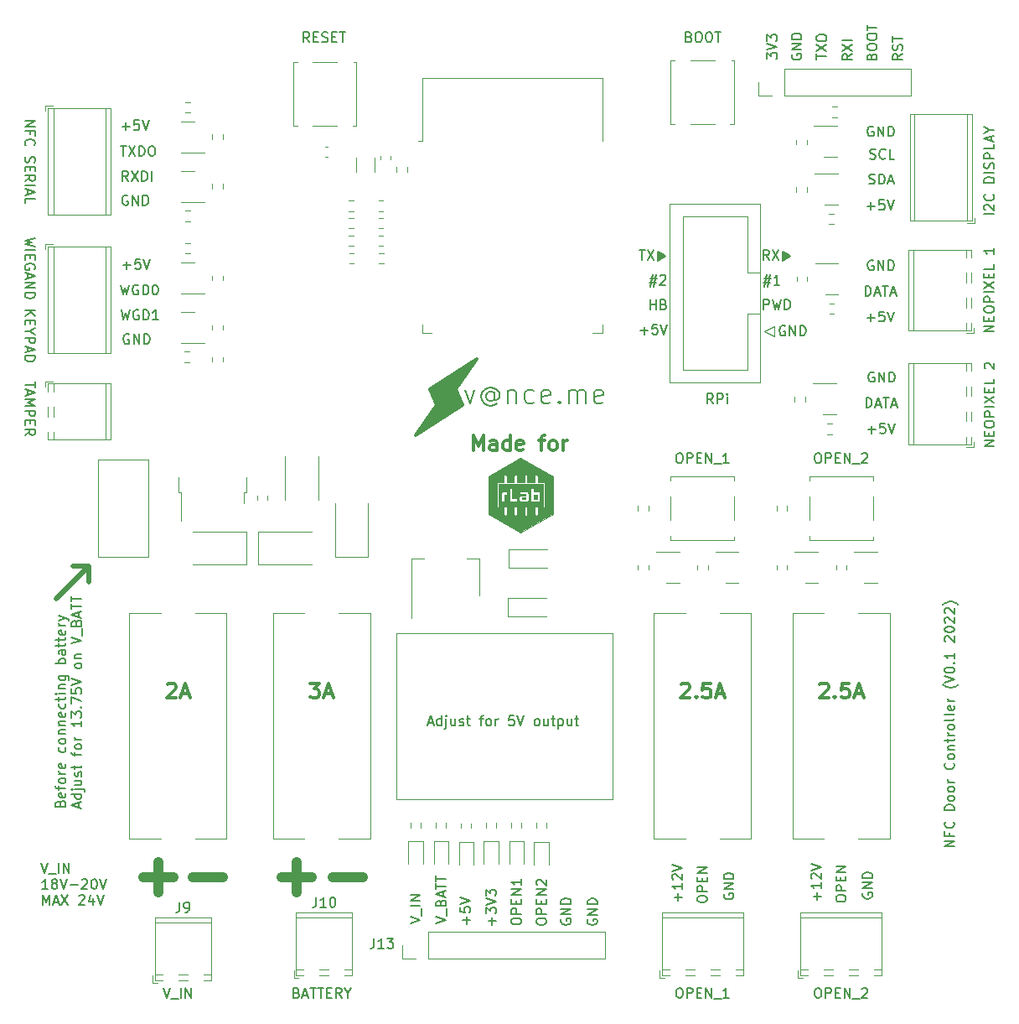
<source format=gto>
G04 #@! TF.GenerationSoftware,KiCad,Pcbnew,6.0.6-3a73a75311~116~ubuntu22.04.1*
G04 #@! TF.CreationDate,2022-07-02T16:35:34+01:00*
G04 #@! TF.ProjectId,rLab_Door,724c6162-5f44-46f6-9f72-2e6b69636164,rev?*
G04 #@! TF.SameCoordinates,Original*
G04 #@! TF.FileFunction,Legend,Top*
G04 #@! TF.FilePolarity,Positive*
%FSLAX46Y46*%
G04 Gerber Fmt 4.6, Leading zero omitted, Abs format (unit mm)*
G04 Created by KiCad (PCBNEW 6.0.6-3a73a75311~116~ubuntu22.04.1) date 2022-07-02 16:35:34*
%MOMM*%
%LPD*%
G01*
G04 APERTURE LIST*
%ADD10C,0.008000*%
%ADD11C,0.378363*%
%ADD12C,0.150000*%
%ADD13C,0.300000*%
%ADD14C,1.000000*%
%ADD15C,0.500000*%
%ADD16C,0.200000*%
%ADD17C,0.120000*%
G04 APERTURE END LIST*
D10*
G36*
X99888434Y-93560411D02*
G01*
X99888434Y-95816100D01*
X95362733Y-95816100D01*
X95362733Y-95376497D01*
X95671752Y-95376497D01*
X95986853Y-95376497D01*
X96469623Y-95376497D01*
X97281025Y-95376497D01*
X97281025Y-95135634D01*
X97449188Y-95135634D01*
X97450093Y-95164801D01*
X97451225Y-95178678D01*
X97452810Y-95192085D01*
X97454847Y-95205022D01*
X97457338Y-95217488D01*
X97460281Y-95229484D01*
X97463676Y-95241010D01*
X97467525Y-95252065D01*
X97471826Y-95262650D01*
X97476580Y-95272764D01*
X97481787Y-95282408D01*
X97487447Y-95291581D01*
X97493559Y-95300284D01*
X97500124Y-95308517D01*
X97507142Y-95316279D01*
X97514613Y-95323571D01*
X97522536Y-95330393D01*
X97530912Y-95336744D01*
X97539741Y-95342624D01*
X97549023Y-95348034D01*
X97558757Y-95352974D01*
X97568945Y-95357443D01*
X97579585Y-95361442D01*
X97590678Y-95364971D01*
X97602223Y-95368029D01*
X97614221Y-95370616D01*
X97626673Y-95372733D01*
X97639577Y-95374380D01*
X97652933Y-95375556D01*
X97666743Y-95376262D01*
X97681005Y-95376497D01*
X98166413Y-95376497D01*
X98615908Y-95376497D01*
X99325866Y-95376497D01*
X99356570Y-95375556D01*
X99371179Y-95374380D01*
X99385292Y-95372733D01*
X99398911Y-95370616D01*
X99412034Y-95368029D01*
X99424661Y-95364971D01*
X99436793Y-95361442D01*
X99448430Y-95357443D01*
X99459572Y-95352974D01*
X99470219Y-95348034D01*
X99480370Y-95342624D01*
X99490026Y-95336744D01*
X99499187Y-95330393D01*
X99507852Y-95323571D01*
X99516022Y-95316279D01*
X99523697Y-95308517D01*
X99530877Y-95300284D01*
X99537562Y-95291581D01*
X99543751Y-95282408D01*
X99549445Y-95272764D01*
X99554644Y-95262650D01*
X99559348Y-95252065D01*
X99563557Y-95241010D01*
X99567270Y-95229484D01*
X99570489Y-95217488D01*
X99573212Y-95205022D01*
X99575440Y-95192085D01*
X99577173Y-95178678D01*
X99578411Y-95164801D01*
X99579153Y-95150453D01*
X99579401Y-95135634D01*
X99579401Y-94563288D01*
X99579159Y-94547909D01*
X99578432Y-94533019D01*
X99577220Y-94518618D01*
X99575524Y-94504704D01*
X99573343Y-94491279D01*
X99570678Y-94478342D01*
X99567528Y-94465893D01*
X99563894Y-94453932D01*
X99559775Y-94442460D01*
X99555171Y-94431476D01*
X99550083Y-94420980D01*
X99544510Y-94410972D01*
X99538453Y-94401452D01*
X99531911Y-94392421D01*
X99524885Y-94383878D01*
X99517374Y-94375823D01*
X99509378Y-94368256D01*
X99500898Y-94361178D01*
X99491933Y-94354587D01*
X99482484Y-94348485D01*
X99472550Y-94342871D01*
X99462132Y-94337746D01*
X99451229Y-94333108D01*
X99439842Y-94328959D01*
X99427970Y-94325297D01*
X99415613Y-94322124D01*
X99402772Y-94319439D01*
X99389447Y-94317243D01*
X99375636Y-94315534D01*
X99361342Y-94314314D01*
X99346563Y-94313581D01*
X99331299Y-94313337D01*
X98929231Y-94313337D01*
X98929231Y-94000000D01*
X98615908Y-94000000D01*
X98615908Y-95376497D01*
X98166413Y-95376497D01*
X98181457Y-95376253D01*
X98196023Y-95375521D01*
X98210111Y-95374300D01*
X98223722Y-95372592D01*
X98236856Y-95370396D01*
X98249512Y-95367711D01*
X98261691Y-95364539D01*
X98273392Y-95360878D01*
X98284615Y-95356729D01*
X98295361Y-95352092D01*
X98305629Y-95346967D01*
X98315420Y-95341353D01*
X98324734Y-95335252D01*
X98333569Y-95328662D01*
X98341927Y-95321584D01*
X98349808Y-95314018D01*
X98357211Y-95305964D01*
X98364137Y-95297421D01*
X98370584Y-95288391D01*
X98376555Y-95278872D01*
X98382047Y-95268864D01*
X98387062Y-95258369D01*
X98391600Y-95247386D01*
X98395660Y-95235914D01*
X98399242Y-95223954D01*
X98402347Y-95211505D01*
X98404974Y-95198568D01*
X98407123Y-95185144D01*
X98408795Y-95171230D01*
X98409989Y-95156829D01*
X98410706Y-95141939D01*
X98410944Y-95126561D01*
X98410944Y-94563288D01*
X98410697Y-94547909D01*
X98409954Y-94533019D01*
X98408715Y-94518618D01*
X98406982Y-94504704D01*
X98404753Y-94491279D01*
X98402028Y-94478342D01*
X98398809Y-94465893D01*
X98395094Y-94453932D01*
X98390883Y-94442460D01*
X98386178Y-94431476D01*
X98380977Y-94420980D01*
X98375281Y-94410972D01*
X98369089Y-94401452D01*
X98362402Y-94392421D01*
X98355220Y-94383878D01*
X98347543Y-94375823D01*
X98339371Y-94368256D01*
X98330703Y-94361178D01*
X98321540Y-94354587D01*
X98311881Y-94348485D01*
X98301728Y-94342871D01*
X98291079Y-94337746D01*
X98279935Y-94333108D01*
X98268296Y-94328959D01*
X98256161Y-94325297D01*
X98243531Y-94322124D01*
X98230406Y-94319439D01*
X98216786Y-94317243D01*
X98202671Y-94315534D01*
X98188060Y-94314314D01*
X98172955Y-94313581D01*
X98157354Y-94313337D01*
X97490857Y-94313337D01*
X97490857Y-94610377D01*
X98043252Y-94610377D01*
X98046596Y-94610430D01*
X98049834Y-94610589D01*
X98052965Y-94610854D01*
X98055991Y-94611226D01*
X98058910Y-94611704D01*
X98061723Y-94612287D01*
X98064429Y-94612977D01*
X98067030Y-94613774D01*
X98069524Y-94614676D01*
X98071912Y-94615684D01*
X98074194Y-94616799D01*
X98076370Y-94618020D01*
X98078440Y-94619346D01*
X98080403Y-94620779D01*
X98082260Y-94622319D01*
X98084011Y-94623964D01*
X98085656Y-94625715D01*
X98087195Y-94627573D01*
X98088627Y-94629536D01*
X98089954Y-94631606D01*
X98091174Y-94633782D01*
X98092288Y-94636064D01*
X98093296Y-94638452D01*
X98094198Y-94640946D01*
X98094994Y-94643546D01*
X98095683Y-94646252D01*
X98096267Y-94649065D01*
X98096744Y-94651983D01*
X98097116Y-94655008D01*
X98097381Y-94658139D01*
X98097540Y-94661375D01*
X98097593Y-94664718D01*
X98097593Y-94744403D01*
X98093964Y-94742871D01*
X98090321Y-94741437D01*
X98086664Y-94740102D01*
X98082993Y-94738866D01*
X98079308Y-94737729D01*
X98075609Y-94736690D01*
X98071896Y-94735751D01*
X98068169Y-94734910D01*
X98064428Y-94734169D01*
X98060673Y-94733526D01*
X98056904Y-94732982D01*
X98053121Y-94732537D01*
X98049323Y-94732191D01*
X98045512Y-94731944D01*
X98041686Y-94731795D01*
X98037846Y-94731746D01*
X97681005Y-94731746D01*
X97666743Y-94731986D01*
X97652933Y-94732708D01*
X97639577Y-94733911D01*
X97626673Y-94735595D01*
X97614221Y-94737760D01*
X97602223Y-94740406D01*
X97590678Y-94743533D01*
X97579585Y-94747141D01*
X97568945Y-94751231D01*
X97558757Y-94755801D01*
X97549023Y-94760852D01*
X97539741Y-94766385D01*
X97530912Y-94772398D01*
X97522536Y-94778893D01*
X97514613Y-94785868D01*
X97507142Y-94793325D01*
X97500124Y-94801263D01*
X97493559Y-94809681D01*
X97487447Y-94818581D01*
X97481787Y-94827961D01*
X97476580Y-94837823D01*
X97471826Y-94848165D01*
X97467525Y-94858989D01*
X97463676Y-94870293D01*
X97460281Y-94882078D01*
X97457338Y-94894345D01*
X97454847Y-94907092D01*
X97452810Y-94920320D01*
X97451225Y-94934029D01*
X97450093Y-94948219D01*
X97449414Y-94962890D01*
X97449188Y-94978042D01*
X97449188Y-95135634D01*
X97281025Y-95135634D01*
X97281025Y-95030548D01*
X96782974Y-95030548D01*
X96782974Y-94000000D01*
X96469623Y-94000000D01*
X96469623Y-95376497D01*
X95986853Y-95376497D01*
X95986853Y-94681002D01*
X95986906Y-94677661D01*
X95987066Y-94674425D01*
X95987331Y-94671295D01*
X95987702Y-94668272D01*
X95988180Y-94665354D01*
X95988764Y-94662543D01*
X95989454Y-94659837D01*
X95990250Y-94657238D01*
X95991153Y-94654745D01*
X95992161Y-94652357D01*
X95993276Y-94650076D01*
X95994496Y-94647901D01*
X95995823Y-94645831D01*
X95997256Y-94643868D01*
X95998795Y-94642011D01*
X96000440Y-94640260D01*
X96002192Y-94638615D01*
X96004049Y-94637076D01*
X96006013Y-94635644D01*
X96008083Y-94634317D01*
X96010258Y-94633097D01*
X96012540Y-94631982D01*
X96014928Y-94630974D01*
X96017423Y-94630072D01*
X96020023Y-94629275D01*
X96022729Y-94628586D01*
X96025542Y-94628002D01*
X96028460Y-94627524D01*
X96031485Y-94627152D01*
X96034616Y-94626887D01*
X96037852Y-94626728D01*
X96041195Y-94626675D01*
X96273069Y-94626675D01*
X96273069Y-94313337D01*
X95921702Y-94313337D01*
X95905672Y-94313581D01*
X95890194Y-94314314D01*
X95875269Y-94315534D01*
X95860896Y-94317243D01*
X95847075Y-94319439D01*
X95833807Y-94322124D01*
X95821091Y-94325297D01*
X95808928Y-94328958D01*
X95797317Y-94333108D01*
X95786259Y-94337745D01*
X95775753Y-94342871D01*
X95765800Y-94348485D01*
X95756399Y-94354587D01*
X95747551Y-94361177D01*
X95739255Y-94368255D01*
X95731513Y-94375821D01*
X95724274Y-94383876D01*
X95717504Y-94392419D01*
X95711200Y-94401451D01*
X95705363Y-94410971D01*
X95699994Y-94420979D01*
X95695092Y-94431476D01*
X95690657Y-94442460D01*
X95686689Y-94453933D01*
X95683188Y-94465895D01*
X95680153Y-94478344D01*
X95677586Y-94491281D01*
X95675486Y-94504706D01*
X95673852Y-94518620D01*
X95672686Y-94533021D01*
X95671986Y-94547910D01*
X95671752Y-94563288D01*
X95671752Y-95376497D01*
X95362733Y-95376497D01*
X95362733Y-93560411D01*
X99888434Y-93560411D01*
G37*
X99888434Y-93560411D02*
X99888434Y-95816100D01*
X95362733Y-95816100D01*
X95362733Y-95376497D01*
X95671752Y-95376497D01*
X95986853Y-95376497D01*
X96469623Y-95376497D01*
X97281025Y-95376497D01*
X97281025Y-95135634D01*
X97449188Y-95135634D01*
X97450093Y-95164801D01*
X97451225Y-95178678D01*
X97452810Y-95192085D01*
X97454847Y-95205022D01*
X97457338Y-95217488D01*
X97460281Y-95229484D01*
X97463676Y-95241010D01*
X97467525Y-95252065D01*
X97471826Y-95262650D01*
X97476580Y-95272764D01*
X97481787Y-95282408D01*
X97487447Y-95291581D01*
X97493559Y-95300284D01*
X97500124Y-95308517D01*
X97507142Y-95316279D01*
X97514613Y-95323571D01*
X97522536Y-95330393D01*
X97530912Y-95336744D01*
X97539741Y-95342624D01*
X97549023Y-95348034D01*
X97558757Y-95352974D01*
X97568945Y-95357443D01*
X97579585Y-95361442D01*
X97590678Y-95364971D01*
X97602223Y-95368029D01*
X97614221Y-95370616D01*
X97626673Y-95372733D01*
X97639577Y-95374380D01*
X97652933Y-95375556D01*
X97666743Y-95376262D01*
X97681005Y-95376497D01*
X98166413Y-95376497D01*
X98615908Y-95376497D01*
X99325866Y-95376497D01*
X99356570Y-95375556D01*
X99371179Y-95374380D01*
X99385292Y-95372733D01*
X99398911Y-95370616D01*
X99412034Y-95368029D01*
X99424661Y-95364971D01*
X99436793Y-95361442D01*
X99448430Y-95357443D01*
X99459572Y-95352974D01*
X99470219Y-95348034D01*
X99480370Y-95342624D01*
X99490026Y-95336744D01*
X99499187Y-95330393D01*
X99507852Y-95323571D01*
X99516022Y-95316279D01*
X99523697Y-95308517D01*
X99530877Y-95300284D01*
X99537562Y-95291581D01*
X99543751Y-95282408D01*
X99549445Y-95272764D01*
X99554644Y-95262650D01*
X99559348Y-95252065D01*
X99563557Y-95241010D01*
X99567270Y-95229484D01*
X99570489Y-95217488D01*
X99573212Y-95205022D01*
X99575440Y-95192085D01*
X99577173Y-95178678D01*
X99578411Y-95164801D01*
X99579153Y-95150453D01*
X99579401Y-95135634D01*
X99579401Y-94563288D01*
X99579159Y-94547909D01*
X99578432Y-94533019D01*
X99577220Y-94518618D01*
X99575524Y-94504704D01*
X99573343Y-94491279D01*
X99570678Y-94478342D01*
X99567528Y-94465893D01*
X99563894Y-94453932D01*
X99559775Y-94442460D01*
X99555171Y-94431476D01*
X99550083Y-94420980D01*
X99544510Y-94410972D01*
X99538453Y-94401452D01*
X99531911Y-94392421D01*
X99524885Y-94383878D01*
X99517374Y-94375823D01*
X99509378Y-94368256D01*
X99500898Y-94361178D01*
X99491933Y-94354587D01*
X99482484Y-94348485D01*
X99472550Y-94342871D01*
X99462132Y-94337746D01*
X99451229Y-94333108D01*
X99439842Y-94328959D01*
X99427970Y-94325297D01*
X99415613Y-94322124D01*
X99402772Y-94319439D01*
X99389447Y-94317243D01*
X99375636Y-94315534D01*
X99361342Y-94314314D01*
X99346563Y-94313581D01*
X99331299Y-94313337D01*
X98929231Y-94313337D01*
X98929231Y-94000000D01*
X98615908Y-94000000D01*
X98615908Y-95376497D01*
X98166413Y-95376497D01*
X98181457Y-95376253D01*
X98196023Y-95375521D01*
X98210111Y-95374300D01*
X98223722Y-95372592D01*
X98236856Y-95370396D01*
X98249512Y-95367711D01*
X98261691Y-95364539D01*
X98273392Y-95360878D01*
X98284615Y-95356729D01*
X98295361Y-95352092D01*
X98305629Y-95346967D01*
X98315420Y-95341353D01*
X98324734Y-95335252D01*
X98333569Y-95328662D01*
X98341927Y-95321584D01*
X98349808Y-95314018D01*
X98357211Y-95305964D01*
X98364137Y-95297421D01*
X98370584Y-95288391D01*
X98376555Y-95278872D01*
X98382047Y-95268864D01*
X98387062Y-95258369D01*
X98391600Y-95247386D01*
X98395660Y-95235914D01*
X98399242Y-95223954D01*
X98402347Y-95211505D01*
X98404974Y-95198568D01*
X98407123Y-95185144D01*
X98408795Y-95171230D01*
X98409989Y-95156829D01*
X98410706Y-95141939D01*
X98410944Y-95126561D01*
X98410944Y-94563288D01*
X98410697Y-94547909D01*
X98409954Y-94533019D01*
X98408715Y-94518618D01*
X98406982Y-94504704D01*
X98404753Y-94491279D01*
X98402028Y-94478342D01*
X98398809Y-94465893D01*
X98395094Y-94453932D01*
X98390883Y-94442460D01*
X98386178Y-94431476D01*
X98380977Y-94420980D01*
X98375281Y-94410972D01*
X98369089Y-94401452D01*
X98362402Y-94392421D01*
X98355220Y-94383878D01*
X98347543Y-94375823D01*
X98339371Y-94368256D01*
X98330703Y-94361178D01*
X98321540Y-94354587D01*
X98311881Y-94348485D01*
X98301728Y-94342871D01*
X98291079Y-94337746D01*
X98279935Y-94333108D01*
X98268296Y-94328959D01*
X98256161Y-94325297D01*
X98243531Y-94322124D01*
X98230406Y-94319439D01*
X98216786Y-94317243D01*
X98202671Y-94315534D01*
X98188060Y-94314314D01*
X98172955Y-94313581D01*
X98157354Y-94313337D01*
X97490857Y-94313337D01*
X97490857Y-94610377D01*
X98043252Y-94610377D01*
X98046596Y-94610430D01*
X98049834Y-94610589D01*
X98052965Y-94610854D01*
X98055991Y-94611226D01*
X98058910Y-94611704D01*
X98061723Y-94612287D01*
X98064429Y-94612977D01*
X98067030Y-94613774D01*
X98069524Y-94614676D01*
X98071912Y-94615684D01*
X98074194Y-94616799D01*
X98076370Y-94618020D01*
X98078440Y-94619346D01*
X98080403Y-94620779D01*
X98082260Y-94622319D01*
X98084011Y-94623964D01*
X98085656Y-94625715D01*
X98087195Y-94627573D01*
X98088627Y-94629536D01*
X98089954Y-94631606D01*
X98091174Y-94633782D01*
X98092288Y-94636064D01*
X98093296Y-94638452D01*
X98094198Y-94640946D01*
X98094994Y-94643546D01*
X98095683Y-94646252D01*
X98096267Y-94649065D01*
X98096744Y-94651983D01*
X98097116Y-94655008D01*
X98097381Y-94658139D01*
X98097540Y-94661375D01*
X98097593Y-94664718D01*
X98097593Y-94744403D01*
X98093964Y-94742871D01*
X98090321Y-94741437D01*
X98086664Y-94740102D01*
X98082993Y-94738866D01*
X98079308Y-94737729D01*
X98075609Y-94736690D01*
X98071896Y-94735751D01*
X98068169Y-94734910D01*
X98064428Y-94734169D01*
X98060673Y-94733526D01*
X98056904Y-94732982D01*
X98053121Y-94732537D01*
X98049323Y-94732191D01*
X98045512Y-94731944D01*
X98041686Y-94731795D01*
X98037846Y-94731746D01*
X97681005Y-94731746D01*
X97666743Y-94731986D01*
X97652933Y-94732708D01*
X97639577Y-94733911D01*
X97626673Y-94735595D01*
X97614221Y-94737760D01*
X97602223Y-94740406D01*
X97590678Y-94743533D01*
X97579585Y-94747141D01*
X97568945Y-94751231D01*
X97558757Y-94755801D01*
X97549023Y-94760852D01*
X97539741Y-94766385D01*
X97530912Y-94772398D01*
X97522536Y-94778893D01*
X97514613Y-94785868D01*
X97507142Y-94793325D01*
X97500124Y-94801263D01*
X97493559Y-94809681D01*
X97487447Y-94818581D01*
X97481787Y-94827961D01*
X97476580Y-94837823D01*
X97471826Y-94848165D01*
X97467525Y-94858989D01*
X97463676Y-94870293D01*
X97460281Y-94882078D01*
X97457338Y-94894345D01*
X97454847Y-94907092D01*
X97452810Y-94920320D01*
X97451225Y-94934029D01*
X97450093Y-94948219D01*
X97449414Y-94962890D01*
X97449188Y-94978042D01*
X97449188Y-95135634D01*
X97281025Y-95135634D01*
X97281025Y-95030548D01*
X96782974Y-95030548D01*
X96782974Y-94000000D01*
X96469623Y-94000000D01*
X96469623Y-95376497D01*
X95986853Y-95376497D01*
X95986853Y-94681002D01*
X95986906Y-94677661D01*
X95987066Y-94674425D01*
X95987331Y-94671295D01*
X95987702Y-94668272D01*
X95988180Y-94665354D01*
X95988764Y-94662543D01*
X95989454Y-94659837D01*
X95990250Y-94657238D01*
X95991153Y-94654745D01*
X95992161Y-94652357D01*
X95993276Y-94650076D01*
X95994496Y-94647901D01*
X95995823Y-94645831D01*
X95997256Y-94643868D01*
X95998795Y-94642011D01*
X96000440Y-94640260D01*
X96002192Y-94638615D01*
X96004049Y-94637076D01*
X96006013Y-94635644D01*
X96008083Y-94634317D01*
X96010258Y-94633097D01*
X96012540Y-94631982D01*
X96014928Y-94630974D01*
X96017423Y-94630072D01*
X96020023Y-94629275D01*
X96022729Y-94628586D01*
X96025542Y-94628002D01*
X96028460Y-94627524D01*
X96031485Y-94627152D01*
X96034616Y-94626887D01*
X96037852Y-94626728D01*
X96041195Y-94626675D01*
X96273069Y-94626675D01*
X96273069Y-94313337D01*
X95921702Y-94313337D01*
X95905672Y-94313581D01*
X95890194Y-94314314D01*
X95875269Y-94315534D01*
X95860896Y-94317243D01*
X95847075Y-94319439D01*
X95833807Y-94322124D01*
X95821091Y-94325297D01*
X95808928Y-94328958D01*
X95797317Y-94333108D01*
X95786259Y-94337745D01*
X95775753Y-94342871D01*
X95765800Y-94348485D01*
X95756399Y-94354587D01*
X95747551Y-94361177D01*
X95739255Y-94368255D01*
X95731513Y-94375821D01*
X95724274Y-94383876D01*
X95717504Y-94392419D01*
X95711200Y-94401451D01*
X95705363Y-94410971D01*
X95699994Y-94420979D01*
X95695092Y-94431476D01*
X95690657Y-94442460D01*
X95686689Y-94453933D01*
X95683188Y-94465895D01*
X95680153Y-94478344D01*
X95677586Y-94491281D01*
X95675486Y-94504706D01*
X95673852Y-94518620D01*
X95672686Y-94533021D01*
X95671986Y-94547910D01*
X95671752Y-94563288D01*
X95671752Y-95376497D01*
X95362733Y-95376497D01*
X95362733Y-93560411D01*
X99888434Y-93560411D01*
G36*
X98063612Y-94938227D02*
G01*
X98065769Y-94938333D01*
X98067856Y-94938511D01*
X98069872Y-94938759D01*
X98071817Y-94939077D01*
X98073691Y-94939467D01*
X98075495Y-94939928D01*
X98077227Y-94940459D01*
X98078889Y-94941061D01*
X98080481Y-94941734D01*
X98082001Y-94942478D01*
X98083451Y-94943293D01*
X98084830Y-94944178D01*
X98086138Y-94945135D01*
X98087376Y-94946162D01*
X98088543Y-94947260D01*
X98089639Y-94948429D01*
X98090664Y-94949668D01*
X98091618Y-94950979D01*
X98092502Y-94952360D01*
X98093315Y-94953812D01*
X98094058Y-94955335D01*
X98094730Y-94956928D01*
X98095331Y-94958593D01*
X98095861Y-94960328D01*
X98096320Y-94962134D01*
X98096709Y-94964011D01*
X98097027Y-94965959D01*
X98097275Y-94967977D01*
X98097452Y-94970066D01*
X98097558Y-94972226D01*
X98097593Y-94974457D01*
X98097593Y-95048681D01*
X98097558Y-95050909D01*
X98097452Y-95053067D01*
X98097275Y-95055153D01*
X98097027Y-95057169D01*
X98096709Y-95059114D01*
X98096320Y-95060989D01*
X98095861Y-95062792D01*
X98095331Y-95064525D01*
X98094730Y-95066187D01*
X98094058Y-95067778D01*
X98093315Y-95069299D01*
X98092502Y-95070748D01*
X98091618Y-95072127D01*
X98090664Y-95073436D01*
X98089639Y-95074673D01*
X98088543Y-95075840D01*
X98087376Y-95076936D01*
X98086138Y-95077961D01*
X98084830Y-95078916D01*
X98083451Y-95079800D01*
X98082001Y-95080613D01*
X98080481Y-95081355D01*
X98078889Y-95082027D01*
X98077227Y-95082628D01*
X98075495Y-95083158D01*
X98073691Y-95083618D01*
X98071817Y-95084007D01*
X98069872Y-95084325D01*
X98067856Y-95084572D01*
X98065769Y-95084749D01*
X98063612Y-95084855D01*
X98061384Y-95084890D01*
X97796970Y-95084890D01*
X97794739Y-95084855D01*
X97792579Y-95084749D01*
X97790490Y-95084572D01*
X97788472Y-95084325D01*
X97786525Y-95084007D01*
X97784648Y-95083618D01*
X97782843Y-95083158D01*
X97781108Y-95082628D01*
X97779444Y-95082027D01*
X97777851Y-95081355D01*
X97776328Y-95080613D01*
X97774877Y-95079800D01*
X97773496Y-95078916D01*
X97772187Y-95077961D01*
X97770948Y-95076936D01*
X97769780Y-95075840D01*
X97768682Y-95074673D01*
X97767656Y-95073436D01*
X97766700Y-95072127D01*
X97765815Y-95070748D01*
X97765001Y-95069299D01*
X97764258Y-95067778D01*
X97763585Y-95066187D01*
X97762984Y-95064525D01*
X97762453Y-95062792D01*
X97761993Y-95060989D01*
X97761603Y-95059114D01*
X97761285Y-95057169D01*
X97761037Y-95055153D01*
X97760860Y-95053067D01*
X97760754Y-95050909D01*
X97760719Y-95048681D01*
X97760719Y-94974457D01*
X97760754Y-94972226D01*
X97760860Y-94970066D01*
X97761037Y-94967977D01*
X97761285Y-94965959D01*
X97761603Y-94964011D01*
X97761993Y-94962134D01*
X97762453Y-94960328D01*
X97762984Y-94958593D01*
X97763585Y-94956928D01*
X97764258Y-94955335D01*
X97765001Y-94953812D01*
X97765815Y-94952360D01*
X97766700Y-94950979D01*
X97767656Y-94949668D01*
X97768682Y-94948429D01*
X97769780Y-94947260D01*
X97770948Y-94946162D01*
X97772187Y-94945135D01*
X97773496Y-94944178D01*
X97774877Y-94943293D01*
X97776328Y-94942478D01*
X97777851Y-94941734D01*
X97779444Y-94941061D01*
X97781108Y-94940459D01*
X97782843Y-94939928D01*
X97784648Y-94939467D01*
X97786525Y-94939077D01*
X97788472Y-94938759D01*
X97790490Y-94938511D01*
X97792579Y-94938333D01*
X97794739Y-94938227D01*
X97796970Y-94938192D01*
X98061384Y-94938192D01*
X98063612Y-94938227D01*
G37*
X98063612Y-94938227D02*
X98065769Y-94938333D01*
X98067856Y-94938511D01*
X98069872Y-94938759D01*
X98071817Y-94939077D01*
X98073691Y-94939467D01*
X98075495Y-94939928D01*
X98077227Y-94940459D01*
X98078889Y-94941061D01*
X98080481Y-94941734D01*
X98082001Y-94942478D01*
X98083451Y-94943293D01*
X98084830Y-94944178D01*
X98086138Y-94945135D01*
X98087376Y-94946162D01*
X98088543Y-94947260D01*
X98089639Y-94948429D01*
X98090664Y-94949668D01*
X98091618Y-94950979D01*
X98092502Y-94952360D01*
X98093315Y-94953812D01*
X98094058Y-94955335D01*
X98094730Y-94956928D01*
X98095331Y-94958593D01*
X98095861Y-94960328D01*
X98096320Y-94962134D01*
X98096709Y-94964011D01*
X98097027Y-94965959D01*
X98097275Y-94967977D01*
X98097452Y-94970066D01*
X98097558Y-94972226D01*
X98097593Y-94974457D01*
X98097593Y-95048681D01*
X98097558Y-95050909D01*
X98097452Y-95053067D01*
X98097275Y-95055153D01*
X98097027Y-95057169D01*
X98096709Y-95059114D01*
X98096320Y-95060989D01*
X98095861Y-95062792D01*
X98095331Y-95064525D01*
X98094730Y-95066187D01*
X98094058Y-95067778D01*
X98093315Y-95069299D01*
X98092502Y-95070748D01*
X98091618Y-95072127D01*
X98090664Y-95073436D01*
X98089639Y-95074673D01*
X98088543Y-95075840D01*
X98087376Y-95076936D01*
X98086138Y-95077961D01*
X98084830Y-95078916D01*
X98083451Y-95079800D01*
X98082001Y-95080613D01*
X98080481Y-95081355D01*
X98078889Y-95082027D01*
X98077227Y-95082628D01*
X98075495Y-95083158D01*
X98073691Y-95083618D01*
X98071817Y-95084007D01*
X98069872Y-95084325D01*
X98067856Y-95084572D01*
X98065769Y-95084749D01*
X98063612Y-95084855D01*
X98061384Y-95084890D01*
X97796970Y-95084890D01*
X97794739Y-95084855D01*
X97792579Y-95084749D01*
X97790490Y-95084572D01*
X97788472Y-95084325D01*
X97786525Y-95084007D01*
X97784648Y-95083618D01*
X97782843Y-95083158D01*
X97781108Y-95082628D01*
X97779444Y-95082027D01*
X97777851Y-95081355D01*
X97776328Y-95080613D01*
X97774877Y-95079800D01*
X97773496Y-95078916D01*
X97772187Y-95077961D01*
X97770948Y-95076936D01*
X97769780Y-95075840D01*
X97768682Y-95074673D01*
X97767656Y-95073436D01*
X97766700Y-95072127D01*
X97765815Y-95070748D01*
X97765001Y-95069299D01*
X97764258Y-95067778D01*
X97763585Y-95066187D01*
X97762984Y-95064525D01*
X97762453Y-95062792D01*
X97761993Y-95060989D01*
X97761603Y-95059114D01*
X97761285Y-95057169D01*
X97761037Y-95055153D01*
X97760860Y-95053067D01*
X97760754Y-95050909D01*
X97760719Y-95048681D01*
X97760719Y-94974457D01*
X97760754Y-94972226D01*
X97760860Y-94970066D01*
X97761037Y-94967977D01*
X97761285Y-94965959D01*
X97761603Y-94964011D01*
X97761993Y-94962134D01*
X97762453Y-94960328D01*
X97762984Y-94958593D01*
X97763585Y-94956928D01*
X97764258Y-94955335D01*
X97765001Y-94953812D01*
X97765815Y-94952360D01*
X97766700Y-94950979D01*
X97767656Y-94949668D01*
X97768682Y-94948429D01*
X97769780Y-94947260D01*
X97770948Y-94946162D01*
X97772187Y-94945135D01*
X97773496Y-94944178D01*
X97774877Y-94943293D01*
X97776328Y-94942478D01*
X97777851Y-94941734D01*
X97779444Y-94941061D01*
X97781108Y-94940459D01*
X97782843Y-94939928D01*
X97784648Y-94939467D01*
X97786525Y-94939077D01*
X97788472Y-94938759D01*
X97790490Y-94938511D01*
X97792579Y-94938333D01*
X97794739Y-94938227D01*
X97796970Y-94938192D01*
X98061384Y-94938192D01*
X98063612Y-94938227D01*
D11*
G36*
X91055520Y-83990268D02*
G01*
X91785917Y-85622305D01*
X87005847Y-88661567D01*
X89152998Y-85619218D01*
X88422602Y-83987180D01*
X93202672Y-80947918D01*
X91055520Y-83990268D01*
G37*
X91055520Y-83990268D02*
X91785917Y-85622305D01*
X87005847Y-88661567D01*
X89152998Y-85619218D01*
X88422602Y-83987180D01*
X93202672Y-80947918D01*
X91055520Y-83990268D01*
D10*
G36*
X99215083Y-94628548D02*
G01*
X99218323Y-94628707D01*
X99221458Y-94628973D01*
X99224486Y-94629344D01*
X99227407Y-94629822D01*
X99230223Y-94630406D01*
X99232932Y-94631096D01*
X99235535Y-94631892D01*
X99238032Y-94632794D01*
X99240422Y-94633803D01*
X99242707Y-94634917D01*
X99244885Y-94636138D01*
X99246957Y-94637465D01*
X99248922Y-94638898D01*
X99250782Y-94640437D01*
X99252535Y-94642082D01*
X99254181Y-94643834D01*
X99255722Y-94645691D01*
X99257156Y-94647655D01*
X99258484Y-94649724D01*
X99259706Y-94651900D01*
X99260822Y-94654182D01*
X99261831Y-94656570D01*
X99262734Y-94659064D01*
X99263531Y-94661665D01*
X99264222Y-94664371D01*
X99264806Y-94667183D01*
X99265284Y-94670102D01*
X99265656Y-94673126D01*
X99265922Y-94676257D01*
X99266081Y-94679494D01*
X99266134Y-94682837D01*
X99266134Y-95005233D01*
X99265922Y-95012251D01*
X99265656Y-95015590D01*
X99265284Y-95018816D01*
X99264805Y-95021928D01*
X99264221Y-95024927D01*
X99263530Y-95027813D01*
X99262732Y-95030586D01*
X99261829Y-95033246D01*
X99260819Y-95035792D01*
X99259703Y-95038225D01*
X99258481Y-95040545D01*
X99257152Y-95042751D01*
X99255717Y-95044845D01*
X99254176Y-95046825D01*
X99252529Y-95048692D01*
X99250776Y-95050446D01*
X99248916Y-95052086D01*
X99246951Y-95053614D01*
X99244879Y-95055028D01*
X99242701Y-95056329D01*
X99240416Y-95057517D01*
X99238026Y-95058592D01*
X99235529Y-95059554D01*
X99232926Y-95060402D01*
X99230218Y-95061137D01*
X99227403Y-95061759D01*
X99224482Y-95062269D01*
X99221454Y-95062664D01*
X99218321Y-95062947D01*
X99215082Y-95063117D01*
X99211736Y-95063173D01*
X98929231Y-95063173D01*
X98929231Y-94628495D01*
X99211736Y-94628495D01*
X99215083Y-94628548D01*
G37*
X99215083Y-94628548D02*
X99218323Y-94628707D01*
X99221458Y-94628973D01*
X99224486Y-94629344D01*
X99227407Y-94629822D01*
X99230223Y-94630406D01*
X99232932Y-94631096D01*
X99235535Y-94631892D01*
X99238032Y-94632794D01*
X99240422Y-94633803D01*
X99242707Y-94634917D01*
X99244885Y-94636138D01*
X99246957Y-94637465D01*
X99248922Y-94638898D01*
X99250782Y-94640437D01*
X99252535Y-94642082D01*
X99254181Y-94643834D01*
X99255722Y-94645691D01*
X99257156Y-94647655D01*
X99258484Y-94649724D01*
X99259706Y-94651900D01*
X99260822Y-94654182D01*
X99261831Y-94656570D01*
X99262734Y-94659064D01*
X99263531Y-94661665D01*
X99264222Y-94664371D01*
X99264806Y-94667183D01*
X99265284Y-94670102D01*
X99265656Y-94673126D01*
X99265922Y-94676257D01*
X99266081Y-94679494D01*
X99266134Y-94682837D01*
X99266134Y-95005233D01*
X99265922Y-95012251D01*
X99265656Y-95015590D01*
X99265284Y-95018816D01*
X99264805Y-95021928D01*
X99264221Y-95024927D01*
X99263530Y-95027813D01*
X99262732Y-95030586D01*
X99261829Y-95033246D01*
X99260819Y-95035792D01*
X99259703Y-95038225D01*
X99258481Y-95040545D01*
X99257152Y-95042751D01*
X99255717Y-95044845D01*
X99254176Y-95046825D01*
X99252529Y-95048692D01*
X99250776Y-95050446D01*
X99248916Y-95052086D01*
X99246951Y-95053614D01*
X99244879Y-95055028D01*
X99242701Y-95056329D01*
X99240416Y-95057517D01*
X99238026Y-95058592D01*
X99235529Y-95059554D01*
X99232926Y-95060402D01*
X99230218Y-95061137D01*
X99227403Y-95061759D01*
X99224482Y-95062269D01*
X99221454Y-95062664D01*
X99218321Y-95062947D01*
X99215082Y-95063117D01*
X99211736Y-95063173D01*
X98929231Y-95063173D01*
X98929231Y-94628495D01*
X99211736Y-94628495D01*
X99215083Y-94628548D01*
G36*
X94343170Y-92807735D02*
G01*
X94343358Y-92805850D01*
X94343669Y-92803994D01*
X94344098Y-92802172D01*
X94344643Y-92800388D01*
X94345302Y-92798649D01*
X94346070Y-92796959D01*
X94346945Y-92795324D01*
X94347923Y-92793749D01*
X94349003Y-92792239D01*
X94350180Y-92790799D01*
X94351453Y-92789434D01*
X94352817Y-92788151D01*
X94354269Y-92786953D01*
X94355808Y-92785846D01*
X94357429Y-92784836D01*
X97611254Y-90906239D01*
X97639899Y-90906239D01*
X100893738Y-92784836D01*
X100894557Y-92785329D01*
X100895357Y-92785846D01*
X100896136Y-92786388D01*
X100896894Y-92786953D01*
X100897630Y-92787541D01*
X100898345Y-92788151D01*
X100899038Y-92788782D01*
X100899708Y-92789434D01*
X100900356Y-92790107D01*
X100900980Y-92790799D01*
X100901581Y-92791510D01*
X100902158Y-92792239D01*
X100902710Y-92792985D01*
X100903238Y-92793749D01*
X100903740Y-92794529D01*
X100904217Y-92795324D01*
X100904668Y-92796135D01*
X100905093Y-92796959D01*
X100905491Y-92797798D01*
X100905862Y-92798649D01*
X100906205Y-92799513D01*
X100906521Y-92800388D01*
X100906808Y-92801275D01*
X100907067Y-92802172D01*
X100907297Y-92803078D01*
X100907497Y-92803994D01*
X100907668Y-92804918D01*
X100907808Y-92805850D01*
X100907918Y-92806789D01*
X100907997Y-92807735D01*
X100908044Y-92808687D01*
X100908060Y-92809643D01*
X100908060Y-96566853D01*
X100907997Y-96568762D01*
X100907808Y-96570646D01*
X100907497Y-96572503D01*
X100907067Y-96574325D01*
X100906521Y-96576109D01*
X100905862Y-96577848D01*
X100905093Y-96579538D01*
X100904217Y-96581173D01*
X100903238Y-96582748D01*
X100902158Y-96584258D01*
X100900980Y-96585698D01*
X100899708Y-96587062D01*
X100898345Y-96588346D01*
X100896894Y-96589544D01*
X100895357Y-96590651D01*
X100893738Y-96591661D01*
X97639899Y-98470258D01*
X97639062Y-98470723D01*
X97638214Y-98471157D01*
X97637355Y-98471561D01*
X97636486Y-98471936D01*
X97635609Y-98472281D01*
X97634722Y-98472596D01*
X97633829Y-98472881D01*
X97632928Y-98473136D01*
X97632022Y-98473361D01*
X97631110Y-98473556D01*
X97630194Y-98473722D01*
X97629275Y-98473857D01*
X97628353Y-98473962D01*
X97627428Y-98474037D01*
X97626503Y-98474083D01*
X97625577Y-98474098D01*
X97624648Y-98474083D01*
X97623720Y-98474037D01*
X97622794Y-98473962D01*
X97621870Y-98473857D01*
X97620949Y-98473722D01*
X97620033Y-98473556D01*
X97619120Y-98473361D01*
X97618214Y-98473136D01*
X97617314Y-98472881D01*
X97616420Y-98472596D01*
X97615535Y-98472281D01*
X97614658Y-98471936D01*
X97613791Y-98471561D01*
X97612934Y-98471157D01*
X97612088Y-98470723D01*
X97611254Y-98470258D01*
X94357429Y-96591661D01*
X94356608Y-96591168D01*
X94355808Y-96590651D01*
X94355028Y-96590109D01*
X94354269Y-96589544D01*
X94353532Y-96588956D01*
X94352817Y-96588346D01*
X94352123Y-96587715D01*
X94351453Y-96587062D01*
X94350805Y-96586390D01*
X94350180Y-96585698D01*
X94349580Y-96584987D01*
X94349003Y-96584258D01*
X94348451Y-96583511D01*
X94347923Y-96582748D01*
X94347421Y-96581968D01*
X94346945Y-96581173D01*
X94346494Y-96580362D01*
X94346070Y-96579538D01*
X94345672Y-96578699D01*
X94345302Y-96577848D01*
X94344959Y-96576984D01*
X94344643Y-96576109D01*
X94344356Y-96575222D01*
X94344098Y-96574325D01*
X94343869Y-96573419D01*
X94343669Y-96572503D01*
X94343499Y-96571579D01*
X94343358Y-96570646D01*
X94343249Y-96569707D01*
X94343170Y-96568762D01*
X94343122Y-96567810D01*
X94343106Y-96566853D01*
X94343106Y-95891750D01*
X95211434Y-95891750D01*
X95211532Y-95895642D01*
X95211824Y-95899483D01*
X95212306Y-95903268D01*
X95212971Y-95906993D01*
X95213816Y-95910652D01*
X95214836Y-95914242D01*
X95216025Y-95917756D01*
X95217380Y-95921192D01*
X95218895Y-95924542D01*
X95220566Y-95927804D01*
X95222388Y-95930972D01*
X95224356Y-95934042D01*
X95226466Y-95937008D01*
X95228712Y-95939866D01*
X95231090Y-95942611D01*
X95233595Y-95945238D01*
X95236223Y-95947743D01*
X95238968Y-95950121D01*
X95241826Y-95952367D01*
X95244792Y-95954477D01*
X95247861Y-95956445D01*
X95251029Y-95958267D01*
X95254291Y-95959938D01*
X95257642Y-95961453D01*
X95261077Y-95962808D01*
X95264592Y-95963998D01*
X95268181Y-95965017D01*
X95271841Y-95965862D01*
X95275565Y-95966528D01*
X95279350Y-95967009D01*
X95283191Y-95967301D01*
X95287083Y-95967400D01*
X95913292Y-95967400D01*
X95913292Y-96625147D01*
X95913458Y-96631714D01*
X95913951Y-96638196D01*
X95914762Y-96644583D01*
X95915885Y-96650868D01*
X95917310Y-96657043D01*
X95919029Y-96663099D01*
X95921036Y-96669029D01*
X95923321Y-96674825D01*
X95925877Y-96680479D01*
X95928695Y-96685982D01*
X95931768Y-96691327D01*
X95935088Y-96696506D01*
X95938646Y-96701510D01*
X95942435Y-96706332D01*
X95946446Y-96710963D01*
X95950672Y-96715396D01*
X95955105Y-96719622D01*
X95959736Y-96723634D01*
X95964557Y-96727423D01*
X95969561Y-96730982D01*
X95974740Y-96734302D01*
X95980085Y-96737375D01*
X95985588Y-96740194D01*
X95991242Y-96742750D01*
X95997039Y-96745036D01*
X96002969Y-96747042D01*
X96009026Y-96748762D01*
X96015202Y-96750188D01*
X96021488Y-96751310D01*
X96027876Y-96752122D01*
X96034358Y-96752615D01*
X96040927Y-96752781D01*
X96098768Y-96752781D01*
X96105336Y-96752615D01*
X96111817Y-96752122D01*
X96118204Y-96751310D01*
X96124489Y-96750188D01*
X96130664Y-96748762D01*
X96136721Y-96747042D01*
X96142651Y-96745036D01*
X96148447Y-96742750D01*
X96154101Y-96740194D01*
X96159604Y-96737375D01*
X96164949Y-96734302D01*
X96170128Y-96730982D01*
X96175132Y-96727423D01*
X96179954Y-96723634D01*
X96184585Y-96719622D01*
X96189018Y-96715396D01*
X96193244Y-96710963D01*
X96197256Y-96706332D01*
X96201045Y-96701510D01*
X96204604Y-96696506D01*
X96207924Y-96691327D01*
X96210997Y-96685982D01*
X96213816Y-96680479D01*
X96216372Y-96674825D01*
X96218658Y-96669029D01*
X96220665Y-96663099D01*
X96222385Y-96657043D01*
X96223810Y-96650868D01*
X96224933Y-96644583D01*
X96225744Y-96638196D01*
X96226237Y-96631714D01*
X96226403Y-96625147D01*
X96226403Y-95967400D01*
X96950444Y-95967400D01*
X96950444Y-96625147D01*
X96950610Y-96631714D01*
X96951103Y-96638196D01*
X96951915Y-96644583D01*
X96953037Y-96650868D01*
X96954462Y-96657043D01*
X96956182Y-96663099D01*
X96958188Y-96669029D01*
X96960473Y-96674825D01*
X96963029Y-96680479D01*
X96965847Y-96685982D01*
X96968921Y-96691327D01*
X96972240Y-96696506D01*
X96975798Y-96701510D01*
X96979587Y-96706332D01*
X96983599Y-96710963D01*
X96987825Y-96715396D01*
X96992257Y-96719622D01*
X96996888Y-96723634D01*
X97001710Y-96727423D01*
X97006714Y-96730982D01*
X97011892Y-96734302D01*
X97017237Y-96737375D01*
X97022741Y-96740194D01*
X97028395Y-96742750D01*
X97034191Y-96745036D01*
X97040122Y-96747042D01*
X97046179Y-96748762D01*
X97052354Y-96750188D01*
X97058640Y-96751310D01*
X97065028Y-96752122D01*
X97071511Y-96752615D01*
X97078079Y-96752781D01*
X97135921Y-96752781D01*
X97142490Y-96752615D01*
X97148972Y-96752122D01*
X97155361Y-96751310D01*
X97161647Y-96750188D01*
X97167823Y-96748762D01*
X97173880Y-96747042D01*
X97179811Y-96745036D01*
X97185608Y-96742750D01*
X97191262Y-96740194D01*
X97196766Y-96737375D01*
X97202112Y-96734302D01*
X97207291Y-96730982D01*
X97212296Y-96727423D01*
X97217118Y-96723634D01*
X97221749Y-96719622D01*
X97226183Y-96715396D01*
X97230409Y-96710963D01*
X97234421Y-96706332D01*
X97238211Y-96701510D01*
X97241770Y-96696506D01*
X97245090Y-96691327D01*
X97248163Y-96685982D01*
X97250982Y-96680479D01*
X97253539Y-96674825D01*
X97255824Y-96669029D01*
X97257831Y-96663099D01*
X97259551Y-96657043D01*
X97260976Y-96650868D01*
X97262099Y-96644583D01*
X97262911Y-96638196D01*
X97263404Y-96631714D01*
X97263570Y-96625147D01*
X97263570Y-95967400D01*
X97987611Y-95967400D01*
X97987611Y-96625147D01*
X97987777Y-96631714D01*
X97988270Y-96638196D01*
X97989081Y-96644583D01*
X97990204Y-96650868D01*
X97991629Y-96657043D01*
X97993349Y-96663099D01*
X97995356Y-96669029D01*
X97997642Y-96674825D01*
X98000198Y-96680479D01*
X98003017Y-96685982D01*
X98006090Y-96691327D01*
X98009410Y-96696506D01*
X98012969Y-96701510D01*
X98016758Y-96706332D01*
X98020770Y-96710963D01*
X98024996Y-96715396D01*
X98029429Y-96719622D01*
X98034061Y-96723634D01*
X98038882Y-96727423D01*
X98043887Y-96730982D01*
X98049065Y-96734302D01*
X98054410Y-96737375D01*
X98059913Y-96740194D01*
X98065567Y-96742750D01*
X98071363Y-96745036D01*
X98077293Y-96747042D01*
X98083350Y-96748762D01*
X98089525Y-96750188D01*
X98095810Y-96751310D01*
X98102197Y-96752122D01*
X98108679Y-96752615D01*
X98115246Y-96752781D01*
X98173073Y-96752781D01*
X98179642Y-96752615D01*
X98186125Y-96752122D01*
X98192513Y-96751310D01*
X98198799Y-96750188D01*
X98204974Y-96748762D01*
X98211031Y-96747042D01*
X98216962Y-96745036D01*
X98222758Y-96742750D01*
X98228412Y-96740194D01*
X98233915Y-96737375D01*
X98239260Y-96734302D01*
X98244439Y-96730982D01*
X98249443Y-96727423D01*
X98254264Y-96723634D01*
X98258895Y-96719622D01*
X98263328Y-96715396D01*
X98267554Y-96710963D01*
X98271565Y-96706332D01*
X98275354Y-96701510D01*
X98278912Y-96696506D01*
X98282232Y-96691327D01*
X98285305Y-96685982D01*
X98288123Y-96680479D01*
X98290679Y-96674825D01*
X98292964Y-96669029D01*
X98294971Y-96663099D01*
X98296690Y-96657043D01*
X98298115Y-96650868D01*
X98299238Y-96644583D01*
X98300049Y-96638196D01*
X98300542Y-96631714D01*
X98300708Y-96625147D01*
X98300708Y-95967400D01*
X99024763Y-95967400D01*
X99024763Y-96625147D01*
X99024929Y-96631714D01*
X99025422Y-96638196D01*
X99026234Y-96644583D01*
X99027357Y-96650868D01*
X99028782Y-96657043D01*
X99030502Y-96663099D01*
X99032509Y-96669029D01*
X99034794Y-96674825D01*
X99037351Y-96680479D01*
X99040169Y-96685982D01*
X99043243Y-96691327D01*
X99046563Y-96696506D01*
X99050122Y-96701510D01*
X99053911Y-96706332D01*
X99057923Y-96710963D01*
X99062149Y-96715396D01*
X99066582Y-96719622D01*
X99071213Y-96723634D01*
X99076035Y-96727423D01*
X99081039Y-96730982D01*
X99086218Y-96734302D01*
X99091563Y-96737375D01*
X99097066Y-96740194D01*
X99102720Y-96742750D01*
X99108516Y-96745036D01*
X99114446Y-96747042D01*
X99120502Y-96748762D01*
X99126677Y-96750188D01*
X99132962Y-96751310D01*
X99139349Y-96752122D01*
X99145831Y-96752615D01*
X99152398Y-96752781D01*
X99210225Y-96752781D01*
X99216794Y-96752615D01*
X99223277Y-96752122D01*
X99229665Y-96751310D01*
X99235951Y-96750188D01*
X99242126Y-96748762D01*
X99248183Y-96747042D01*
X99254114Y-96745036D01*
X99259910Y-96742750D01*
X99265564Y-96740194D01*
X99271068Y-96737375D01*
X99276413Y-96734302D01*
X99281591Y-96730982D01*
X99286595Y-96727423D01*
X99291417Y-96723634D01*
X99296048Y-96719622D01*
X99300480Y-96715396D01*
X99304706Y-96710963D01*
X99308718Y-96706332D01*
X99312507Y-96701510D01*
X99316065Y-96696506D01*
X99319385Y-96691327D01*
X99322458Y-96685982D01*
X99325276Y-96680479D01*
X99327832Y-96674825D01*
X99330117Y-96669029D01*
X99332123Y-96663099D01*
X99333843Y-96657043D01*
X99335268Y-96650868D01*
X99336390Y-96644583D01*
X99337202Y-96638196D01*
X99337695Y-96631714D01*
X99337861Y-96625147D01*
X99337861Y-95967400D01*
X99964069Y-95967400D01*
X99967964Y-95967301D01*
X99971807Y-95967009D01*
X99975594Y-95966528D01*
X99979320Y-95965862D01*
X99982981Y-95965017D01*
X99986572Y-95963998D01*
X99990087Y-95962808D01*
X99993523Y-95961453D01*
X99996874Y-95959938D01*
X100000136Y-95958267D01*
X100003304Y-95956445D01*
X100006374Y-95954477D01*
X100009339Y-95952367D01*
X100012197Y-95950121D01*
X100014942Y-95947743D01*
X100017568Y-95945238D01*
X100020073Y-95942611D01*
X100022450Y-95939866D01*
X100024695Y-95937008D01*
X100026804Y-95934042D01*
X100028771Y-95930972D01*
X100030592Y-95927804D01*
X100032262Y-95924542D01*
X100033777Y-95921192D01*
X100035131Y-95917756D01*
X100036320Y-95914242D01*
X100037339Y-95910652D01*
X100038183Y-95906993D01*
X100038848Y-95903268D01*
X100039329Y-95899483D01*
X100039621Y-95895642D01*
X100039719Y-95891750D01*
X100039719Y-93484747D01*
X100039621Y-93480855D01*
X100039329Y-93477015D01*
X100038848Y-93473230D01*
X100038183Y-93469505D01*
X100037339Y-93465846D01*
X100036320Y-93462257D01*
X100035131Y-93458743D01*
X100033777Y-93455308D01*
X100032262Y-93451958D01*
X100030592Y-93448696D01*
X100028771Y-93445529D01*
X100026804Y-93442460D01*
X100024695Y-93439495D01*
X100022450Y-93436637D01*
X100020073Y-93433893D01*
X100017568Y-93431266D01*
X100014942Y-93428761D01*
X100012197Y-93426384D01*
X100009339Y-93424139D01*
X100006374Y-93422030D01*
X100003304Y-93420062D01*
X100000136Y-93418241D01*
X99996874Y-93416570D01*
X99993523Y-93415056D01*
X99990087Y-93413701D01*
X99986572Y-93412512D01*
X99982981Y-93411493D01*
X99979320Y-93410648D01*
X99975594Y-93409983D01*
X99971807Y-93409502D01*
X99967964Y-93409210D01*
X99964069Y-93409111D01*
X99337861Y-93409111D01*
X99337861Y-92751351D01*
X99337695Y-92744782D01*
X99337202Y-92738299D01*
X99336390Y-92731911D01*
X99335268Y-92725625D01*
X99333843Y-92719450D01*
X99332123Y-92713393D01*
X99330117Y-92707462D01*
X99327832Y-92701666D01*
X99325276Y-92696012D01*
X99322458Y-92690508D01*
X99319385Y-92685163D01*
X99316065Y-92679985D01*
X99312507Y-92674981D01*
X99308718Y-92670159D01*
X99304706Y-92665528D01*
X99300480Y-92661096D01*
X99296048Y-92656870D01*
X99291417Y-92652859D01*
X99286595Y-92649070D01*
X99281591Y-92645511D01*
X99276413Y-92642192D01*
X99271068Y-92639119D01*
X99265564Y-92636300D01*
X99259910Y-92633745D01*
X99254114Y-92631460D01*
X99248183Y-92629453D01*
X99242126Y-92627734D01*
X99235951Y-92626309D01*
X99229665Y-92625186D01*
X99223277Y-92624375D01*
X99216794Y-92623882D01*
X99210225Y-92623716D01*
X99152398Y-92623716D01*
X99145831Y-92623882D01*
X99139349Y-92624375D01*
X99132962Y-92625186D01*
X99126677Y-92626309D01*
X99120502Y-92627734D01*
X99114446Y-92629453D01*
X99108516Y-92631460D01*
X99102720Y-92633745D01*
X99097066Y-92636300D01*
X99091563Y-92639119D01*
X99086218Y-92642192D01*
X99081039Y-92645511D01*
X99076035Y-92649070D01*
X99071213Y-92652859D01*
X99066582Y-92656870D01*
X99062149Y-92661096D01*
X99057923Y-92665528D01*
X99053911Y-92670159D01*
X99050122Y-92674981D01*
X99046563Y-92679985D01*
X99043243Y-92685163D01*
X99040169Y-92690508D01*
X99037351Y-92696012D01*
X99034794Y-92701666D01*
X99032509Y-92707462D01*
X99030502Y-92713393D01*
X99028782Y-92719450D01*
X99027357Y-92725625D01*
X99026234Y-92731911D01*
X99025422Y-92738299D01*
X99024929Y-92744782D01*
X99024763Y-92751351D01*
X99024763Y-93409111D01*
X98300708Y-93409111D01*
X98300708Y-92751351D01*
X98300542Y-92744782D01*
X98300049Y-92738299D01*
X98299238Y-92731911D01*
X98298115Y-92725625D01*
X98296690Y-92719450D01*
X98294971Y-92713393D01*
X98292964Y-92707462D01*
X98290679Y-92701666D01*
X98288123Y-92696012D01*
X98285305Y-92690508D01*
X98282232Y-92685163D01*
X98278912Y-92679985D01*
X98275354Y-92674981D01*
X98271565Y-92670159D01*
X98267554Y-92665528D01*
X98263328Y-92661096D01*
X98258895Y-92656870D01*
X98254264Y-92652859D01*
X98249443Y-92649070D01*
X98244439Y-92645511D01*
X98239260Y-92642192D01*
X98233915Y-92639119D01*
X98228412Y-92636300D01*
X98222758Y-92633745D01*
X98216962Y-92631460D01*
X98211031Y-92629453D01*
X98204974Y-92627734D01*
X98198799Y-92626309D01*
X98192513Y-92625186D01*
X98186125Y-92624375D01*
X98179642Y-92623882D01*
X98173073Y-92623716D01*
X98115246Y-92623716D01*
X98108679Y-92623882D01*
X98102197Y-92624375D01*
X98095810Y-92625186D01*
X98089525Y-92626309D01*
X98083350Y-92627734D01*
X98077293Y-92629453D01*
X98071363Y-92631460D01*
X98065567Y-92633745D01*
X98059913Y-92636300D01*
X98054410Y-92639119D01*
X98049065Y-92642192D01*
X98043887Y-92645511D01*
X98038882Y-92649070D01*
X98034061Y-92652859D01*
X98029429Y-92656870D01*
X98024996Y-92661096D01*
X98020770Y-92665528D01*
X98016758Y-92670159D01*
X98012969Y-92674981D01*
X98009410Y-92679985D01*
X98006090Y-92685163D01*
X98003017Y-92690508D01*
X98000198Y-92696012D01*
X97997642Y-92701666D01*
X97995356Y-92707462D01*
X97993349Y-92713393D01*
X97991629Y-92719450D01*
X97990204Y-92725625D01*
X97989081Y-92731911D01*
X97988270Y-92738299D01*
X97987777Y-92744782D01*
X97987611Y-92751351D01*
X97987611Y-93409111D01*
X97263570Y-93409111D01*
X97263570Y-92751351D01*
X97263404Y-92744782D01*
X97262911Y-92738299D01*
X97262099Y-92731911D01*
X97260976Y-92725625D01*
X97259551Y-92719450D01*
X97257831Y-92713393D01*
X97255824Y-92707462D01*
X97253539Y-92701666D01*
X97250982Y-92696012D01*
X97248163Y-92690508D01*
X97245090Y-92685163D01*
X97241770Y-92679985D01*
X97238211Y-92674981D01*
X97234421Y-92670159D01*
X97230409Y-92665528D01*
X97226183Y-92661096D01*
X97221749Y-92656870D01*
X97217118Y-92652859D01*
X97212296Y-92649070D01*
X97207291Y-92645511D01*
X97202112Y-92642192D01*
X97196766Y-92639119D01*
X97191262Y-92636300D01*
X97185608Y-92633745D01*
X97179811Y-92631460D01*
X97173880Y-92629453D01*
X97167823Y-92627734D01*
X97161647Y-92626309D01*
X97155361Y-92625186D01*
X97148972Y-92624375D01*
X97142490Y-92623882D01*
X97135921Y-92623716D01*
X97078079Y-92623716D01*
X97071511Y-92623882D01*
X97065028Y-92624375D01*
X97058640Y-92625186D01*
X97052354Y-92626309D01*
X97046179Y-92627734D01*
X97040122Y-92629453D01*
X97034191Y-92631460D01*
X97028395Y-92633745D01*
X97022741Y-92636300D01*
X97017237Y-92639119D01*
X97011892Y-92642192D01*
X97006714Y-92645511D01*
X97001710Y-92649070D01*
X96996888Y-92652859D01*
X96992257Y-92656870D01*
X96987825Y-92661096D01*
X96983599Y-92665528D01*
X96979587Y-92670159D01*
X96975798Y-92674981D01*
X96972240Y-92679985D01*
X96968921Y-92685163D01*
X96965847Y-92690508D01*
X96963029Y-92696012D01*
X96960473Y-92701666D01*
X96958188Y-92707462D01*
X96956182Y-92713393D01*
X96954462Y-92719450D01*
X96953037Y-92725625D01*
X96951915Y-92731911D01*
X96951103Y-92738299D01*
X96950610Y-92744782D01*
X96950444Y-92751351D01*
X96950444Y-93409111D01*
X96226403Y-93409111D01*
X96226403Y-92751351D01*
X96226237Y-92744782D01*
X96225744Y-92738299D01*
X96224933Y-92731911D01*
X96223810Y-92725625D01*
X96222385Y-92719450D01*
X96220665Y-92713393D01*
X96218658Y-92707462D01*
X96216372Y-92701666D01*
X96213816Y-92696012D01*
X96210997Y-92690508D01*
X96207924Y-92685163D01*
X96204604Y-92679985D01*
X96201045Y-92674981D01*
X96197256Y-92670159D01*
X96193244Y-92665528D01*
X96189018Y-92661096D01*
X96184585Y-92656870D01*
X96179954Y-92652859D01*
X96175132Y-92649070D01*
X96170128Y-92645511D01*
X96164949Y-92642192D01*
X96159604Y-92639119D01*
X96154101Y-92636300D01*
X96148447Y-92633745D01*
X96142651Y-92631460D01*
X96136721Y-92629453D01*
X96130664Y-92627734D01*
X96124489Y-92626309D01*
X96118204Y-92625186D01*
X96111817Y-92624375D01*
X96105336Y-92623882D01*
X96098768Y-92623716D01*
X96040927Y-92623716D01*
X96034358Y-92623882D01*
X96027876Y-92624375D01*
X96021488Y-92625186D01*
X96015202Y-92626309D01*
X96009026Y-92627734D01*
X96002969Y-92629453D01*
X95997039Y-92631460D01*
X95991242Y-92633745D01*
X95985588Y-92636300D01*
X95980085Y-92639119D01*
X95974740Y-92642192D01*
X95969561Y-92645511D01*
X95964557Y-92649070D01*
X95959736Y-92652859D01*
X95955105Y-92656870D01*
X95950672Y-92661096D01*
X95946446Y-92665528D01*
X95942435Y-92670159D01*
X95938646Y-92674981D01*
X95935088Y-92679985D01*
X95931768Y-92685163D01*
X95928695Y-92690508D01*
X95925877Y-92696012D01*
X95923321Y-92701666D01*
X95921036Y-92707462D01*
X95919029Y-92713393D01*
X95917310Y-92719450D01*
X95915885Y-92725625D01*
X95914762Y-92731911D01*
X95913951Y-92738299D01*
X95913458Y-92744782D01*
X95913292Y-92751351D01*
X95913292Y-93409111D01*
X95287083Y-93409111D01*
X95283191Y-93409210D01*
X95279350Y-93409502D01*
X95275565Y-93409983D01*
X95271841Y-93410648D01*
X95268181Y-93411493D01*
X95264592Y-93412512D01*
X95261077Y-93413701D01*
X95257642Y-93415056D01*
X95254291Y-93416570D01*
X95251029Y-93418241D01*
X95247861Y-93420062D01*
X95244792Y-93422030D01*
X95241826Y-93424139D01*
X95238968Y-93426384D01*
X95236223Y-93428761D01*
X95233595Y-93431266D01*
X95231090Y-93433893D01*
X95228712Y-93436637D01*
X95226466Y-93439495D01*
X95224356Y-93442460D01*
X95222388Y-93445529D01*
X95220566Y-93448696D01*
X95218895Y-93451958D01*
X95217380Y-93455308D01*
X95216025Y-93458743D01*
X95214836Y-93462257D01*
X95213816Y-93465846D01*
X95212971Y-93469505D01*
X95212306Y-93473230D01*
X95211824Y-93477015D01*
X95211532Y-93480855D01*
X95211434Y-93484747D01*
X95211434Y-95891750D01*
X94343106Y-95891750D01*
X94343106Y-92809643D01*
X94343170Y-92807735D01*
G37*
X94343170Y-92807735D02*
X94343358Y-92805850D01*
X94343669Y-92803994D01*
X94344098Y-92802172D01*
X94344643Y-92800388D01*
X94345302Y-92798649D01*
X94346070Y-92796959D01*
X94346945Y-92795324D01*
X94347923Y-92793749D01*
X94349003Y-92792239D01*
X94350180Y-92790799D01*
X94351453Y-92789434D01*
X94352817Y-92788151D01*
X94354269Y-92786953D01*
X94355808Y-92785846D01*
X94357429Y-92784836D01*
X97611254Y-90906239D01*
X97639899Y-90906239D01*
X100893738Y-92784836D01*
X100894557Y-92785329D01*
X100895357Y-92785846D01*
X100896136Y-92786388D01*
X100896894Y-92786953D01*
X100897630Y-92787541D01*
X100898345Y-92788151D01*
X100899038Y-92788782D01*
X100899708Y-92789434D01*
X100900356Y-92790107D01*
X100900980Y-92790799D01*
X100901581Y-92791510D01*
X100902158Y-92792239D01*
X100902710Y-92792985D01*
X100903238Y-92793749D01*
X100903740Y-92794529D01*
X100904217Y-92795324D01*
X100904668Y-92796135D01*
X100905093Y-92796959D01*
X100905491Y-92797798D01*
X100905862Y-92798649D01*
X100906205Y-92799513D01*
X100906521Y-92800388D01*
X100906808Y-92801275D01*
X100907067Y-92802172D01*
X100907297Y-92803078D01*
X100907497Y-92803994D01*
X100907668Y-92804918D01*
X100907808Y-92805850D01*
X100907918Y-92806789D01*
X100907997Y-92807735D01*
X100908044Y-92808687D01*
X100908060Y-92809643D01*
X100908060Y-96566853D01*
X100907997Y-96568762D01*
X100907808Y-96570646D01*
X100907497Y-96572503D01*
X100907067Y-96574325D01*
X100906521Y-96576109D01*
X100905862Y-96577848D01*
X100905093Y-96579538D01*
X100904217Y-96581173D01*
X100903238Y-96582748D01*
X100902158Y-96584258D01*
X100900980Y-96585698D01*
X100899708Y-96587062D01*
X100898345Y-96588346D01*
X100896894Y-96589544D01*
X100895357Y-96590651D01*
X100893738Y-96591661D01*
X97639899Y-98470258D01*
X97639062Y-98470723D01*
X97638214Y-98471157D01*
X97637355Y-98471561D01*
X97636486Y-98471936D01*
X97635609Y-98472281D01*
X97634722Y-98472596D01*
X97633829Y-98472881D01*
X97632928Y-98473136D01*
X97632022Y-98473361D01*
X97631110Y-98473556D01*
X97630194Y-98473722D01*
X97629275Y-98473857D01*
X97628353Y-98473962D01*
X97627428Y-98474037D01*
X97626503Y-98474083D01*
X97625577Y-98474098D01*
X97624648Y-98474083D01*
X97623720Y-98474037D01*
X97622794Y-98473962D01*
X97621870Y-98473857D01*
X97620949Y-98473722D01*
X97620033Y-98473556D01*
X97619120Y-98473361D01*
X97618214Y-98473136D01*
X97617314Y-98472881D01*
X97616420Y-98472596D01*
X97615535Y-98472281D01*
X97614658Y-98471936D01*
X97613791Y-98471561D01*
X97612934Y-98471157D01*
X97612088Y-98470723D01*
X97611254Y-98470258D01*
X94357429Y-96591661D01*
X94356608Y-96591168D01*
X94355808Y-96590651D01*
X94355028Y-96590109D01*
X94354269Y-96589544D01*
X94353532Y-96588956D01*
X94352817Y-96588346D01*
X94352123Y-96587715D01*
X94351453Y-96587062D01*
X94350805Y-96586390D01*
X94350180Y-96585698D01*
X94349580Y-96584987D01*
X94349003Y-96584258D01*
X94348451Y-96583511D01*
X94347923Y-96582748D01*
X94347421Y-96581968D01*
X94346945Y-96581173D01*
X94346494Y-96580362D01*
X94346070Y-96579538D01*
X94345672Y-96578699D01*
X94345302Y-96577848D01*
X94344959Y-96576984D01*
X94344643Y-96576109D01*
X94344356Y-96575222D01*
X94344098Y-96574325D01*
X94343869Y-96573419D01*
X94343669Y-96572503D01*
X94343499Y-96571579D01*
X94343358Y-96570646D01*
X94343249Y-96569707D01*
X94343170Y-96568762D01*
X94343122Y-96567810D01*
X94343106Y-96566853D01*
X94343106Y-95891750D01*
X95211434Y-95891750D01*
X95211532Y-95895642D01*
X95211824Y-95899483D01*
X95212306Y-95903268D01*
X95212971Y-95906993D01*
X95213816Y-95910652D01*
X95214836Y-95914242D01*
X95216025Y-95917756D01*
X95217380Y-95921192D01*
X95218895Y-95924542D01*
X95220566Y-95927804D01*
X95222388Y-95930972D01*
X95224356Y-95934042D01*
X95226466Y-95937008D01*
X95228712Y-95939866D01*
X95231090Y-95942611D01*
X95233595Y-95945238D01*
X95236223Y-95947743D01*
X95238968Y-95950121D01*
X95241826Y-95952367D01*
X95244792Y-95954477D01*
X95247861Y-95956445D01*
X95251029Y-95958267D01*
X95254291Y-95959938D01*
X95257642Y-95961453D01*
X95261077Y-95962808D01*
X95264592Y-95963998D01*
X95268181Y-95965017D01*
X95271841Y-95965862D01*
X95275565Y-95966528D01*
X95279350Y-95967009D01*
X95283191Y-95967301D01*
X95287083Y-95967400D01*
X95913292Y-95967400D01*
X95913292Y-96625147D01*
X95913458Y-96631714D01*
X95913951Y-96638196D01*
X95914762Y-96644583D01*
X95915885Y-96650868D01*
X95917310Y-96657043D01*
X95919029Y-96663099D01*
X95921036Y-96669029D01*
X95923321Y-96674825D01*
X95925877Y-96680479D01*
X95928695Y-96685982D01*
X95931768Y-96691327D01*
X95935088Y-96696506D01*
X95938646Y-96701510D01*
X95942435Y-96706332D01*
X95946446Y-96710963D01*
X95950672Y-96715396D01*
X95955105Y-96719622D01*
X95959736Y-96723634D01*
X95964557Y-96727423D01*
X95969561Y-96730982D01*
X95974740Y-96734302D01*
X95980085Y-96737375D01*
X95985588Y-96740194D01*
X95991242Y-96742750D01*
X95997039Y-96745036D01*
X96002969Y-96747042D01*
X96009026Y-96748762D01*
X96015202Y-96750188D01*
X96021488Y-96751310D01*
X96027876Y-96752122D01*
X96034358Y-96752615D01*
X96040927Y-96752781D01*
X96098768Y-96752781D01*
X96105336Y-96752615D01*
X96111817Y-96752122D01*
X96118204Y-96751310D01*
X96124489Y-96750188D01*
X96130664Y-96748762D01*
X96136721Y-96747042D01*
X96142651Y-96745036D01*
X96148447Y-96742750D01*
X96154101Y-96740194D01*
X96159604Y-96737375D01*
X96164949Y-96734302D01*
X96170128Y-96730982D01*
X96175132Y-96727423D01*
X96179954Y-96723634D01*
X96184585Y-96719622D01*
X96189018Y-96715396D01*
X96193244Y-96710963D01*
X96197256Y-96706332D01*
X96201045Y-96701510D01*
X96204604Y-96696506D01*
X96207924Y-96691327D01*
X96210997Y-96685982D01*
X96213816Y-96680479D01*
X96216372Y-96674825D01*
X96218658Y-96669029D01*
X96220665Y-96663099D01*
X96222385Y-96657043D01*
X96223810Y-96650868D01*
X96224933Y-96644583D01*
X96225744Y-96638196D01*
X96226237Y-96631714D01*
X96226403Y-96625147D01*
X96226403Y-95967400D01*
X96950444Y-95967400D01*
X96950444Y-96625147D01*
X96950610Y-96631714D01*
X96951103Y-96638196D01*
X96951915Y-96644583D01*
X96953037Y-96650868D01*
X96954462Y-96657043D01*
X96956182Y-96663099D01*
X96958188Y-96669029D01*
X96960473Y-96674825D01*
X96963029Y-96680479D01*
X96965847Y-96685982D01*
X96968921Y-96691327D01*
X96972240Y-96696506D01*
X96975798Y-96701510D01*
X96979587Y-96706332D01*
X96983599Y-96710963D01*
X96987825Y-96715396D01*
X96992257Y-96719622D01*
X96996888Y-96723634D01*
X97001710Y-96727423D01*
X97006714Y-96730982D01*
X97011892Y-96734302D01*
X97017237Y-96737375D01*
X97022741Y-96740194D01*
X97028395Y-96742750D01*
X97034191Y-96745036D01*
X97040122Y-96747042D01*
X97046179Y-96748762D01*
X97052354Y-96750188D01*
X97058640Y-96751310D01*
X97065028Y-96752122D01*
X97071511Y-96752615D01*
X97078079Y-96752781D01*
X97135921Y-96752781D01*
X97142490Y-96752615D01*
X97148972Y-96752122D01*
X97155361Y-96751310D01*
X97161647Y-96750188D01*
X97167823Y-96748762D01*
X97173880Y-96747042D01*
X97179811Y-96745036D01*
X97185608Y-96742750D01*
X97191262Y-96740194D01*
X97196766Y-96737375D01*
X97202112Y-96734302D01*
X97207291Y-96730982D01*
X97212296Y-96727423D01*
X97217118Y-96723634D01*
X97221749Y-96719622D01*
X97226183Y-96715396D01*
X97230409Y-96710963D01*
X97234421Y-96706332D01*
X97238211Y-96701510D01*
X97241770Y-96696506D01*
X97245090Y-96691327D01*
X97248163Y-96685982D01*
X97250982Y-96680479D01*
X97253539Y-96674825D01*
X97255824Y-96669029D01*
X97257831Y-96663099D01*
X97259551Y-96657043D01*
X97260976Y-96650868D01*
X97262099Y-96644583D01*
X97262911Y-96638196D01*
X97263404Y-96631714D01*
X97263570Y-96625147D01*
X97263570Y-95967400D01*
X97987611Y-95967400D01*
X97987611Y-96625147D01*
X97987777Y-96631714D01*
X97988270Y-96638196D01*
X97989081Y-96644583D01*
X97990204Y-96650868D01*
X97991629Y-96657043D01*
X97993349Y-96663099D01*
X97995356Y-96669029D01*
X97997642Y-96674825D01*
X98000198Y-96680479D01*
X98003017Y-96685982D01*
X98006090Y-96691327D01*
X98009410Y-96696506D01*
X98012969Y-96701510D01*
X98016758Y-96706332D01*
X98020770Y-96710963D01*
X98024996Y-96715396D01*
X98029429Y-96719622D01*
X98034061Y-96723634D01*
X98038882Y-96727423D01*
X98043887Y-96730982D01*
X98049065Y-96734302D01*
X98054410Y-96737375D01*
X98059913Y-96740194D01*
X98065567Y-96742750D01*
X98071363Y-96745036D01*
X98077293Y-96747042D01*
X98083350Y-96748762D01*
X98089525Y-96750188D01*
X98095810Y-96751310D01*
X98102197Y-96752122D01*
X98108679Y-96752615D01*
X98115246Y-96752781D01*
X98173073Y-96752781D01*
X98179642Y-96752615D01*
X98186125Y-96752122D01*
X98192513Y-96751310D01*
X98198799Y-96750188D01*
X98204974Y-96748762D01*
X98211031Y-96747042D01*
X98216962Y-96745036D01*
X98222758Y-96742750D01*
X98228412Y-96740194D01*
X98233915Y-96737375D01*
X98239260Y-96734302D01*
X98244439Y-96730982D01*
X98249443Y-96727423D01*
X98254264Y-96723634D01*
X98258895Y-96719622D01*
X98263328Y-96715396D01*
X98267554Y-96710963D01*
X98271565Y-96706332D01*
X98275354Y-96701510D01*
X98278912Y-96696506D01*
X98282232Y-96691327D01*
X98285305Y-96685982D01*
X98288123Y-96680479D01*
X98290679Y-96674825D01*
X98292964Y-96669029D01*
X98294971Y-96663099D01*
X98296690Y-96657043D01*
X98298115Y-96650868D01*
X98299238Y-96644583D01*
X98300049Y-96638196D01*
X98300542Y-96631714D01*
X98300708Y-96625147D01*
X98300708Y-95967400D01*
X99024763Y-95967400D01*
X99024763Y-96625147D01*
X99024929Y-96631714D01*
X99025422Y-96638196D01*
X99026234Y-96644583D01*
X99027357Y-96650868D01*
X99028782Y-96657043D01*
X99030502Y-96663099D01*
X99032509Y-96669029D01*
X99034794Y-96674825D01*
X99037351Y-96680479D01*
X99040169Y-96685982D01*
X99043243Y-96691327D01*
X99046563Y-96696506D01*
X99050122Y-96701510D01*
X99053911Y-96706332D01*
X99057923Y-96710963D01*
X99062149Y-96715396D01*
X99066582Y-96719622D01*
X99071213Y-96723634D01*
X99076035Y-96727423D01*
X99081039Y-96730982D01*
X99086218Y-96734302D01*
X99091563Y-96737375D01*
X99097066Y-96740194D01*
X99102720Y-96742750D01*
X99108516Y-96745036D01*
X99114446Y-96747042D01*
X99120502Y-96748762D01*
X99126677Y-96750188D01*
X99132962Y-96751310D01*
X99139349Y-96752122D01*
X99145831Y-96752615D01*
X99152398Y-96752781D01*
X99210225Y-96752781D01*
X99216794Y-96752615D01*
X99223277Y-96752122D01*
X99229665Y-96751310D01*
X99235951Y-96750188D01*
X99242126Y-96748762D01*
X99248183Y-96747042D01*
X99254114Y-96745036D01*
X99259910Y-96742750D01*
X99265564Y-96740194D01*
X99271068Y-96737375D01*
X99276413Y-96734302D01*
X99281591Y-96730982D01*
X99286595Y-96727423D01*
X99291417Y-96723634D01*
X99296048Y-96719622D01*
X99300480Y-96715396D01*
X99304706Y-96710963D01*
X99308718Y-96706332D01*
X99312507Y-96701510D01*
X99316065Y-96696506D01*
X99319385Y-96691327D01*
X99322458Y-96685982D01*
X99325276Y-96680479D01*
X99327832Y-96674825D01*
X99330117Y-96669029D01*
X99332123Y-96663099D01*
X99333843Y-96657043D01*
X99335268Y-96650868D01*
X99336390Y-96644583D01*
X99337202Y-96638196D01*
X99337695Y-96631714D01*
X99337861Y-96625147D01*
X99337861Y-95967400D01*
X99964069Y-95967400D01*
X99967964Y-95967301D01*
X99971807Y-95967009D01*
X99975594Y-95966528D01*
X99979320Y-95965862D01*
X99982981Y-95965017D01*
X99986572Y-95963998D01*
X99990087Y-95962808D01*
X99993523Y-95961453D01*
X99996874Y-95959938D01*
X100000136Y-95958267D01*
X100003304Y-95956445D01*
X100006374Y-95954477D01*
X100009339Y-95952367D01*
X100012197Y-95950121D01*
X100014942Y-95947743D01*
X100017568Y-95945238D01*
X100020073Y-95942611D01*
X100022450Y-95939866D01*
X100024695Y-95937008D01*
X100026804Y-95934042D01*
X100028771Y-95930972D01*
X100030592Y-95927804D01*
X100032262Y-95924542D01*
X100033777Y-95921192D01*
X100035131Y-95917756D01*
X100036320Y-95914242D01*
X100037339Y-95910652D01*
X100038183Y-95906993D01*
X100038848Y-95903268D01*
X100039329Y-95899483D01*
X100039621Y-95895642D01*
X100039719Y-95891750D01*
X100039719Y-93484747D01*
X100039621Y-93480855D01*
X100039329Y-93477015D01*
X100038848Y-93473230D01*
X100038183Y-93469505D01*
X100037339Y-93465846D01*
X100036320Y-93462257D01*
X100035131Y-93458743D01*
X100033777Y-93455308D01*
X100032262Y-93451958D01*
X100030592Y-93448696D01*
X100028771Y-93445529D01*
X100026804Y-93442460D01*
X100024695Y-93439495D01*
X100022450Y-93436637D01*
X100020073Y-93433893D01*
X100017568Y-93431266D01*
X100014942Y-93428761D01*
X100012197Y-93426384D01*
X100009339Y-93424139D01*
X100006374Y-93422030D01*
X100003304Y-93420062D01*
X100000136Y-93418241D01*
X99996874Y-93416570D01*
X99993523Y-93415056D01*
X99990087Y-93413701D01*
X99986572Y-93412512D01*
X99982981Y-93411493D01*
X99979320Y-93410648D01*
X99975594Y-93409983D01*
X99971807Y-93409502D01*
X99967964Y-93409210D01*
X99964069Y-93409111D01*
X99337861Y-93409111D01*
X99337861Y-92751351D01*
X99337695Y-92744782D01*
X99337202Y-92738299D01*
X99336390Y-92731911D01*
X99335268Y-92725625D01*
X99333843Y-92719450D01*
X99332123Y-92713393D01*
X99330117Y-92707462D01*
X99327832Y-92701666D01*
X99325276Y-92696012D01*
X99322458Y-92690508D01*
X99319385Y-92685163D01*
X99316065Y-92679985D01*
X99312507Y-92674981D01*
X99308718Y-92670159D01*
X99304706Y-92665528D01*
X99300480Y-92661096D01*
X99296048Y-92656870D01*
X99291417Y-92652859D01*
X99286595Y-92649070D01*
X99281591Y-92645511D01*
X99276413Y-92642192D01*
X99271068Y-92639119D01*
X99265564Y-92636300D01*
X99259910Y-92633745D01*
X99254114Y-92631460D01*
X99248183Y-92629453D01*
X99242126Y-92627734D01*
X99235951Y-92626309D01*
X99229665Y-92625186D01*
X99223277Y-92624375D01*
X99216794Y-92623882D01*
X99210225Y-92623716D01*
X99152398Y-92623716D01*
X99145831Y-92623882D01*
X99139349Y-92624375D01*
X99132962Y-92625186D01*
X99126677Y-92626309D01*
X99120502Y-92627734D01*
X99114446Y-92629453D01*
X99108516Y-92631460D01*
X99102720Y-92633745D01*
X99097066Y-92636300D01*
X99091563Y-92639119D01*
X99086218Y-92642192D01*
X99081039Y-92645511D01*
X99076035Y-92649070D01*
X99071213Y-92652859D01*
X99066582Y-92656870D01*
X99062149Y-92661096D01*
X99057923Y-92665528D01*
X99053911Y-92670159D01*
X99050122Y-92674981D01*
X99046563Y-92679985D01*
X99043243Y-92685163D01*
X99040169Y-92690508D01*
X99037351Y-92696012D01*
X99034794Y-92701666D01*
X99032509Y-92707462D01*
X99030502Y-92713393D01*
X99028782Y-92719450D01*
X99027357Y-92725625D01*
X99026234Y-92731911D01*
X99025422Y-92738299D01*
X99024929Y-92744782D01*
X99024763Y-92751351D01*
X99024763Y-93409111D01*
X98300708Y-93409111D01*
X98300708Y-92751351D01*
X98300542Y-92744782D01*
X98300049Y-92738299D01*
X98299238Y-92731911D01*
X98298115Y-92725625D01*
X98296690Y-92719450D01*
X98294971Y-92713393D01*
X98292964Y-92707462D01*
X98290679Y-92701666D01*
X98288123Y-92696012D01*
X98285305Y-92690508D01*
X98282232Y-92685163D01*
X98278912Y-92679985D01*
X98275354Y-92674981D01*
X98271565Y-92670159D01*
X98267554Y-92665528D01*
X98263328Y-92661096D01*
X98258895Y-92656870D01*
X98254264Y-92652859D01*
X98249443Y-92649070D01*
X98244439Y-92645511D01*
X98239260Y-92642192D01*
X98233915Y-92639119D01*
X98228412Y-92636300D01*
X98222758Y-92633745D01*
X98216962Y-92631460D01*
X98211031Y-92629453D01*
X98204974Y-92627734D01*
X98198799Y-92626309D01*
X98192513Y-92625186D01*
X98186125Y-92624375D01*
X98179642Y-92623882D01*
X98173073Y-92623716D01*
X98115246Y-92623716D01*
X98108679Y-92623882D01*
X98102197Y-92624375D01*
X98095810Y-92625186D01*
X98089525Y-92626309D01*
X98083350Y-92627734D01*
X98077293Y-92629453D01*
X98071363Y-92631460D01*
X98065567Y-92633745D01*
X98059913Y-92636300D01*
X98054410Y-92639119D01*
X98049065Y-92642192D01*
X98043887Y-92645511D01*
X98038882Y-92649070D01*
X98034061Y-92652859D01*
X98029429Y-92656870D01*
X98024996Y-92661096D01*
X98020770Y-92665528D01*
X98016758Y-92670159D01*
X98012969Y-92674981D01*
X98009410Y-92679985D01*
X98006090Y-92685163D01*
X98003017Y-92690508D01*
X98000198Y-92696012D01*
X97997642Y-92701666D01*
X97995356Y-92707462D01*
X97993349Y-92713393D01*
X97991629Y-92719450D01*
X97990204Y-92725625D01*
X97989081Y-92731911D01*
X97988270Y-92738299D01*
X97987777Y-92744782D01*
X97987611Y-92751351D01*
X97987611Y-93409111D01*
X97263570Y-93409111D01*
X97263570Y-92751351D01*
X97263404Y-92744782D01*
X97262911Y-92738299D01*
X97262099Y-92731911D01*
X97260976Y-92725625D01*
X97259551Y-92719450D01*
X97257831Y-92713393D01*
X97255824Y-92707462D01*
X97253539Y-92701666D01*
X97250982Y-92696012D01*
X97248163Y-92690508D01*
X97245090Y-92685163D01*
X97241770Y-92679985D01*
X97238211Y-92674981D01*
X97234421Y-92670159D01*
X97230409Y-92665528D01*
X97226183Y-92661096D01*
X97221749Y-92656870D01*
X97217118Y-92652859D01*
X97212296Y-92649070D01*
X97207291Y-92645511D01*
X97202112Y-92642192D01*
X97196766Y-92639119D01*
X97191262Y-92636300D01*
X97185608Y-92633745D01*
X97179811Y-92631460D01*
X97173880Y-92629453D01*
X97167823Y-92627734D01*
X97161647Y-92626309D01*
X97155361Y-92625186D01*
X97148972Y-92624375D01*
X97142490Y-92623882D01*
X97135921Y-92623716D01*
X97078079Y-92623716D01*
X97071511Y-92623882D01*
X97065028Y-92624375D01*
X97058640Y-92625186D01*
X97052354Y-92626309D01*
X97046179Y-92627734D01*
X97040122Y-92629453D01*
X97034191Y-92631460D01*
X97028395Y-92633745D01*
X97022741Y-92636300D01*
X97017237Y-92639119D01*
X97011892Y-92642192D01*
X97006714Y-92645511D01*
X97001710Y-92649070D01*
X96996888Y-92652859D01*
X96992257Y-92656870D01*
X96987825Y-92661096D01*
X96983599Y-92665528D01*
X96979587Y-92670159D01*
X96975798Y-92674981D01*
X96972240Y-92679985D01*
X96968921Y-92685163D01*
X96965847Y-92690508D01*
X96963029Y-92696012D01*
X96960473Y-92701666D01*
X96958188Y-92707462D01*
X96956182Y-92713393D01*
X96954462Y-92719450D01*
X96953037Y-92725625D01*
X96951915Y-92731911D01*
X96951103Y-92738299D01*
X96950610Y-92744782D01*
X96950444Y-92751351D01*
X96950444Y-93409111D01*
X96226403Y-93409111D01*
X96226403Y-92751351D01*
X96226237Y-92744782D01*
X96225744Y-92738299D01*
X96224933Y-92731911D01*
X96223810Y-92725625D01*
X96222385Y-92719450D01*
X96220665Y-92713393D01*
X96218658Y-92707462D01*
X96216372Y-92701666D01*
X96213816Y-92696012D01*
X96210997Y-92690508D01*
X96207924Y-92685163D01*
X96204604Y-92679985D01*
X96201045Y-92674981D01*
X96197256Y-92670159D01*
X96193244Y-92665528D01*
X96189018Y-92661096D01*
X96184585Y-92656870D01*
X96179954Y-92652859D01*
X96175132Y-92649070D01*
X96170128Y-92645511D01*
X96164949Y-92642192D01*
X96159604Y-92639119D01*
X96154101Y-92636300D01*
X96148447Y-92633745D01*
X96142651Y-92631460D01*
X96136721Y-92629453D01*
X96130664Y-92627734D01*
X96124489Y-92626309D01*
X96118204Y-92625186D01*
X96111817Y-92624375D01*
X96105336Y-92623882D01*
X96098768Y-92623716D01*
X96040927Y-92623716D01*
X96034358Y-92623882D01*
X96027876Y-92624375D01*
X96021488Y-92625186D01*
X96015202Y-92626309D01*
X96009026Y-92627734D01*
X96002969Y-92629453D01*
X95997039Y-92631460D01*
X95991242Y-92633745D01*
X95985588Y-92636300D01*
X95980085Y-92639119D01*
X95974740Y-92642192D01*
X95969561Y-92645511D01*
X95964557Y-92649070D01*
X95959736Y-92652859D01*
X95955105Y-92656870D01*
X95950672Y-92661096D01*
X95946446Y-92665528D01*
X95942435Y-92670159D01*
X95938646Y-92674981D01*
X95935088Y-92679985D01*
X95931768Y-92685163D01*
X95928695Y-92690508D01*
X95925877Y-92696012D01*
X95923321Y-92701666D01*
X95921036Y-92707462D01*
X95919029Y-92713393D01*
X95917310Y-92719450D01*
X95915885Y-92725625D01*
X95914762Y-92731911D01*
X95913951Y-92738299D01*
X95913458Y-92744782D01*
X95913292Y-92751351D01*
X95913292Y-93409111D01*
X95287083Y-93409111D01*
X95283191Y-93409210D01*
X95279350Y-93409502D01*
X95275565Y-93409983D01*
X95271841Y-93410648D01*
X95268181Y-93411493D01*
X95264592Y-93412512D01*
X95261077Y-93413701D01*
X95257642Y-93415056D01*
X95254291Y-93416570D01*
X95251029Y-93418241D01*
X95247861Y-93420062D01*
X95244792Y-93422030D01*
X95241826Y-93424139D01*
X95238968Y-93426384D01*
X95236223Y-93428761D01*
X95233595Y-93431266D01*
X95231090Y-93433893D01*
X95228712Y-93436637D01*
X95226466Y-93439495D01*
X95224356Y-93442460D01*
X95222388Y-93445529D01*
X95220566Y-93448696D01*
X95218895Y-93451958D01*
X95217380Y-93455308D01*
X95216025Y-93458743D01*
X95214836Y-93462257D01*
X95213816Y-93465846D01*
X95212971Y-93469505D01*
X95212306Y-93473230D01*
X95211824Y-93477015D01*
X95211532Y-93480855D01*
X95211434Y-93484747D01*
X95211434Y-95891750D01*
X94343106Y-95891750D01*
X94343106Y-92809643D01*
X94343170Y-92807735D01*
D12*
X92155382Y-137992418D02*
X92155382Y-137230513D01*
X92536334Y-137611465D02*
X91774430Y-137611465D01*
X91536334Y-136278132D02*
X91536334Y-136754323D01*
X92012525Y-136801942D01*
X91964906Y-136754323D01*
X91917287Y-136659084D01*
X91917287Y-136420989D01*
X91964906Y-136325751D01*
X92012525Y-136278132D01*
X92107763Y-136230513D01*
X92345858Y-136230513D01*
X92441096Y-136278132D01*
X92488715Y-136325751D01*
X92536334Y-136420989D01*
X92536334Y-136659084D01*
X92488715Y-136754323D01*
X92441096Y-136801942D01*
X91536334Y-135944799D02*
X92536334Y-135611465D01*
X91536334Y-135278132D01*
X145467966Y-89768445D02*
X144467966Y-89768445D01*
X145467966Y-89197016D01*
X144467966Y-89197016D01*
X144944157Y-88720826D02*
X144944157Y-88387492D01*
X145467966Y-88244635D02*
X145467966Y-88720826D01*
X144467966Y-88720826D01*
X144467966Y-88244635D01*
X144467966Y-87625588D02*
X144467966Y-87435111D01*
X144515586Y-87339873D01*
X144610824Y-87244635D01*
X144801300Y-87197016D01*
X145134633Y-87197016D01*
X145325109Y-87244635D01*
X145420347Y-87339873D01*
X145467966Y-87435111D01*
X145467966Y-87625588D01*
X145420347Y-87720826D01*
X145325109Y-87816064D01*
X145134633Y-87863683D01*
X144801300Y-87863683D01*
X144610824Y-87816064D01*
X144515586Y-87720826D01*
X144467966Y-87625588D01*
X145467966Y-86768445D02*
X144467966Y-86768445D01*
X144467966Y-86387492D01*
X144515586Y-86292254D01*
X144563205Y-86244635D01*
X144658443Y-86197016D01*
X144801300Y-86197016D01*
X144896538Y-86244635D01*
X144944157Y-86292254D01*
X144991776Y-86387492D01*
X144991776Y-86768445D01*
X145467966Y-85768445D02*
X144467966Y-85768445D01*
X144467966Y-85387492D02*
X145467966Y-84720826D01*
X144467966Y-84720826D02*
X145467966Y-85387492D01*
X144944157Y-84339873D02*
X144944157Y-84006540D01*
X145467966Y-83863683D02*
X145467966Y-84339873D01*
X144467966Y-84339873D01*
X144467966Y-83863683D01*
X145467966Y-82958921D02*
X145467966Y-83435111D01*
X144467966Y-83435111D01*
X144563205Y-81911302D02*
X144515586Y-81863683D01*
X144467966Y-81768445D01*
X144467966Y-81530349D01*
X144515586Y-81435111D01*
X144563205Y-81387492D01*
X144658443Y-81339873D01*
X144753681Y-81339873D01*
X144896538Y-81387492D01*
X145467966Y-81958921D01*
X145467966Y-81339873D01*
X109619047Y-69952380D02*
X110190476Y-69952380D01*
X109904761Y-70952380D02*
X109904761Y-69952380D01*
X110428571Y-69952380D02*
X111095238Y-70952380D01*
X111095238Y-69952380D02*
X110428571Y-70952380D01*
X111523809Y-70190476D02*
X111523809Y-70952380D01*
X111571428Y-70238095D02*
X111571428Y-70904761D01*
X111619047Y-70238095D02*
X111619047Y-70904761D01*
X111666666Y-70285714D02*
X111666666Y-70857142D01*
X111714285Y-70285714D02*
X111714285Y-70857142D01*
X111761904Y-70333333D02*
X111761904Y-70809523D01*
X111809523Y-70333333D02*
X111809523Y-70809523D01*
X111857142Y-70380952D02*
X111857142Y-70761904D01*
X111904761Y-70428571D02*
X111904761Y-70714285D01*
X111952380Y-70428571D02*
X111952380Y-70714285D01*
X112000000Y-70476190D02*
X112000000Y-70666666D01*
X112047619Y-70476190D02*
X112047619Y-70666666D01*
X112095238Y-70571428D02*
X112142857Y-70571428D01*
X112095238Y-70523809D02*
X112095238Y-70619047D01*
X111476190Y-70190476D02*
X112190476Y-70571428D01*
X111476190Y-70952380D01*
X112238095Y-70571428D02*
X111476190Y-71000000D01*
X111476190Y-70142857D01*
X112238095Y-70571428D01*
X132216023Y-134864701D02*
X132168403Y-134959939D01*
X132168403Y-135102797D01*
X132216023Y-135245654D01*
X132311261Y-135340892D01*
X132406499Y-135388511D01*
X132596975Y-135436130D01*
X132739832Y-135436130D01*
X132930308Y-135388511D01*
X133025546Y-135340892D01*
X133120784Y-135245654D01*
X133168403Y-135102797D01*
X133168403Y-135007558D01*
X133120784Y-134864701D01*
X133073165Y-134817082D01*
X132739832Y-134817082D01*
X132739832Y-135007558D01*
X133168403Y-134388511D02*
X132168403Y-134388511D01*
X133168403Y-133817082D01*
X132168403Y-133817082D01*
X133168403Y-133340892D02*
X132168403Y-133340892D01*
X132168403Y-133102797D01*
X132216023Y-132959939D01*
X132311261Y-132864701D01*
X132406499Y-132817082D01*
X132596975Y-132769463D01*
X132739832Y-132769463D01*
X132930308Y-132817082D01*
X133025546Y-132864701D01*
X133120784Y-132959939D01*
X133168403Y-133102797D01*
X133168403Y-133340892D01*
X104411314Y-137518152D02*
X104363694Y-137613390D01*
X104363694Y-137756248D01*
X104411314Y-137899105D01*
X104506552Y-137994343D01*
X104601790Y-138041962D01*
X104792266Y-138089581D01*
X104935123Y-138089581D01*
X105125599Y-138041962D01*
X105220837Y-137994343D01*
X105316075Y-137899105D01*
X105363694Y-137756248D01*
X105363694Y-137661009D01*
X105316075Y-137518152D01*
X105268456Y-137470533D01*
X104935123Y-137470533D01*
X104935123Y-137661009D01*
X105363694Y-137041962D02*
X104363694Y-137041962D01*
X105363694Y-136470533D01*
X104363694Y-136470533D01*
X105363694Y-135994343D02*
X104363694Y-135994343D01*
X104363694Y-135756248D01*
X104411314Y-135613390D01*
X104506552Y-135518152D01*
X104601790Y-135470533D01*
X104792266Y-135422914D01*
X104935123Y-135422914D01*
X105125599Y-135470533D01*
X105220837Y-135518152D01*
X105316075Y-135613390D01*
X105363694Y-135756248D01*
X105363694Y-135994343D01*
D13*
X61928571Y-113821428D02*
X62000000Y-113750000D01*
X62142857Y-113678571D01*
X62500000Y-113678571D01*
X62642857Y-113750000D01*
X62714285Y-113821428D01*
X62785714Y-113964285D01*
X62785714Y-114107142D01*
X62714285Y-114321428D01*
X61857142Y-115178571D01*
X62785714Y-115178571D01*
X63357142Y-114750000D02*
X64071428Y-114750000D01*
X63214285Y-115178571D02*
X63714285Y-113678571D01*
X64214285Y-115178571D01*
D12*
X57214285Y-59452380D02*
X57785714Y-59452380D01*
X57500000Y-60452380D02*
X57500000Y-59452380D01*
X58023809Y-59452380D02*
X58690476Y-60452380D01*
X58690476Y-59452380D02*
X58023809Y-60452380D01*
X59071428Y-60452380D02*
X59071428Y-59452380D01*
X59309523Y-59452380D01*
X59452380Y-59500000D01*
X59547619Y-59595238D01*
X59595238Y-59690476D01*
X59642857Y-59880952D01*
X59642857Y-60023809D01*
X59595238Y-60214285D01*
X59547619Y-60309523D01*
X59452380Y-60404761D01*
X59309523Y-60452380D01*
X59071428Y-60452380D01*
X60261904Y-59452380D02*
X60452380Y-59452380D01*
X60547619Y-59500000D01*
X60642857Y-59595238D01*
X60690476Y-59785714D01*
X60690476Y-60119047D01*
X60642857Y-60309523D01*
X60547619Y-60404761D01*
X60452380Y-60452380D01*
X60261904Y-60452380D01*
X60166666Y-60404761D01*
X60071428Y-60309523D01*
X60023809Y-60119047D01*
X60023809Y-59785714D01*
X60071428Y-59595238D01*
X60166666Y-59500000D01*
X60261904Y-59452380D01*
X51123571Y-125831071D02*
X51171190Y-125688214D01*
X51218809Y-125640595D01*
X51314047Y-125592976D01*
X51456904Y-125592976D01*
X51552142Y-125640595D01*
X51599761Y-125688214D01*
X51647380Y-125783452D01*
X51647380Y-126164404D01*
X50647380Y-126164404D01*
X50647380Y-125831071D01*
X50695000Y-125735833D01*
X50742619Y-125688214D01*
X50837857Y-125640595D01*
X50933095Y-125640595D01*
X51028333Y-125688214D01*
X51075952Y-125735833D01*
X51123571Y-125831071D01*
X51123571Y-126164404D01*
X51599761Y-124783452D02*
X51647380Y-124878690D01*
X51647380Y-125069166D01*
X51599761Y-125164404D01*
X51504523Y-125212023D01*
X51123571Y-125212023D01*
X51028333Y-125164404D01*
X50980714Y-125069166D01*
X50980714Y-124878690D01*
X51028333Y-124783452D01*
X51123571Y-124735833D01*
X51218809Y-124735833D01*
X51314047Y-125212023D01*
X50980714Y-124450119D02*
X50980714Y-124069166D01*
X51647380Y-124307261D02*
X50790238Y-124307261D01*
X50695000Y-124259642D01*
X50647380Y-124164404D01*
X50647380Y-124069166D01*
X51647380Y-123592976D02*
X51599761Y-123688214D01*
X51552142Y-123735833D01*
X51456904Y-123783452D01*
X51171190Y-123783452D01*
X51075952Y-123735833D01*
X51028333Y-123688214D01*
X50980714Y-123592976D01*
X50980714Y-123450119D01*
X51028333Y-123354880D01*
X51075952Y-123307261D01*
X51171190Y-123259642D01*
X51456904Y-123259642D01*
X51552142Y-123307261D01*
X51599761Y-123354880D01*
X51647380Y-123450119D01*
X51647380Y-123592976D01*
X51647380Y-122831071D02*
X50980714Y-122831071D01*
X51171190Y-122831071D02*
X51075952Y-122783452D01*
X51028333Y-122735833D01*
X50980714Y-122640595D01*
X50980714Y-122545357D01*
X51599761Y-121831071D02*
X51647380Y-121926309D01*
X51647380Y-122116785D01*
X51599761Y-122212023D01*
X51504523Y-122259642D01*
X51123571Y-122259642D01*
X51028333Y-122212023D01*
X50980714Y-122116785D01*
X50980714Y-121926309D01*
X51028333Y-121831071D01*
X51123571Y-121783452D01*
X51218809Y-121783452D01*
X51314047Y-122259642D01*
X51599761Y-120164404D02*
X51647380Y-120259642D01*
X51647380Y-120450119D01*
X51599761Y-120545357D01*
X51552142Y-120592976D01*
X51456904Y-120640595D01*
X51171190Y-120640595D01*
X51075952Y-120592976D01*
X51028333Y-120545357D01*
X50980714Y-120450119D01*
X50980714Y-120259642D01*
X51028333Y-120164404D01*
X51647380Y-119592976D02*
X51599761Y-119688214D01*
X51552142Y-119735833D01*
X51456904Y-119783452D01*
X51171190Y-119783452D01*
X51075952Y-119735833D01*
X51028333Y-119688214D01*
X50980714Y-119592976D01*
X50980714Y-119450119D01*
X51028333Y-119354880D01*
X51075952Y-119307261D01*
X51171190Y-119259642D01*
X51456904Y-119259642D01*
X51552142Y-119307261D01*
X51599761Y-119354880D01*
X51647380Y-119450119D01*
X51647380Y-119592976D01*
X50980714Y-118831071D02*
X51647380Y-118831071D01*
X51075952Y-118831071D02*
X51028333Y-118783452D01*
X50980714Y-118688214D01*
X50980714Y-118545357D01*
X51028333Y-118450119D01*
X51123571Y-118402500D01*
X51647380Y-118402500D01*
X50980714Y-117926309D02*
X51647380Y-117926309D01*
X51075952Y-117926309D02*
X51028333Y-117878690D01*
X50980714Y-117783452D01*
X50980714Y-117640595D01*
X51028333Y-117545357D01*
X51123571Y-117497738D01*
X51647380Y-117497738D01*
X51599761Y-116640595D02*
X51647380Y-116735833D01*
X51647380Y-116926309D01*
X51599761Y-117021547D01*
X51504523Y-117069166D01*
X51123571Y-117069166D01*
X51028333Y-117021547D01*
X50980714Y-116926309D01*
X50980714Y-116735833D01*
X51028333Y-116640595D01*
X51123571Y-116592976D01*
X51218809Y-116592976D01*
X51314047Y-117069166D01*
X51599761Y-115735833D02*
X51647380Y-115831071D01*
X51647380Y-116021547D01*
X51599761Y-116116785D01*
X51552142Y-116164404D01*
X51456904Y-116212023D01*
X51171190Y-116212023D01*
X51075952Y-116164404D01*
X51028333Y-116116785D01*
X50980714Y-116021547D01*
X50980714Y-115831071D01*
X51028333Y-115735833D01*
X50980714Y-115450119D02*
X50980714Y-115069166D01*
X50647380Y-115307261D02*
X51504523Y-115307261D01*
X51599761Y-115259642D01*
X51647380Y-115164404D01*
X51647380Y-115069166D01*
X51647380Y-114735833D02*
X50980714Y-114735833D01*
X50647380Y-114735833D02*
X50695000Y-114783452D01*
X50742619Y-114735833D01*
X50695000Y-114688214D01*
X50647380Y-114735833D01*
X50742619Y-114735833D01*
X50980714Y-114259642D02*
X51647380Y-114259642D01*
X51075952Y-114259642D02*
X51028333Y-114212023D01*
X50980714Y-114116785D01*
X50980714Y-113973928D01*
X51028333Y-113878690D01*
X51123571Y-113831071D01*
X51647380Y-113831071D01*
X50980714Y-112926309D02*
X51790238Y-112926309D01*
X51885476Y-112973928D01*
X51933095Y-113021547D01*
X51980714Y-113116785D01*
X51980714Y-113259642D01*
X51933095Y-113354880D01*
X51599761Y-112926309D02*
X51647380Y-113021547D01*
X51647380Y-113212023D01*
X51599761Y-113307261D01*
X51552142Y-113354880D01*
X51456904Y-113402500D01*
X51171190Y-113402500D01*
X51075952Y-113354880D01*
X51028333Y-113307261D01*
X50980714Y-113212023D01*
X50980714Y-113021547D01*
X51028333Y-112926309D01*
X51647380Y-111688214D02*
X50647380Y-111688214D01*
X51028333Y-111688214D02*
X50980714Y-111592976D01*
X50980714Y-111402500D01*
X51028333Y-111307261D01*
X51075952Y-111259642D01*
X51171190Y-111212023D01*
X51456904Y-111212023D01*
X51552142Y-111259642D01*
X51599761Y-111307261D01*
X51647380Y-111402500D01*
X51647380Y-111592976D01*
X51599761Y-111688214D01*
X51647380Y-110354880D02*
X51123571Y-110354880D01*
X51028333Y-110402500D01*
X50980714Y-110497738D01*
X50980714Y-110688214D01*
X51028333Y-110783452D01*
X51599761Y-110354880D02*
X51647380Y-110450119D01*
X51647380Y-110688214D01*
X51599761Y-110783452D01*
X51504523Y-110831071D01*
X51409285Y-110831071D01*
X51314047Y-110783452D01*
X51266428Y-110688214D01*
X51266428Y-110450119D01*
X51218809Y-110354880D01*
X50980714Y-110021547D02*
X50980714Y-109640595D01*
X50647380Y-109878690D02*
X51504523Y-109878690D01*
X51599761Y-109831071D01*
X51647380Y-109735833D01*
X51647380Y-109640595D01*
X50980714Y-109450119D02*
X50980714Y-109069166D01*
X50647380Y-109307261D02*
X51504523Y-109307261D01*
X51599761Y-109259642D01*
X51647380Y-109164404D01*
X51647380Y-109069166D01*
X51599761Y-108354880D02*
X51647380Y-108450119D01*
X51647380Y-108640595D01*
X51599761Y-108735833D01*
X51504523Y-108783452D01*
X51123571Y-108783452D01*
X51028333Y-108735833D01*
X50980714Y-108640595D01*
X50980714Y-108450119D01*
X51028333Y-108354880D01*
X51123571Y-108307261D01*
X51218809Y-108307261D01*
X51314047Y-108783452D01*
X51647380Y-107878690D02*
X50980714Y-107878690D01*
X51171190Y-107878690D02*
X51075952Y-107831071D01*
X51028333Y-107783452D01*
X50980714Y-107688214D01*
X50980714Y-107592976D01*
X50980714Y-107354880D02*
X51647380Y-107116785D01*
X50980714Y-106878690D02*
X51647380Y-107116785D01*
X51885476Y-107212023D01*
X51933095Y-107259642D01*
X51980714Y-107354880D01*
X52971666Y-126212023D02*
X52971666Y-125735833D01*
X53257380Y-126307261D02*
X52257380Y-125973928D01*
X53257380Y-125640595D01*
X53257380Y-124878690D02*
X52257380Y-124878690D01*
X53209761Y-124878690D02*
X53257380Y-124973928D01*
X53257380Y-125164404D01*
X53209761Y-125259642D01*
X53162142Y-125307261D01*
X53066904Y-125354880D01*
X52781190Y-125354880D01*
X52685952Y-125307261D01*
X52638333Y-125259642D01*
X52590714Y-125164404D01*
X52590714Y-124973928D01*
X52638333Y-124878690D01*
X52590714Y-124402500D02*
X53447857Y-124402500D01*
X53543095Y-124450119D01*
X53590714Y-124545357D01*
X53590714Y-124592976D01*
X52257380Y-124402500D02*
X52305000Y-124450119D01*
X52352619Y-124402500D01*
X52305000Y-124354880D01*
X52257380Y-124402500D01*
X52352619Y-124402500D01*
X52590714Y-123497738D02*
X53257380Y-123497738D01*
X52590714Y-123926309D02*
X53114523Y-123926309D01*
X53209761Y-123878690D01*
X53257380Y-123783452D01*
X53257380Y-123640595D01*
X53209761Y-123545357D01*
X53162142Y-123497738D01*
X53209761Y-123069166D02*
X53257380Y-122973928D01*
X53257380Y-122783452D01*
X53209761Y-122688214D01*
X53114523Y-122640595D01*
X53066904Y-122640595D01*
X52971666Y-122688214D01*
X52924047Y-122783452D01*
X52924047Y-122926309D01*
X52876428Y-123021547D01*
X52781190Y-123069166D01*
X52733571Y-123069166D01*
X52638333Y-123021547D01*
X52590714Y-122926309D01*
X52590714Y-122783452D01*
X52638333Y-122688214D01*
X52590714Y-122354880D02*
X52590714Y-121973928D01*
X52257380Y-122212023D02*
X53114523Y-122212023D01*
X53209761Y-122164404D01*
X53257380Y-122069166D01*
X53257380Y-121973928D01*
X52590714Y-121021547D02*
X52590714Y-120640595D01*
X53257380Y-120878690D02*
X52400238Y-120878690D01*
X52305000Y-120831071D01*
X52257380Y-120735833D01*
X52257380Y-120640595D01*
X53257380Y-120164404D02*
X53209761Y-120259642D01*
X53162142Y-120307261D01*
X53066904Y-120354880D01*
X52781190Y-120354880D01*
X52685952Y-120307261D01*
X52638333Y-120259642D01*
X52590714Y-120164404D01*
X52590714Y-120021547D01*
X52638333Y-119926309D01*
X52685952Y-119878690D01*
X52781190Y-119831071D01*
X53066904Y-119831071D01*
X53162142Y-119878690D01*
X53209761Y-119926309D01*
X53257380Y-120021547D01*
X53257380Y-120164404D01*
X53257380Y-119402500D02*
X52590714Y-119402500D01*
X52781190Y-119402500D02*
X52685952Y-119354880D01*
X52638333Y-119307261D01*
X52590714Y-119212023D01*
X52590714Y-119116785D01*
X53257380Y-117497738D02*
X53257380Y-118069166D01*
X53257380Y-117783452D02*
X52257380Y-117783452D01*
X52400238Y-117878690D01*
X52495476Y-117973928D01*
X52543095Y-118069166D01*
X52257380Y-117164404D02*
X52257380Y-116545357D01*
X52638333Y-116878690D01*
X52638333Y-116735833D01*
X52685952Y-116640595D01*
X52733571Y-116592976D01*
X52828809Y-116545357D01*
X53066904Y-116545357D01*
X53162142Y-116592976D01*
X53209761Y-116640595D01*
X53257380Y-116735833D01*
X53257380Y-117021547D01*
X53209761Y-117116785D01*
X53162142Y-117164404D01*
X53162142Y-116116785D02*
X53209761Y-116069166D01*
X53257380Y-116116785D01*
X53209761Y-116164404D01*
X53162142Y-116116785D01*
X53257380Y-116116785D01*
X52257380Y-115735833D02*
X52257380Y-115069166D01*
X53257380Y-115497738D01*
X52257380Y-114212023D02*
X52257380Y-114688214D01*
X52733571Y-114735833D01*
X52685952Y-114688214D01*
X52638333Y-114592976D01*
X52638333Y-114354880D01*
X52685952Y-114259642D01*
X52733571Y-114212023D01*
X52828809Y-114164404D01*
X53066904Y-114164404D01*
X53162142Y-114212023D01*
X53209761Y-114259642D01*
X53257380Y-114354880D01*
X53257380Y-114592976D01*
X53209761Y-114688214D01*
X53162142Y-114735833D01*
X52257380Y-113878690D02*
X53257380Y-113545357D01*
X52257380Y-113212023D01*
X53257380Y-111973928D02*
X53209761Y-112069166D01*
X53162142Y-112116785D01*
X53066904Y-112164404D01*
X52781190Y-112164404D01*
X52685952Y-112116785D01*
X52638333Y-112069166D01*
X52590714Y-111973928D01*
X52590714Y-111831071D01*
X52638333Y-111735833D01*
X52685952Y-111688214D01*
X52781190Y-111640595D01*
X53066904Y-111640595D01*
X53162142Y-111688214D01*
X53209761Y-111735833D01*
X53257380Y-111831071D01*
X53257380Y-111973928D01*
X52590714Y-111212023D02*
X53257380Y-111212023D01*
X52685952Y-111212023D02*
X52638333Y-111164404D01*
X52590714Y-111069166D01*
X52590714Y-110926309D01*
X52638333Y-110831071D01*
X52733571Y-110783452D01*
X53257380Y-110783452D01*
X52257380Y-109688214D02*
X53257380Y-109354880D01*
X52257380Y-109021547D01*
X53352619Y-108926309D02*
X53352619Y-108164404D01*
X52733571Y-107592976D02*
X52781190Y-107450119D01*
X52828809Y-107402500D01*
X52924047Y-107354880D01*
X53066904Y-107354880D01*
X53162142Y-107402500D01*
X53209761Y-107450119D01*
X53257380Y-107545357D01*
X53257380Y-107926309D01*
X52257380Y-107926309D01*
X52257380Y-107592976D01*
X52305000Y-107497738D01*
X52352619Y-107450119D01*
X52447857Y-107402500D01*
X52543095Y-107402500D01*
X52638333Y-107450119D01*
X52685952Y-107497738D01*
X52733571Y-107592976D01*
X52733571Y-107926309D01*
X52971666Y-106973928D02*
X52971666Y-106497738D01*
X53257380Y-107069166D02*
X52257380Y-106735833D01*
X53257380Y-106402500D01*
X52257380Y-106212023D02*
X52257380Y-105640595D01*
X53257380Y-105926309D02*
X52257380Y-105926309D01*
X52257380Y-105450119D02*
X52257380Y-104878690D01*
X53257380Y-105164404D02*
X52257380Y-105164404D01*
X86479479Y-137890384D02*
X87479479Y-137557051D01*
X86479479Y-137223717D01*
X87574718Y-137128479D02*
X87574718Y-136366574D01*
X87479479Y-136128479D02*
X86479479Y-136128479D01*
X87479479Y-135652289D02*
X86479479Y-135652289D01*
X87479479Y-135080860D01*
X86479479Y-135080860D01*
X136201392Y-50161414D02*
X135725202Y-50494747D01*
X136201392Y-50732842D02*
X135201392Y-50732842D01*
X135201392Y-50351890D01*
X135249012Y-50256652D01*
X135296631Y-50209033D01*
X135391869Y-50161414D01*
X135534726Y-50161414D01*
X135629964Y-50209033D01*
X135677583Y-50256652D01*
X135725202Y-50351890D01*
X135725202Y-50732842D01*
X136153773Y-49780461D02*
X136201392Y-49637604D01*
X136201392Y-49399509D01*
X136153773Y-49304271D01*
X136106154Y-49256652D01*
X136010916Y-49209033D01*
X135915678Y-49209033D01*
X135820440Y-49256652D01*
X135772821Y-49304271D01*
X135725202Y-49399509D01*
X135677583Y-49589985D01*
X135629964Y-49685223D01*
X135582345Y-49732842D01*
X135487107Y-49780461D01*
X135391869Y-49780461D01*
X135296631Y-49732842D01*
X135249012Y-49685223D01*
X135201392Y-49589985D01*
X135201392Y-49351890D01*
X135249012Y-49209033D01*
X135201392Y-48923318D02*
X135201392Y-48351890D01*
X136201392Y-48637604D02*
X135201392Y-48637604D01*
D14*
X59476190Y-133285714D02*
X62523809Y-133285714D01*
X61000000Y-134809523D02*
X61000000Y-131761904D01*
D12*
X132634613Y-65508255D02*
X133396518Y-65508255D01*
X133015566Y-65889207D02*
X133015566Y-65127303D01*
X134348899Y-64889207D02*
X133872708Y-64889207D01*
X133825089Y-65365398D01*
X133872708Y-65317779D01*
X133967947Y-65270160D01*
X134206042Y-65270160D01*
X134301280Y-65317779D01*
X134348899Y-65365398D01*
X134396518Y-65460636D01*
X134396518Y-65698731D01*
X134348899Y-65793969D01*
X134301280Y-65841588D01*
X134206042Y-65889207D01*
X133967947Y-65889207D01*
X133872708Y-65841588D01*
X133825089Y-65793969D01*
X134682232Y-64889207D02*
X135015566Y-65889207D01*
X135348899Y-64889207D01*
X133327795Y-82315387D02*
X133232557Y-82267767D01*
X133089700Y-82267767D01*
X132946842Y-82315387D01*
X132851604Y-82410625D01*
X132803985Y-82505863D01*
X132756366Y-82696339D01*
X132756366Y-82839196D01*
X132803985Y-83029672D01*
X132851604Y-83124910D01*
X132946842Y-83220148D01*
X133089700Y-83267767D01*
X133184938Y-83267767D01*
X133327795Y-83220148D01*
X133375414Y-83172529D01*
X133375414Y-82839196D01*
X133184938Y-82839196D01*
X133803985Y-83267767D02*
X133803985Y-82267767D01*
X134375414Y-83267767D01*
X134375414Y-82267767D01*
X134851604Y-83267767D02*
X134851604Y-82267767D01*
X135089700Y-82267767D01*
X135232557Y-82315387D01*
X135327795Y-82410625D01*
X135375414Y-82505863D01*
X135423033Y-82696339D01*
X135423033Y-82839196D01*
X135375414Y-83029672D01*
X135327795Y-83124910D01*
X135232557Y-83220148D01*
X135089700Y-83267767D01*
X134851604Y-83267767D01*
X57218731Y-73466856D02*
X57456826Y-74466856D01*
X57647302Y-73752571D01*
X57837778Y-74466856D01*
X58075873Y-73466856D01*
X58980635Y-73514476D02*
X58885397Y-73466856D01*
X58742540Y-73466856D01*
X58599683Y-73514476D01*
X58504445Y-73609714D01*
X58456826Y-73704952D01*
X58409207Y-73895428D01*
X58409207Y-74038285D01*
X58456826Y-74228761D01*
X58504445Y-74323999D01*
X58599683Y-74419237D01*
X58742540Y-74466856D01*
X58837778Y-74466856D01*
X58980635Y-74419237D01*
X59028254Y-74371618D01*
X59028254Y-74038285D01*
X58837778Y-74038285D01*
X59456826Y-74466856D02*
X59456826Y-73466856D01*
X59694921Y-73466856D01*
X59837778Y-73514476D01*
X59933016Y-73609714D01*
X59980635Y-73704952D01*
X60028254Y-73895428D01*
X60028254Y-74038285D01*
X59980635Y-74228761D01*
X59933016Y-74323999D01*
X59837778Y-74419237D01*
X59694921Y-74466856D01*
X59456826Y-74466856D01*
X60647302Y-73466856D02*
X60742540Y-73466856D01*
X60837778Y-73514476D01*
X60885397Y-73562095D01*
X60933016Y-73657333D01*
X60980635Y-73847809D01*
X60980635Y-74085904D01*
X60933016Y-74276380D01*
X60885397Y-74371618D01*
X60837778Y-74419237D01*
X60742540Y-74466856D01*
X60647302Y-74466856D01*
X60552064Y-74419237D01*
X60504445Y-74371618D01*
X60456826Y-74276380D01*
X60409207Y-74085904D01*
X60409207Y-73847809D01*
X60456826Y-73657333D01*
X60504445Y-73562095D01*
X60552064Y-73514476D01*
X60647302Y-73466856D01*
X89083888Y-137946214D02*
X90083888Y-137612881D01*
X89083888Y-137279548D01*
X90179127Y-137184310D02*
X90179127Y-136422405D01*
X89560079Y-135850976D02*
X89607698Y-135708119D01*
X89655317Y-135660500D01*
X89750555Y-135612881D01*
X89893412Y-135612881D01*
X89988650Y-135660500D01*
X90036269Y-135708119D01*
X90083888Y-135803357D01*
X90083888Y-136184310D01*
X89083888Y-136184310D01*
X89083888Y-135850976D01*
X89131508Y-135755738D01*
X89179127Y-135708119D01*
X89274365Y-135660500D01*
X89369603Y-135660500D01*
X89464841Y-135708119D01*
X89512460Y-135755738D01*
X89560079Y-135850976D01*
X89560079Y-136184310D01*
X89798174Y-135231929D02*
X89798174Y-134755738D01*
X90083888Y-135327167D02*
X89083888Y-134993833D01*
X90083888Y-134660500D01*
X89083888Y-134470024D02*
X89083888Y-133898595D01*
X90083888Y-134184310D02*
X89083888Y-134184310D01*
X89083888Y-133708119D02*
X89083888Y-133136691D01*
X90083888Y-133422405D02*
X89083888Y-133422405D01*
D13*
X127857142Y-113821428D02*
X127928571Y-113750000D01*
X128071428Y-113678571D01*
X128428571Y-113678571D01*
X128571428Y-113750000D01*
X128642857Y-113821428D01*
X128714285Y-113964285D01*
X128714285Y-114107142D01*
X128642857Y-114321428D01*
X127785714Y-115178571D01*
X128714285Y-115178571D01*
X129357142Y-115035714D02*
X129428571Y-115107142D01*
X129357142Y-115178571D01*
X129285714Y-115107142D01*
X129357142Y-115035714D01*
X129357142Y-115178571D01*
X130785714Y-113678571D02*
X130071428Y-113678571D01*
X130000000Y-114392857D01*
X130071428Y-114321428D01*
X130214285Y-114250000D01*
X130571428Y-114250000D01*
X130714285Y-114321428D01*
X130785714Y-114392857D01*
X130857142Y-114535714D01*
X130857142Y-114892857D01*
X130785714Y-115035714D01*
X130714285Y-115107142D01*
X130571428Y-115178571D01*
X130214285Y-115178571D01*
X130071428Y-115107142D01*
X130000000Y-115035714D01*
X131428571Y-114750000D02*
X132142857Y-114750000D01*
X131285714Y-115178571D02*
X131785714Y-113678571D01*
X132285714Y-115178571D01*
D14*
X73476190Y-133285714D02*
X76523809Y-133285714D01*
X75000000Y-134809523D02*
X75000000Y-131761904D01*
D12*
X133098732Y-50410317D02*
X133146351Y-50267460D01*
X133193970Y-50219841D01*
X133289208Y-50172222D01*
X133432065Y-50172222D01*
X133527303Y-50219841D01*
X133574922Y-50267460D01*
X133622541Y-50362698D01*
X133622541Y-50743651D01*
X132622541Y-50743651D01*
X132622541Y-50410317D01*
X132670161Y-50315079D01*
X132717780Y-50267460D01*
X132813018Y-50219841D01*
X132908256Y-50219841D01*
X133003494Y-50267460D01*
X133051113Y-50315079D01*
X133098732Y-50410317D01*
X133098732Y-50743651D01*
X132622541Y-49553175D02*
X132622541Y-49362698D01*
X132670161Y-49267460D01*
X132765399Y-49172222D01*
X132955875Y-49124603D01*
X133289208Y-49124603D01*
X133479684Y-49172222D01*
X133574922Y-49267460D01*
X133622541Y-49362698D01*
X133622541Y-49553175D01*
X133574922Y-49648413D01*
X133479684Y-49743651D01*
X133289208Y-49791270D01*
X132955875Y-49791270D01*
X132765399Y-49743651D01*
X132670161Y-49648413D01*
X132622541Y-49553175D01*
X132622541Y-48505555D02*
X132622541Y-48315079D01*
X132670161Y-48219841D01*
X132765399Y-48124603D01*
X132955875Y-48076984D01*
X133289208Y-48076984D01*
X133479684Y-48124603D01*
X133574922Y-48219841D01*
X133622541Y-48315079D01*
X133622541Y-48505555D01*
X133574922Y-48600794D01*
X133479684Y-48696032D01*
X133289208Y-48743651D01*
X132955875Y-48743651D01*
X132765399Y-48696032D01*
X132670161Y-48600794D01*
X132622541Y-48505555D01*
X132622541Y-47791270D02*
X132622541Y-47219841D01*
X133622541Y-47505555D02*
X132622541Y-47505555D01*
X117071428Y-85452380D02*
X116738095Y-84976190D01*
X116500000Y-85452380D02*
X116500000Y-84452380D01*
X116880952Y-84452380D01*
X116976190Y-84500000D01*
X117023809Y-84547619D01*
X117071428Y-84642857D01*
X117071428Y-84785714D01*
X117023809Y-84880952D01*
X116976190Y-84928571D01*
X116880952Y-84976190D01*
X116500000Y-84976190D01*
X117500000Y-85452380D02*
X117500000Y-84452380D01*
X117880952Y-84452380D01*
X117976190Y-84500000D01*
X118023809Y-84547619D01*
X118071428Y-84642857D01*
X118071428Y-84785714D01*
X118023809Y-84880952D01*
X117976190Y-84928571D01*
X117880952Y-84976190D01*
X117500000Y-84976190D01*
X118500000Y-85452380D02*
X118500000Y-84785714D01*
X118500000Y-84452380D02*
X118452380Y-84500000D01*
X118500000Y-84547619D01*
X118547619Y-84500000D01*
X118500000Y-84452380D01*
X118500000Y-84547619D01*
D14*
X78636190Y-133285714D02*
X81683809Y-133285714D01*
D12*
X94756872Y-138075675D02*
X94756872Y-137313771D01*
X95137824Y-137694723D02*
X94375920Y-137694723D01*
X94137824Y-136932818D02*
X94137824Y-136313771D01*
X94518777Y-136647104D01*
X94518777Y-136504247D01*
X94566396Y-136409009D01*
X94614015Y-136361390D01*
X94709253Y-136313771D01*
X94947348Y-136313771D01*
X95042586Y-136361390D01*
X95090205Y-136409009D01*
X95137824Y-136504247D01*
X95137824Y-136789961D01*
X95090205Y-136885199D01*
X95042586Y-136932818D01*
X94137824Y-136028056D02*
X95137824Y-135694723D01*
X94137824Y-135361390D01*
X94137824Y-135123294D02*
X94137824Y-134504247D01*
X94518777Y-134837580D01*
X94518777Y-134694723D01*
X94566396Y-134599485D01*
X94614015Y-134551866D01*
X94709253Y-134504247D01*
X94947348Y-134504247D01*
X95042586Y-134551866D01*
X95090205Y-134599485D01*
X95137824Y-134694723D01*
X95137824Y-134980437D01*
X95090205Y-135075675D01*
X95042586Y-135123294D01*
X145452380Y-66333333D02*
X144452380Y-66333333D01*
X144547619Y-65904761D02*
X144500000Y-65857142D01*
X144452380Y-65761904D01*
X144452380Y-65523809D01*
X144500000Y-65428571D01*
X144547619Y-65380952D01*
X144642857Y-65333333D01*
X144738095Y-65333333D01*
X144880952Y-65380952D01*
X145452380Y-65952380D01*
X145452380Y-65333333D01*
X145357142Y-64333333D02*
X145404761Y-64380952D01*
X145452380Y-64523809D01*
X145452380Y-64619047D01*
X145404761Y-64761904D01*
X145309523Y-64857142D01*
X145214285Y-64904761D01*
X145023809Y-64952380D01*
X144880952Y-64952380D01*
X144690476Y-64904761D01*
X144595238Y-64857142D01*
X144500000Y-64761904D01*
X144452380Y-64619047D01*
X144452380Y-64523809D01*
X144500000Y-64380952D01*
X144547619Y-64333333D01*
X145452380Y-63142857D02*
X144452380Y-63142857D01*
X144452380Y-62904761D01*
X144500000Y-62761904D01*
X144595238Y-62666666D01*
X144690476Y-62619047D01*
X144880952Y-62571428D01*
X145023809Y-62571428D01*
X145214285Y-62619047D01*
X145309523Y-62666666D01*
X145404761Y-62761904D01*
X145452380Y-62904761D01*
X145452380Y-63142857D01*
X145452380Y-62142857D02*
X144452380Y-62142857D01*
X145404761Y-61714285D02*
X145452380Y-61571428D01*
X145452380Y-61333333D01*
X145404761Y-61238095D01*
X145357142Y-61190476D01*
X145261904Y-61142857D01*
X145166666Y-61142857D01*
X145071428Y-61190476D01*
X145023809Y-61238095D01*
X144976190Y-61333333D01*
X144928571Y-61523809D01*
X144880952Y-61619047D01*
X144833333Y-61666666D01*
X144738095Y-61714285D01*
X144642857Y-61714285D01*
X144547619Y-61666666D01*
X144500000Y-61619047D01*
X144452380Y-61523809D01*
X144452380Y-61285714D01*
X144500000Y-61142857D01*
X145452380Y-60714285D02*
X144452380Y-60714285D01*
X144452380Y-60333333D01*
X144500000Y-60238095D01*
X144547619Y-60190476D01*
X144642857Y-60142857D01*
X144785714Y-60142857D01*
X144880952Y-60190476D01*
X144928571Y-60238095D01*
X144976190Y-60333333D01*
X144976190Y-60714285D01*
X145452380Y-59238095D02*
X145452380Y-59714285D01*
X144452380Y-59714285D01*
X145166666Y-58952380D02*
X145166666Y-58476190D01*
X145452380Y-59047619D02*
X144452380Y-58714285D01*
X145452380Y-58380952D01*
X144976190Y-57857142D02*
X145452380Y-57857142D01*
X144452380Y-58190476D02*
X144976190Y-57857142D01*
X144452380Y-57523809D01*
X145452380Y-78190476D02*
X144452380Y-78190476D01*
X145452380Y-77619047D01*
X144452380Y-77619047D01*
X144928571Y-77142857D02*
X144928571Y-76809523D01*
X145452380Y-76666666D02*
X145452380Y-77142857D01*
X144452380Y-77142857D01*
X144452380Y-76666666D01*
X144452380Y-76047619D02*
X144452380Y-75857142D01*
X144500000Y-75761904D01*
X144595238Y-75666666D01*
X144785714Y-75619047D01*
X145119047Y-75619047D01*
X145309523Y-75666666D01*
X145404761Y-75761904D01*
X145452380Y-75857142D01*
X145452380Y-76047619D01*
X145404761Y-76142857D01*
X145309523Y-76238095D01*
X145119047Y-76285714D01*
X144785714Y-76285714D01*
X144595238Y-76238095D01*
X144500000Y-76142857D01*
X144452380Y-76047619D01*
X145452380Y-75190476D02*
X144452380Y-75190476D01*
X144452380Y-74809523D01*
X144500000Y-74714285D01*
X144547619Y-74666666D01*
X144642857Y-74619047D01*
X144785714Y-74619047D01*
X144880952Y-74666666D01*
X144928571Y-74714285D01*
X144976190Y-74809523D01*
X144976190Y-75190476D01*
X145452380Y-74190476D02*
X144452380Y-74190476D01*
X144452380Y-73809523D02*
X145452380Y-73142857D01*
X144452380Y-73142857D02*
X145452380Y-73809523D01*
X144928571Y-72761904D02*
X144928571Y-72428571D01*
X145452380Y-72285714D02*
X145452380Y-72761904D01*
X144452380Y-72761904D01*
X144452380Y-72285714D01*
X145452380Y-71380952D02*
X145452380Y-71857142D01*
X144452380Y-71857142D01*
X145452380Y-69761904D02*
X145452380Y-70333333D01*
X145452380Y-70047619D02*
X144452380Y-70047619D01*
X144595238Y-70142857D01*
X144690476Y-70238095D01*
X144738095Y-70333333D01*
X122714285Y-70952380D02*
X122380952Y-70476190D01*
X122142857Y-70952380D02*
X122142857Y-69952380D01*
X122523809Y-69952380D01*
X122619047Y-70000000D01*
X122666666Y-70047619D01*
X122714285Y-70142857D01*
X122714285Y-70285714D01*
X122666666Y-70380952D01*
X122619047Y-70428571D01*
X122523809Y-70476190D01*
X122142857Y-70476190D01*
X123047619Y-69952380D02*
X123714285Y-70952380D01*
X123714285Y-69952380D02*
X123047619Y-70952380D01*
X124142857Y-70190476D02*
X124142857Y-70952380D01*
X124190476Y-70238095D02*
X124190476Y-70904761D01*
X124238095Y-70238095D02*
X124238095Y-70904761D01*
X124285714Y-70285714D02*
X124285714Y-70857142D01*
X124333333Y-70285714D02*
X124333333Y-70857142D01*
X124380952Y-70333333D02*
X124380952Y-70809523D01*
X124428571Y-70333333D02*
X124428571Y-70809523D01*
X124476190Y-70380952D02*
X124476190Y-70761904D01*
X124523809Y-70428571D02*
X124523809Y-70714285D01*
X124571428Y-70428571D02*
X124571428Y-70714285D01*
X124619047Y-70476190D02*
X124619047Y-70666666D01*
X124666666Y-70476190D02*
X124666666Y-70666666D01*
X124714285Y-70571428D02*
X124761904Y-70571428D01*
X124714285Y-70523809D02*
X124714285Y-70619047D01*
X124095238Y-70190476D02*
X124809523Y-70571428D01*
X124095238Y-70952380D01*
X124857142Y-70571428D02*
X124095238Y-71000000D01*
X124095238Y-70142857D01*
X124857142Y-70571428D01*
X110714285Y-72785714D02*
X111428571Y-72785714D01*
X111000000Y-72357142D02*
X110714285Y-73642857D01*
X111333333Y-73214285D02*
X110619047Y-73214285D01*
X111047619Y-73642857D02*
X111333333Y-72357142D01*
X111714285Y-72547619D02*
X111761904Y-72500000D01*
X111857142Y-72452380D01*
X112095238Y-72452380D01*
X112190476Y-72500000D01*
X112238095Y-72547619D01*
X112285714Y-72642857D01*
X112285714Y-72738095D01*
X112238095Y-72880952D01*
X111666666Y-73452380D01*
X112285714Y-73452380D01*
X132909249Y-60713785D02*
X133052106Y-60761404D01*
X133290202Y-60761404D01*
X133385440Y-60713785D01*
X133433059Y-60666166D01*
X133480678Y-60570928D01*
X133480678Y-60475690D01*
X133433059Y-60380452D01*
X133385440Y-60332833D01*
X133290202Y-60285214D01*
X133099726Y-60237595D01*
X133004487Y-60189976D01*
X132956868Y-60142357D01*
X132909249Y-60047119D01*
X132909249Y-59951881D01*
X132956868Y-59856643D01*
X133004487Y-59809024D01*
X133099726Y-59761404D01*
X133337821Y-59761404D01*
X133480678Y-59809024D01*
X134480678Y-60666166D02*
X134433059Y-60713785D01*
X134290202Y-60761404D01*
X134194964Y-60761404D01*
X134052106Y-60713785D01*
X133956868Y-60618547D01*
X133909249Y-60523309D01*
X133861630Y-60332833D01*
X133861630Y-60189976D01*
X133909249Y-59999500D01*
X133956868Y-59904262D01*
X134052106Y-59809024D01*
X134194964Y-59761404D01*
X134290202Y-59761404D01*
X134433059Y-59809024D01*
X134480678Y-59856643D01*
X135385440Y-60761404D02*
X134909249Y-60761404D01*
X134909249Y-59761404D01*
X99215940Y-137824990D02*
X99215940Y-137634513D01*
X99263560Y-137539275D01*
X99358798Y-137444037D01*
X99549274Y-137396418D01*
X99882607Y-137396418D01*
X100073083Y-137444037D01*
X100168321Y-137539275D01*
X100215940Y-137634513D01*
X100215940Y-137824990D01*
X100168321Y-137920228D01*
X100073083Y-138015466D01*
X99882607Y-138063085D01*
X99549274Y-138063085D01*
X99358798Y-138015466D01*
X99263560Y-137920228D01*
X99215940Y-137824990D01*
X100215940Y-136967847D02*
X99215940Y-136967847D01*
X99215940Y-136586894D01*
X99263560Y-136491656D01*
X99311179Y-136444037D01*
X99406417Y-136396418D01*
X99549274Y-136396418D01*
X99644512Y-136444037D01*
X99692131Y-136491656D01*
X99739750Y-136586894D01*
X99739750Y-136967847D01*
X99692131Y-135967847D02*
X99692131Y-135634513D01*
X100215940Y-135491656D02*
X100215940Y-135967847D01*
X99215940Y-135967847D01*
X99215940Y-135491656D01*
X100215940Y-135063085D02*
X99215940Y-135063085D01*
X100215940Y-134491656D01*
X99215940Y-134491656D01*
X99311179Y-134063085D02*
X99263560Y-134015466D01*
X99215940Y-133920228D01*
X99215940Y-133682132D01*
X99263560Y-133586894D01*
X99311179Y-133539275D01*
X99406417Y-133491656D01*
X99501655Y-133491656D01*
X99644512Y-133539275D01*
X100215940Y-134110704D01*
X100215940Y-133491656D01*
X57977279Y-62993856D02*
X57643945Y-62517666D01*
X57405850Y-62993856D02*
X57405850Y-61993856D01*
X57786802Y-61993856D01*
X57882041Y-62041476D01*
X57929660Y-62089095D01*
X57977279Y-62184333D01*
X57977279Y-62327190D01*
X57929660Y-62422428D01*
X57882041Y-62470047D01*
X57786802Y-62517666D01*
X57405850Y-62517666D01*
X58310612Y-61993856D02*
X58977279Y-62993856D01*
X58977279Y-61993856D02*
X58310612Y-62993856D01*
X59358231Y-62993856D02*
X59358231Y-61993856D01*
X59596326Y-61993856D01*
X59739183Y-62041476D01*
X59834421Y-62136714D01*
X59882041Y-62231952D01*
X59929660Y-62422428D01*
X59929660Y-62565285D01*
X59882041Y-62755761D01*
X59834421Y-62850999D01*
X59739183Y-62946237D01*
X59596326Y-62993856D01*
X59358231Y-62993856D01*
X60358231Y-62993856D02*
X60358231Y-61993856D01*
X132714285Y-88071428D02*
X133476190Y-88071428D01*
X133095238Y-88452380D02*
X133095238Y-87690476D01*
X134428571Y-87452380D02*
X133952380Y-87452380D01*
X133904761Y-87928571D01*
X133952380Y-87880952D01*
X134047619Y-87833333D01*
X134285714Y-87833333D01*
X134380952Y-87880952D01*
X134428571Y-87928571D01*
X134476190Y-88023809D01*
X134476190Y-88261904D01*
X134428571Y-88357142D01*
X134380952Y-88404761D01*
X134285714Y-88452380D01*
X134047619Y-88452380D01*
X133952380Y-88404761D01*
X133904761Y-88357142D01*
X134761904Y-87452380D02*
X135095238Y-88452380D01*
X135428571Y-87452380D01*
X76274824Y-48952380D02*
X75941490Y-48476190D01*
X75703395Y-48952380D02*
X75703395Y-47952380D01*
X76084347Y-47952380D01*
X76179585Y-48000000D01*
X76227205Y-48047619D01*
X76274824Y-48142857D01*
X76274824Y-48285714D01*
X76227205Y-48380952D01*
X76179585Y-48428571D01*
X76084347Y-48476190D01*
X75703395Y-48476190D01*
X76703395Y-48428571D02*
X77036728Y-48428571D01*
X77179585Y-48952380D02*
X76703395Y-48952380D01*
X76703395Y-47952380D01*
X77179585Y-47952380D01*
X77560538Y-48904761D02*
X77703395Y-48952380D01*
X77941490Y-48952380D01*
X78036728Y-48904761D01*
X78084347Y-48857142D01*
X78131966Y-48761904D01*
X78131966Y-48666666D01*
X78084347Y-48571428D01*
X78036728Y-48523809D01*
X77941490Y-48476190D01*
X77751014Y-48428571D01*
X77655776Y-48380952D01*
X77608157Y-48333333D01*
X77560538Y-48238095D01*
X77560538Y-48142857D01*
X77608157Y-48047619D01*
X77655776Y-48000000D01*
X77751014Y-47952380D01*
X77989109Y-47952380D01*
X78131966Y-48000000D01*
X78560538Y-48428571D02*
X78893871Y-48428571D01*
X79036728Y-48952380D02*
X78560538Y-48952380D01*
X78560538Y-47952380D01*
X79036728Y-47952380D01*
X79322443Y-47952380D02*
X79893871Y-47952380D01*
X79608157Y-48952380D02*
X79608157Y-47952380D01*
X61523809Y-144452380D02*
X61857142Y-145452380D01*
X62190476Y-144452380D01*
X62285714Y-145547619D02*
X63047619Y-145547619D01*
X63285714Y-145452380D02*
X63285714Y-144452380D01*
X63761904Y-145452380D02*
X63761904Y-144452380D01*
X64333333Y-145452380D01*
X64333333Y-144452380D01*
D13*
X76357142Y-113678571D02*
X77285714Y-113678571D01*
X76785714Y-114250000D01*
X77000000Y-114250000D01*
X77142857Y-114321428D01*
X77214285Y-114392857D01*
X77285714Y-114535714D01*
X77285714Y-114892857D01*
X77214285Y-115035714D01*
X77142857Y-115107142D01*
X77000000Y-115178571D01*
X76571428Y-115178571D01*
X76428571Y-115107142D01*
X76357142Y-115035714D01*
X77857142Y-114750000D02*
X78571428Y-114750000D01*
X77714285Y-115178571D02*
X78214285Y-113678571D01*
X78714285Y-115178571D01*
X113857142Y-113821428D02*
X113928571Y-113750000D01*
X114071428Y-113678571D01*
X114428571Y-113678571D01*
X114571428Y-113750000D01*
X114642857Y-113821428D01*
X114714285Y-113964285D01*
X114714285Y-114107142D01*
X114642857Y-114321428D01*
X113785714Y-115178571D01*
X114714285Y-115178571D01*
X115357142Y-115035714D02*
X115428571Y-115107142D01*
X115357142Y-115178571D01*
X115285714Y-115107142D01*
X115357142Y-115035714D01*
X115357142Y-115178571D01*
X116785714Y-113678571D02*
X116071428Y-113678571D01*
X116000000Y-114392857D01*
X116071428Y-114321428D01*
X116214285Y-114250000D01*
X116571428Y-114250000D01*
X116714285Y-114321428D01*
X116785714Y-114392857D01*
X116857142Y-114535714D01*
X116857142Y-114892857D01*
X116785714Y-115035714D01*
X116714285Y-115107142D01*
X116571428Y-115178571D01*
X116214285Y-115178571D01*
X116071428Y-115107142D01*
X116000000Y-115035714D01*
X117428571Y-114750000D02*
X118142857Y-114750000D01*
X117285714Y-115178571D02*
X117785714Y-113678571D01*
X118285714Y-115178571D01*
D12*
X122527130Y-50649216D02*
X122527130Y-50030168D01*
X122908083Y-50363501D01*
X122908083Y-50220644D01*
X122955702Y-50125406D01*
X123003321Y-50077787D01*
X123098559Y-50030168D01*
X123336654Y-50030168D01*
X123431892Y-50077787D01*
X123479511Y-50125406D01*
X123527130Y-50220644D01*
X123527130Y-50506359D01*
X123479511Y-50601597D01*
X123431892Y-50649216D01*
X122527130Y-49744454D02*
X123527130Y-49411121D01*
X122527130Y-49077787D01*
X122527130Y-48839692D02*
X122527130Y-48220644D01*
X122908083Y-48553978D01*
X122908083Y-48411121D01*
X122955702Y-48315882D01*
X123003321Y-48268263D01*
X123098559Y-48220644D01*
X123336654Y-48220644D01*
X123431892Y-48268263D01*
X123479511Y-48315882D01*
X123527130Y-48411121D01*
X123527130Y-48696835D01*
X123479511Y-48792073D01*
X123431892Y-48839692D01*
X131130897Y-50168054D02*
X130654707Y-50501388D01*
X131130897Y-50739483D02*
X130130897Y-50739483D01*
X130130897Y-50358531D01*
X130178517Y-50263293D01*
X130226136Y-50215673D01*
X130321374Y-50168054D01*
X130464231Y-50168054D01*
X130559469Y-50215673D01*
X130607088Y-50263293D01*
X130654707Y-50358531D01*
X130654707Y-50739483D01*
X130130897Y-49834721D02*
X131130897Y-49168054D01*
X130130897Y-49168054D02*
X131130897Y-49834721D01*
X131130897Y-48787102D02*
X130130897Y-48787102D01*
X115452380Y-135571428D02*
X115452380Y-135380952D01*
X115500000Y-135285714D01*
X115595238Y-135190476D01*
X115785714Y-135142857D01*
X116119047Y-135142857D01*
X116309523Y-135190476D01*
X116404761Y-135285714D01*
X116452380Y-135380952D01*
X116452380Y-135571428D01*
X116404761Y-135666666D01*
X116309523Y-135761904D01*
X116119047Y-135809523D01*
X115785714Y-135809523D01*
X115595238Y-135761904D01*
X115500000Y-135666666D01*
X115452380Y-135571428D01*
X116452380Y-134714285D02*
X115452380Y-134714285D01*
X115452380Y-134333333D01*
X115500000Y-134238095D01*
X115547619Y-134190476D01*
X115642857Y-134142857D01*
X115785714Y-134142857D01*
X115880952Y-134190476D01*
X115928571Y-134238095D01*
X115976190Y-134333333D01*
X115976190Y-134714285D01*
X115928571Y-133714285D02*
X115928571Y-133380952D01*
X116452380Y-133238095D02*
X116452380Y-133714285D01*
X115452380Y-133714285D01*
X115452380Y-133238095D01*
X116452380Y-132809523D02*
X115452380Y-132809523D01*
X116452380Y-132238095D01*
X115452380Y-132238095D01*
X96682197Y-137811440D02*
X96682197Y-137620963D01*
X96729817Y-137525725D01*
X96825055Y-137430487D01*
X97015531Y-137382868D01*
X97348864Y-137382868D01*
X97539340Y-137430487D01*
X97634578Y-137525725D01*
X97682197Y-137620963D01*
X97682197Y-137811440D01*
X97634578Y-137906678D01*
X97539340Y-138001916D01*
X97348864Y-138049535D01*
X97015531Y-138049535D01*
X96825055Y-138001916D01*
X96729817Y-137906678D01*
X96682197Y-137811440D01*
X97682197Y-136954297D02*
X96682197Y-136954297D01*
X96682197Y-136573344D01*
X96729817Y-136478106D01*
X96777436Y-136430487D01*
X96872674Y-136382868D01*
X97015531Y-136382868D01*
X97110769Y-136430487D01*
X97158388Y-136478106D01*
X97206007Y-136573344D01*
X97206007Y-136954297D01*
X97158388Y-135954297D02*
X97158388Y-135620963D01*
X97682197Y-135478106D02*
X97682197Y-135954297D01*
X96682197Y-135954297D01*
X96682197Y-135478106D01*
X97682197Y-135049535D02*
X96682197Y-135049535D01*
X97682197Y-134478106D01*
X96682197Y-134478106D01*
X97682197Y-133478106D02*
X97682197Y-134049535D01*
X97682197Y-133763821D02*
X96682197Y-133763821D01*
X96825055Y-133859059D01*
X96920293Y-133954297D01*
X96967912Y-134049535D01*
X57255653Y-75989196D02*
X57493748Y-76989196D01*
X57684224Y-76274911D01*
X57874700Y-76989196D01*
X58112795Y-75989196D01*
X59017557Y-76036816D02*
X58922319Y-75989196D01*
X58779462Y-75989196D01*
X58636605Y-76036816D01*
X58541367Y-76132054D01*
X58493748Y-76227292D01*
X58446129Y-76417768D01*
X58446129Y-76560625D01*
X58493748Y-76751101D01*
X58541367Y-76846339D01*
X58636605Y-76941577D01*
X58779462Y-76989196D01*
X58874700Y-76989196D01*
X59017557Y-76941577D01*
X59065176Y-76893958D01*
X59065176Y-76560625D01*
X58874700Y-76560625D01*
X59493748Y-76989196D02*
X59493748Y-75989196D01*
X59731843Y-75989196D01*
X59874700Y-76036816D01*
X59969938Y-76132054D01*
X60017557Y-76227292D01*
X60065176Y-76417768D01*
X60065176Y-76560625D01*
X60017557Y-76751101D01*
X59969938Y-76846339D01*
X59874700Y-76941577D01*
X59731843Y-76989196D01*
X59493748Y-76989196D01*
X61017557Y-76989196D02*
X60446129Y-76989196D01*
X60731843Y-76989196D02*
X60731843Y-75989196D01*
X60636605Y-76132054D01*
X60541367Y-76227292D01*
X60446129Y-76274911D01*
X57342179Y-57470151D02*
X58104084Y-57470151D01*
X57723132Y-57851103D02*
X57723132Y-57089199D01*
X59056465Y-56851103D02*
X58580274Y-56851103D01*
X58532655Y-57327294D01*
X58580274Y-57279675D01*
X58675513Y-57232056D01*
X58913608Y-57232056D01*
X59008846Y-57279675D01*
X59056465Y-57327294D01*
X59104084Y-57422532D01*
X59104084Y-57660627D01*
X59056465Y-57755865D01*
X59008846Y-57803484D01*
X58913608Y-57851103D01*
X58675513Y-57851103D01*
X58580274Y-57803484D01*
X58532655Y-57755865D01*
X59389798Y-56851103D02*
X59723132Y-57851103D01*
X60056465Y-56851103D01*
X132459489Y-74568697D02*
X132459489Y-73568697D01*
X132697584Y-73568697D01*
X132840441Y-73616317D01*
X132935679Y-73711555D01*
X132983298Y-73806793D01*
X133030917Y-73997269D01*
X133030917Y-74140126D01*
X132983298Y-74330602D01*
X132935679Y-74425840D01*
X132840441Y-74521078D01*
X132697584Y-74568697D01*
X132459489Y-74568697D01*
X133411869Y-74282983D02*
X133888060Y-74282983D01*
X133316631Y-74568697D02*
X133649965Y-73568697D01*
X133983298Y-74568697D01*
X134173774Y-73568697D02*
X134745203Y-73568697D01*
X134459489Y-74568697D02*
X134459489Y-73568697D01*
X135030917Y-74282983D02*
X135507108Y-74282983D01*
X134935679Y-74568697D02*
X135269012Y-73568697D01*
X135602346Y-74568697D01*
X113571428Y-144452380D02*
X113761904Y-144452380D01*
X113857142Y-144500000D01*
X113952380Y-144595238D01*
X114000000Y-144785714D01*
X114000000Y-145119047D01*
X113952380Y-145309523D01*
X113857142Y-145404761D01*
X113761904Y-145452380D01*
X113571428Y-145452380D01*
X113476190Y-145404761D01*
X113380952Y-145309523D01*
X113333333Y-145119047D01*
X113333333Y-144785714D01*
X113380952Y-144595238D01*
X113476190Y-144500000D01*
X113571428Y-144452380D01*
X114428571Y-145452380D02*
X114428571Y-144452380D01*
X114809523Y-144452380D01*
X114904761Y-144500000D01*
X114952380Y-144547619D01*
X115000000Y-144642857D01*
X115000000Y-144785714D01*
X114952380Y-144880952D01*
X114904761Y-144928571D01*
X114809523Y-144976190D01*
X114428571Y-144976190D01*
X115428571Y-144928571D02*
X115761904Y-144928571D01*
X115904761Y-145452380D02*
X115428571Y-145452380D01*
X115428571Y-144452380D01*
X115904761Y-144452380D01*
X116333333Y-145452380D02*
X116333333Y-144452380D01*
X116904761Y-145452380D01*
X116904761Y-144452380D01*
X117142857Y-145547619D02*
X117904761Y-145547619D01*
X118666666Y-145452380D02*
X118095238Y-145452380D01*
X118380952Y-145452380D02*
X118380952Y-144452380D01*
X118285714Y-144595238D01*
X118190476Y-144690476D01*
X118095238Y-144738095D01*
X132637894Y-76789021D02*
X133399799Y-76789021D01*
X133018847Y-77169973D02*
X133018847Y-76408069D01*
X134352180Y-76169973D02*
X133875989Y-76169973D01*
X133828370Y-76646164D01*
X133875989Y-76598545D01*
X133971228Y-76550926D01*
X134209323Y-76550926D01*
X134304561Y-76598545D01*
X134352180Y-76646164D01*
X134399799Y-76741402D01*
X134399799Y-76979497D01*
X134352180Y-77074735D01*
X134304561Y-77122354D01*
X134209323Y-77169973D01*
X133971228Y-77169973D01*
X133875989Y-77122354D01*
X133828370Y-77074735D01*
X134685513Y-76169973D02*
X135018847Y-77169973D01*
X135352180Y-76169973D01*
D14*
X64476190Y-133285714D02*
X67523809Y-133285714D01*
D12*
X125048185Y-50173339D02*
X125000565Y-50268577D01*
X125000565Y-50411435D01*
X125048185Y-50554292D01*
X125143423Y-50649530D01*
X125238661Y-50697149D01*
X125429137Y-50744768D01*
X125571994Y-50744768D01*
X125762470Y-50697149D01*
X125857708Y-50649530D01*
X125952946Y-50554292D01*
X126000565Y-50411435D01*
X126000565Y-50316196D01*
X125952946Y-50173339D01*
X125905327Y-50125720D01*
X125571994Y-50125720D01*
X125571994Y-50316196D01*
X126000565Y-49697149D02*
X125000565Y-49697149D01*
X126000565Y-49125720D01*
X125000565Y-49125720D01*
X126000565Y-48649530D02*
X125000565Y-48649530D01*
X125000565Y-48411435D01*
X125048185Y-48268577D01*
X125143423Y-48173339D01*
X125238661Y-48125720D01*
X125429137Y-48078101D01*
X125571994Y-48078101D01*
X125762470Y-48125720D01*
X125857708Y-48173339D01*
X125952946Y-48268577D01*
X126000565Y-48411435D01*
X126000565Y-48649530D01*
X110714285Y-75952380D02*
X110714285Y-74952380D01*
X110714285Y-75428571D02*
X111285714Y-75428571D01*
X111285714Y-75952380D02*
X111285714Y-74952380D01*
X112095238Y-75428571D02*
X112238095Y-75476190D01*
X112285714Y-75523809D01*
X112333333Y-75619047D01*
X112333333Y-75761904D01*
X112285714Y-75857142D01*
X112238095Y-75904761D01*
X112142857Y-75952380D01*
X111761904Y-75952380D01*
X111761904Y-74952380D01*
X112095238Y-74952380D01*
X112190476Y-75000000D01*
X112238095Y-75047619D01*
X112285714Y-75142857D01*
X112285714Y-75238095D01*
X112238095Y-75333333D01*
X112190476Y-75380952D01*
X112095238Y-75428571D01*
X111761904Y-75428571D01*
X57465672Y-71484627D02*
X58227577Y-71484627D01*
X57846625Y-71865579D02*
X57846625Y-71103675D01*
X59179958Y-70865579D02*
X58703767Y-70865579D01*
X58656148Y-71341770D01*
X58703767Y-71294151D01*
X58799006Y-71246532D01*
X59037101Y-71246532D01*
X59132339Y-71294151D01*
X59179958Y-71341770D01*
X59227577Y-71437008D01*
X59227577Y-71675103D01*
X59179958Y-71770341D01*
X59132339Y-71817960D01*
X59037101Y-71865579D01*
X58799006Y-71865579D01*
X58703767Y-71817960D01*
X58656148Y-71770341D01*
X59513291Y-70865579D02*
X59846625Y-71865579D01*
X60179958Y-70865579D01*
X58049281Y-78477830D02*
X57954043Y-78430210D01*
X57811186Y-78430210D01*
X57668328Y-78477830D01*
X57573090Y-78573068D01*
X57525471Y-78668306D01*
X57477852Y-78858782D01*
X57477852Y-79001639D01*
X57525471Y-79192115D01*
X57573090Y-79287353D01*
X57668328Y-79382591D01*
X57811186Y-79430210D01*
X57906424Y-79430210D01*
X58049281Y-79382591D01*
X58096900Y-79334972D01*
X58096900Y-79001639D01*
X57906424Y-79001639D01*
X58525471Y-79430210D02*
X58525471Y-78430210D01*
X59096900Y-79430210D01*
X59096900Y-78430210D01*
X59573090Y-79430210D02*
X59573090Y-78430210D01*
X59811186Y-78430210D01*
X59954043Y-78477830D01*
X60049281Y-78573068D01*
X60096900Y-78668306D01*
X60144519Y-78858782D01*
X60144519Y-79001639D01*
X60096900Y-79192115D01*
X60049281Y-79287353D01*
X59954043Y-79382591D01*
X59811186Y-79430210D01*
X59573090Y-79430210D01*
X75000000Y-144928571D02*
X75142857Y-144976190D01*
X75190476Y-145023809D01*
X75238095Y-145119047D01*
X75238095Y-145261904D01*
X75190476Y-145357142D01*
X75142857Y-145404761D01*
X75047619Y-145452380D01*
X74666666Y-145452380D01*
X74666666Y-144452380D01*
X75000000Y-144452380D01*
X75095238Y-144500000D01*
X75142857Y-144547619D01*
X75190476Y-144642857D01*
X75190476Y-144738095D01*
X75142857Y-144833333D01*
X75095238Y-144880952D01*
X75000000Y-144928571D01*
X74666666Y-144928571D01*
X75619047Y-145166666D02*
X76095238Y-145166666D01*
X75523809Y-145452380D02*
X75857142Y-144452380D01*
X76190476Y-145452380D01*
X76380952Y-144452380D02*
X76952380Y-144452380D01*
X76666666Y-145452380D02*
X76666666Y-144452380D01*
X77142857Y-144452380D02*
X77714285Y-144452380D01*
X77428571Y-145452380D02*
X77428571Y-144452380D01*
X78047619Y-144928571D02*
X78380952Y-144928571D01*
X78523809Y-145452380D02*
X78047619Y-145452380D01*
X78047619Y-144452380D01*
X78523809Y-144452380D01*
X79523809Y-145452380D02*
X79190476Y-144976190D01*
X78952380Y-145452380D02*
X78952380Y-144452380D01*
X79333333Y-144452380D01*
X79428571Y-144500000D01*
X79476190Y-144547619D01*
X79523809Y-144642857D01*
X79523809Y-144785714D01*
X79476190Y-144880952D01*
X79428571Y-144928571D01*
X79333333Y-144976190D01*
X78952380Y-144976190D01*
X80142857Y-144976190D02*
X80142857Y-145452380D01*
X79809523Y-144452380D02*
X80142857Y-144976190D01*
X80476190Y-144452380D01*
X48547619Y-83261904D02*
X48547619Y-83833333D01*
X47547619Y-83547619D02*
X48547619Y-83547619D01*
X47833333Y-84119047D02*
X47833333Y-84595238D01*
X47547619Y-84023809D02*
X48547619Y-84357142D01*
X47547619Y-84690476D01*
X47547619Y-85023809D02*
X48547619Y-85023809D01*
X47833333Y-85357142D01*
X48547619Y-85690476D01*
X47547619Y-85690476D01*
X47547619Y-86166666D02*
X48547619Y-86166666D01*
X48547619Y-86547619D01*
X48500000Y-86642857D01*
X48452380Y-86690476D01*
X48357142Y-86738095D01*
X48214285Y-86738095D01*
X48119047Y-86690476D01*
X48071428Y-86642857D01*
X48023809Y-86547619D01*
X48023809Y-86166666D01*
X48071428Y-87166666D02*
X48071428Y-87500000D01*
X47547619Y-87642857D02*
X47547619Y-87166666D01*
X48547619Y-87166666D01*
X48547619Y-87642857D01*
X47547619Y-88642857D02*
X48023809Y-88309523D01*
X47547619Y-88071428D02*
X48547619Y-88071428D01*
X48547619Y-88452380D01*
X48500000Y-88547619D01*
X48452380Y-88595238D01*
X48357142Y-88642857D01*
X48214285Y-88642857D01*
X48119047Y-88595238D01*
X48071428Y-88547619D01*
X48023809Y-88452380D01*
X48023809Y-88071428D01*
X132825641Y-63240312D02*
X132968498Y-63287931D01*
X133206593Y-63287931D01*
X133301831Y-63240312D01*
X133349450Y-63192693D01*
X133397069Y-63097455D01*
X133397069Y-63002217D01*
X133349450Y-62906979D01*
X133301831Y-62859360D01*
X133206593Y-62811741D01*
X133016117Y-62764122D01*
X132920879Y-62716503D01*
X132873260Y-62668884D01*
X132825641Y-62573646D01*
X132825641Y-62478408D01*
X132873260Y-62383170D01*
X132920879Y-62335551D01*
X133016117Y-62287931D01*
X133254212Y-62287931D01*
X133397069Y-62335551D01*
X133825641Y-63287931D02*
X133825641Y-62287931D01*
X134063736Y-62287931D01*
X134206593Y-62335551D01*
X134301831Y-62430789D01*
X134349450Y-62526027D01*
X134397069Y-62716503D01*
X134397069Y-62859360D01*
X134349450Y-63049836D01*
X134301831Y-63145074D01*
X134206593Y-63240312D01*
X134063736Y-63287931D01*
X133825641Y-63287931D01*
X134778022Y-63002217D02*
X135254212Y-63002217D01*
X134682784Y-63287931D02*
X135016117Y-62287931D01*
X135349450Y-63287931D01*
X47547619Y-56904761D02*
X48547619Y-56904761D01*
X47547619Y-57476190D01*
X48547619Y-57476190D01*
X48071428Y-58285714D02*
X48071428Y-57952380D01*
X47547619Y-57952380D02*
X48547619Y-57952380D01*
X48547619Y-58428571D01*
X47642857Y-59380952D02*
X47595238Y-59333333D01*
X47547619Y-59190476D01*
X47547619Y-59095238D01*
X47595238Y-58952380D01*
X47690476Y-58857142D01*
X47785714Y-58809523D01*
X47976190Y-58761904D01*
X48119047Y-58761904D01*
X48309523Y-58809523D01*
X48404761Y-58857142D01*
X48500000Y-58952380D01*
X48547619Y-59095238D01*
X48547619Y-59190476D01*
X48500000Y-59333333D01*
X48452380Y-59380952D01*
X47595238Y-60523809D02*
X47547619Y-60666666D01*
X47547619Y-60904761D01*
X47595238Y-61000000D01*
X47642857Y-61047619D01*
X47738095Y-61095238D01*
X47833333Y-61095238D01*
X47928571Y-61047619D01*
X47976190Y-61000000D01*
X48023809Y-60904761D01*
X48071428Y-60714285D01*
X48119047Y-60619047D01*
X48166666Y-60571428D01*
X48261904Y-60523809D01*
X48357142Y-60523809D01*
X48452380Y-60571428D01*
X48500000Y-60619047D01*
X48547619Y-60714285D01*
X48547619Y-60952380D01*
X48500000Y-61095238D01*
X48071428Y-61523809D02*
X48071428Y-61857142D01*
X47547619Y-62000000D02*
X47547619Y-61523809D01*
X48547619Y-61523809D01*
X48547619Y-62000000D01*
X47547619Y-63000000D02*
X48023809Y-62666666D01*
X47547619Y-62428571D02*
X48547619Y-62428571D01*
X48547619Y-62809523D01*
X48500000Y-62904761D01*
X48452380Y-62952380D01*
X48357142Y-63000000D01*
X48214285Y-63000000D01*
X48119047Y-62952380D01*
X48071428Y-62904761D01*
X48023809Y-62809523D01*
X48023809Y-62428571D01*
X47547619Y-63428571D02*
X48547619Y-63428571D01*
X47833333Y-63857142D02*
X47833333Y-64333333D01*
X47547619Y-63761904D02*
X48547619Y-64095238D01*
X47547619Y-64428571D01*
X47547619Y-65238095D02*
X47547619Y-64761904D01*
X48547619Y-64761904D01*
X48547619Y-68738095D02*
X47547619Y-68976190D01*
X48261904Y-69166666D01*
X47547619Y-69357142D01*
X48547619Y-69595238D01*
X47547619Y-69976190D02*
X48547619Y-69976190D01*
X48071428Y-70452380D02*
X48071428Y-70785714D01*
X47547619Y-70928571D02*
X47547619Y-70452380D01*
X48547619Y-70452380D01*
X48547619Y-70928571D01*
X48500000Y-71880952D02*
X48547619Y-71785714D01*
X48547619Y-71642857D01*
X48500000Y-71500000D01*
X48404761Y-71404761D01*
X48309523Y-71357142D01*
X48119047Y-71309523D01*
X47976190Y-71309523D01*
X47785714Y-71357142D01*
X47690476Y-71404761D01*
X47595238Y-71500000D01*
X47547619Y-71642857D01*
X47547619Y-71738095D01*
X47595238Y-71880952D01*
X47642857Y-71928571D01*
X47976190Y-71928571D01*
X47976190Y-71738095D01*
X47833333Y-72309523D02*
X47833333Y-72785714D01*
X47547619Y-72214285D02*
X48547619Y-72547619D01*
X47547619Y-72880952D01*
X47547619Y-73214285D02*
X48547619Y-73214285D01*
X47547619Y-73785714D01*
X48547619Y-73785714D01*
X47547619Y-74261904D02*
X48547619Y-74261904D01*
X48547619Y-74500000D01*
X48500000Y-74642857D01*
X48404761Y-74738095D01*
X48309523Y-74785714D01*
X48119047Y-74833333D01*
X47976190Y-74833333D01*
X47785714Y-74785714D01*
X47690476Y-74738095D01*
X47595238Y-74642857D01*
X47547619Y-74500000D01*
X47547619Y-74261904D01*
X47547619Y-76023809D02*
X48547619Y-76023809D01*
X47547619Y-76595238D02*
X48119047Y-76166666D01*
X48547619Y-76595238D02*
X47976190Y-76023809D01*
X48071428Y-77023809D02*
X48071428Y-77357142D01*
X47547619Y-77500000D02*
X47547619Y-77023809D01*
X48547619Y-77023809D01*
X48547619Y-77500000D01*
X48023809Y-78119047D02*
X47547619Y-78119047D01*
X48547619Y-77785714D02*
X48023809Y-78119047D01*
X48547619Y-78452380D01*
X47547619Y-78785714D02*
X48547619Y-78785714D01*
X48547619Y-79166666D01*
X48500000Y-79261904D01*
X48452380Y-79309523D01*
X48357142Y-79357142D01*
X48214285Y-79357142D01*
X48119047Y-79309523D01*
X48071428Y-79261904D01*
X48023809Y-79166666D01*
X48023809Y-78785714D01*
X47833333Y-79738095D02*
X47833333Y-80214285D01*
X47547619Y-79642857D02*
X48547619Y-79976190D01*
X47547619Y-80309523D01*
X47547619Y-80642857D02*
X48547619Y-80642857D01*
X48547619Y-80880952D01*
X48500000Y-81023809D01*
X48404761Y-81119047D01*
X48309523Y-81166666D01*
X48119047Y-81214285D01*
X47976190Y-81214285D01*
X47785714Y-81166666D01*
X47690476Y-81119047D01*
X47595238Y-81023809D01*
X47547619Y-80880952D01*
X47547619Y-80642857D01*
X122166666Y-75952380D02*
X122166666Y-74952380D01*
X122547619Y-74952380D01*
X122642857Y-75000000D01*
X122690476Y-75047619D01*
X122738095Y-75142857D01*
X122738095Y-75285714D01*
X122690476Y-75380952D01*
X122642857Y-75428571D01*
X122547619Y-75476190D01*
X122166666Y-75476190D01*
X123071428Y-74952380D02*
X123309523Y-75952380D01*
X123500000Y-75238095D01*
X123690476Y-75952380D01*
X123928571Y-74952380D01*
X124309523Y-75952380D02*
X124309523Y-74952380D01*
X124547619Y-74952380D01*
X124690476Y-75000000D01*
X124785714Y-75095238D01*
X124833333Y-75190476D01*
X124880952Y-75380952D01*
X124880952Y-75523809D01*
X124833333Y-75714285D01*
X124785714Y-75809523D01*
X124690476Y-75904761D01*
X124547619Y-75952380D01*
X124309523Y-75952380D01*
X127571428Y-144452380D02*
X127761904Y-144452380D01*
X127857142Y-144500000D01*
X127952380Y-144595238D01*
X128000000Y-144785714D01*
X128000000Y-145119047D01*
X127952380Y-145309523D01*
X127857142Y-145404761D01*
X127761904Y-145452380D01*
X127571428Y-145452380D01*
X127476190Y-145404761D01*
X127380952Y-145309523D01*
X127333333Y-145119047D01*
X127333333Y-144785714D01*
X127380952Y-144595238D01*
X127476190Y-144500000D01*
X127571428Y-144452380D01*
X128428571Y-145452380D02*
X128428571Y-144452380D01*
X128809523Y-144452380D01*
X128904761Y-144500000D01*
X128952380Y-144547619D01*
X129000000Y-144642857D01*
X129000000Y-144785714D01*
X128952380Y-144880952D01*
X128904761Y-144928571D01*
X128809523Y-144976190D01*
X128428571Y-144976190D01*
X129428571Y-144928571D02*
X129761904Y-144928571D01*
X129904761Y-145452380D02*
X129428571Y-145452380D01*
X129428571Y-144452380D01*
X129904761Y-144452380D01*
X130333333Y-145452380D02*
X130333333Y-144452380D01*
X130904761Y-145452380D01*
X130904761Y-144452380D01*
X131142857Y-145547619D02*
X131904761Y-145547619D01*
X132095238Y-144547619D02*
X132142857Y-144500000D01*
X132238095Y-144452380D01*
X132476190Y-144452380D01*
X132571428Y-144500000D01*
X132619047Y-144547619D01*
X132666666Y-144642857D01*
X132666666Y-144738095D01*
X132619047Y-144880952D01*
X132047619Y-145452380D01*
X132666666Y-145452380D01*
D15*
X54023809Y-101833333D02*
X50690476Y-105166666D01*
X54023809Y-103500000D02*
X54023809Y-101833333D01*
X52357142Y-101833333D01*
D12*
X113555028Y-135641501D02*
X113555028Y-134879597D01*
X113935980Y-135260549D02*
X113174076Y-135260549D01*
X113935980Y-133879597D02*
X113935980Y-134451025D01*
X113935980Y-134165311D02*
X112935980Y-134165311D01*
X113078838Y-134260549D01*
X113174076Y-134355787D01*
X113221695Y-134451025D01*
X113031219Y-133498644D02*
X112983600Y-133451025D01*
X112935980Y-133355787D01*
X112935980Y-133117692D01*
X112983600Y-133022454D01*
X113031219Y-132974835D01*
X113126457Y-132927216D01*
X113221695Y-132927216D01*
X113364552Y-132974835D01*
X113935980Y-133546263D01*
X113935980Y-132927216D01*
X112935980Y-132641501D02*
X113935980Y-132308168D01*
X112935980Y-131974835D01*
X132535880Y-85851104D02*
X132535880Y-84851104D01*
X132773975Y-84851104D01*
X132916832Y-84898724D01*
X133012070Y-84993962D01*
X133059689Y-85089200D01*
X133107308Y-85279676D01*
X133107308Y-85422533D01*
X133059689Y-85613009D01*
X133012070Y-85708247D01*
X132916832Y-85803485D01*
X132773975Y-85851104D01*
X132535880Y-85851104D01*
X133488260Y-85565390D02*
X133964451Y-85565390D01*
X133393022Y-85851104D02*
X133726356Y-84851104D01*
X134059689Y-85851104D01*
X134250165Y-84851104D02*
X134821594Y-84851104D01*
X134535880Y-85851104D02*
X134535880Y-84851104D01*
X135107308Y-85565390D02*
X135583499Y-85565390D01*
X135012070Y-85851104D02*
X135345403Y-84851104D01*
X135678737Y-85851104D01*
X133238095Y-57500000D02*
X133142857Y-57452380D01*
X133000000Y-57452380D01*
X132857142Y-57500000D01*
X132761904Y-57595238D01*
X132714285Y-57690476D01*
X132666666Y-57880952D01*
X132666666Y-58023809D01*
X132714285Y-58214285D01*
X132761904Y-58309523D01*
X132857142Y-58404761D01*
X133000000Y-58452380D01*
X133095238Y-58452380D01*
X133238095Y-58404761D01*
X133285714Y-58357142D01*
X133285714Y-58023809D01*
X133095238Y-58023809D01*
X133714285Y-58452380D02*
X133714285Y-57452380D01*
X134285714Y-58452380D01*
X134285714Y-57452380D01*
X134761904Y-58452380D02*
X134761904Y-57452380D01*
X135000000Y-57452380D01*
X135142857Y-57500000D01*
X135238095Y-57595238D01*
X135285714Y-57690476D01*
X135333333Y-57880952D01*
X135333333Y-58023809D01*
X135285714Y-58214285D01*
X135238095Y-58309523D01*
X135142857Y-58404761D01*
X135000000Y-58452380D01*
X134761904Y-58452380D01*
X101748475Y-137499333D02*
X101700855Y-137594571D01*
X101700855Y-137737429D01*
X101748475Y-137880286D01*
X101843713Y-137975524D01*
X101938951Y-138023143D01*
X102129427Y-138070762D01*
X102272284Y-138070762D01*
X102462760Y-138023143D01*
X102557998Y-137975524D01*
X102653236Y-137880286D01*
X102700855Y-137737429D01*
X102700855Y-137642190D01*
X102653236Y-137499333D01*
X102605617Y-137451714D01*
X102272284Y-137451714D01*
X102272284Y-137642190D01*
X102700855Y-137023143D02*
X101700855Y-137023143D01*
X102700855Y-136451714D01*
X101700855Y-136451714D01*
X102700855Y-135975524D02*
X101700855Y-135975524D01*
X101700855Y-135737429D01*
X101748475Y-135594571D01*
X101843713Y-135499333D01*
X101938951Y-135451714D01*
X102129427Y-135404095D01*
X102272284Y-135404095D01*
X102462760Y-135451714D01*
X102557998Y-135499333D01*
X102653236Y-135594571D01*
X102700855Y-135737429D01*
X102700855Y-135975524D01*
D13*
X92857142Y-90178571D02*
X92857142Y-88678571D01*
X93357142Y-89750000D01*
X93857142Y-88678571D01*
X93857142Y-90178571D01*
X95214285Y-90178571D02*
X95214285Y-89392857D01*
X95142857Y-89250000D01*
X95000000Y-89178571D01*
X94714285Y-89178571D01*
X94571428Y-89250000D01*
X95214285Y-90107142D02*
X95071428Y-90178571D01*
X94714285Y-90178571D01*
X94571428Y-90107142D01*
X94500000Y-89964285D01*
X94500000Y-89821428D01*
X94571428Y-89678571D01*
X94714285Y-89607142D01*
X95071428Y-89607142D01*
X95214285Y-89535714D01*
X96571428Y-90178571D02*
X96571428Y-88678571D01*
X96571428Y-90107142D02*
X96428571Y-90178571D01*
X96142857Y-90178571D01*
X96000000Y-90107142D01*
X95928571Y-90035714D01*
X95857142Y-89892857D01*
X95857142Y-89464285D01*
X95928571Y-89321428D01*
X96000000Y-89250000D01*
X96142857Y-89178571D01*
X96428571Y-89178571D01*
X96571428Y-89250000D01*
X97857142Y-90107142D02*
X97714285Y-90178571D01*
X97428571Y-90178571D01*
X97285714Y-90107142D01*
X97214285Y-89964285D01*
X97214285Y-89392857D01*
X97285714Y-89250000D01*
X97428571Y-89178571D01*
X97714285Y-89178571D01*
X97857142Y-89250000D01*
X97928571Y-89392857D01*
X97928571Y-89535714D01*
X97214285Y-89678571D01*
X99500000Y-89178571D02*
X100071428Y-89178571D01*
X99714285Y-90178571D02*
X99714285Y-88892857D01*
X99785714Y-88750000D01*
X99928571Y-88678571D01*
X100071428Y-88678571D01*
X100785714Y-90178571D02*
X100642857Y-90107142D01*
X100571428Y-90035714D01*
X100500000Y-89892857D01*
X100500000Y-89464285D01*
X100571428Y-89321428D01*
X100642857Y-89250000D01*
X100785714Y-89178571D01*
X101000000Y-89178571D01*
X101142857Y-89250000D01*
X101214285Y-89321428D01*
X101285714Y-89464285D01*
X101285714Y-89892857D01*
X101214285Y-90035714D01*
X101142857Y-90107142D01*
X101000000Y-90178571D01*
X100785714Y-90178571D01*
X101928571Y-90178571D02*
X101928571Y-89178571D01*
X101928571Y-89464285D02*
X102000000Y-89321428D01*
X102071428Y-89250000D01*
X102214285Y-89178571D01*
X102357142Y-89178571D01*
D12*
X122214285Y-72785714D02*
X122928571Y-72785714D01*
X122500000Y-72357142D02*
X122214285Y-73642857D01*
X122833333Y-73214285D02*
X122119047Y-73214285D01*
X122547619Y-73642857D02*
X122833333Y-72357142D01*
X123785714Y-73452380D02*
X123214285Y-73452380D01*
X123500000Y-73452380D02*
X123500000Y-72452380D01*
X123404761Y-72595238D01*
X123309523Y-72690476D01*
X123214285Y-72738095D01*
X133251404Y-71032980D02*
X133156166Y-70985360D01*
X133013309Y-70985360D01*
X132870451Y-71032980D01*
X132775213Y-71128218D01*
X132727594Y-71223456D01*
X132679975Y-71413932D01*
X132679975Y-71556789D01*
X132727594Y-71747265D01*
X132775213Y-71842503D01*
X132870451Y-71937741D01*
X133013309Y-71985360D01*
X133108547Y-71985360D01*
X133251404Y-71937741D01*
X133299023Y-71890122D01*
X133299023Y-71556789D01*
X133108547Y-71556789D01*
X133727594Y-71985360D02*
X133727594Y-70985360D01*
X134299023Y-71985360D01*
X134299023Y-70985360D01*
X134775213Y-71985360D02*
X134775213Y-70985360D01*
X135013309Y-70985360D01*
X135156166Y-71032980D01*
X135251404Y-71128218D01*
X135299023Y-71223456D01*
X135346642Y-71413932D01*
X135346642Y-71556789D01*
X135299023Y-71747265D01*
X135251404Y-71842503D01*
X135156166Y-71937741D01*
X135013309Y-71985360D01*
X134775213Y-71985360D01*
X124332747Y-77643440D02*
X124237509Y-77595820D01*
X124094652Y-77595820D01*
X123951794Y-77643440D01*
X123856556Y-77738678D01*
X123808937Y-77833916D01*
X123761318Y-78024392D01*
X123761318Y-78167249D01*
X123808937Y-78357725D01*
X123856556Y-78452963D01*
X123951794Y-78548201D01*
X124094652Y-78595820D01*
X124189890Y-78595820D01*
X124332747Y-78548201D01*
X124380366Y-78500582D01*
X124380366Y-78167249D01*
X124189890Y-78167249D01*
X124808937Y-78595820D02*
X124808937Y-77595820D01*
X125380366Y-78595820D01*
X125380366Y-77595820D01*
X125856556Y-78595820D02*
X125856556Y-77595820D01*
X126094652Y-77595820D01*
X126237509Y-77643440D01*
X126332747Y-77738678D01*
X126380366Y-77833916D01*
X126427985Y-78024392D01*
X126427985Y-78167249D01*
X126380366Y-78357725D01*
X126332747Y-78452963D01*
X126237509Y-78548201D01*
X126094652Y-78595820D01*
X125856556Y-78595820D01*
X129476797Y-135497028D02*
X129476797Y-135306552D01*
X129524417Y-135211314D01*
X129619655Y-135116076D01*
X129810131Y-135068457D01*
X130143464Y-135068457D01*
X130333940Y-135116076D01*
X130429178Y-135211314D01*
X130476797Y-135306552D01*
X130476797Y-135497028D01*
X130429178Y-135592266D01*
X130333940Y-135687504D01*
X130143464Y-135735123D01*
X129810131Y-135735123D01*
X129619655Y-135687504D01*
X129524417Y-135592266D01*
X129476797Y-135497028D01*
X130476797Y-134639885D02*
X129476797Y-134639885D01*
X129476797Y-134258933D01*
X129524417Y-134163695D01*
X129572036Y-134116076D01*
X129667274Y-134068457D01*
X129810131Y-134068457D01*
X129905369Y-134116076D01*
X129952988Y-134163695D01*
X130000607Y-134258933D01*
X130000607Y-134639885D01*
X129952988Y-133639885D02*
X129952988Y-133306552D01*
X130476797Y-133163695D02*
X130476797Y-133639885D01*
X129476797Y-133639885D01*
X129476797Y-133163695D01*
X130476797Y-132735123D02*
X129476797Y-132735123D01*
X130476797Y-132163695D01*
X129476797Y-132163695D01*
X127579445Y-135567101D02*
X127579445Y-134805197D01*
X127960397Y-135186149D02*
X127198493Y-135186149D01*
X127960397Y-133805197D02*
X127960397Y-134376625D01*
X127960397Y-134090911D02*
X126960397Y-134090911D01*
X127103255Y-134186149D01*
X127198493Y-134281387D01*
X127246112Y-134376625D01*
X127055636Y-133424244D02*
X127008017Y-133376625D01*
X126960397Y-133281387D01*
X126960397Y-133043292D01*
X127008017Y-132948054D01*
X127055636Y-132900435D01*
X127150874Y-132852816D01*
X127246112Y-132852816D01*
X127388969Y-132900435D01*
X127960397Y-133471863D01*
X127960397Y-132852816D01*
X126960397Y-132567101D02*
X127960397Y-132233768D01*
X126960397Y-131900435D01*
X49192738Y-131842380D02*
X49526071Y-132842380D01*
X49859404Y-131842380D01*
X49954642Y-132937619D02*
X50716547Y-132937619D01*
X50954642Y-132842380D02*
X50954642Y-131842380D01*
X51430833Y-132842380D02*
X51430833Y-131842380D01*
X52002261Y-132842380D01*
X52002261Y-131842380D01*
X49859404Y-134452380D02*
X49287976Y-134452380D01*
X49573690Y-134452380D02*
X49573690Y-133452380D01*
X49478452Y-133595238D01*
X49383214Y-133690476D01*
X49287976Y-133738095D01*
X50430833Y-133880952D02*
X50335595Y-133833333D01*
X50287976Y-133785714D01*
X50240357Y-133690476D01*
X50240357Y-133642857D01*
X50287976Y-133547619D01*
X50335595Y-133500000D01*
X50430833Y-133452380D01*
X50621309Y-133452380D01*
X50716547Y-133500000D01*
X50764166Y-133547619D01*
X50811785Y-133642857D01*
X50811785Y-133690476D01*
X50764166Y-133785714D01*
X50716547Y-133833333D01*
X50621309Y-133880952D01*
X50430833Y-133880952D01*
X50335595Y-133928571D01*
X50287976Y-133976190D01*
X50240357Y-134071428D01*
X50240357Y-134261904D01*
X50287976Y-134357142D01*
X50335595Y-134404761D01*
X50430833Y-134452380D01*
X50621309Y-134452380D01*
X50716547Y-134404761D01*
X50764166Y-134357142D01*
X50811785Y-134261904D01*
X50811785Y-134071428D01*
X50764166Y-133976190D01*
X50716547Y-133928571D01*
X50621309Y-133880952D01*
X51097500Y-133452380D02*
X51430833Y-134452380D01*
X51764166Y-133452380D01*
X52097500Y-134071428D02*
X52859404Y-134071428D01*
X53287976Y-133547619D02*
X53335595Y-133500000D01*
X53430833Y-133452380D01*
X53668928Y-133452380D01*
X53764166Y-133500000D01*
X53811785Y-133547619D01*
X53859404Y-133642857D01*
X53859404Y-133738095D01*
X53811785Y-133880952D01*
X53240357Y-134452380D01*
X53859404Y-134452380D01*
X54478452Y-133452380D02*
X54573690Y-133452380D01*
X54668928Y-133500000D01*
X54716547Y-133547619D01*
X54764166Y-133642857D01*
X54811785Y-133833333D01*
X54811785Y-134071428D01*
X54764166Y-134261904D01*
X54716547Y-134357142D01*
X54668928Y-134404761D01*
X54573690Y-134452380D01*
X54478452Y-134452380D01*
X54383214Y-134404761D01*
X54335595Y-134357142D01*
X54287976Y-134261904D01*
X54240357Y-134071428D01*
X54240357Y-133833333D01*
X54287976Y-133642857D01*
X54335595Y-133547619D01*
X54383214Y-133500000D01*
X54478452Y-133452380D01*
X55097500Y-133452380D02*
X55430833Y-134452380D01*
X55764166Y-133452380D01*
X49335595Y-136062380D02*
X49335595Y-135062380D01*
X49668928Y-135776666D01*
X50002261Y-135062380D01*
X50002261Y-136062380D01*
X50430833Y-135776666D02*
X50907023Y-135776666D01*
X50335595Y-136062380D02*
X50668928Y-135062380D01*
X51002261Y-136062380D01*
X51240357Y-135062380D02*
X51907023Y-136062380D01*
X51907023Y-135062380D02*
X51240357Y-136062380D01*
X53002261Y-135157619D02*
X53049880Y-135110000D01*
X53145119Y-135062380D01*
X53383214Y-135062380D01*
X53478452Y-135110000D01*
X53526071Y-135157619D01*
X53573690Y-135252857D01*
X53573690Y-135348095D01*
X53526071Y-135490952D01*
X52954642Y-136062380D01*
X53573690Y-136062380D01*
X54430833Y-135395714D02*
X54430833Y-136062380D01*
X54192738Y-135014761D02*
X53954642Y-135729047D01*
X54573690Y-135729047D01*
X54811785Y-135062380D02*
X55145119Y-136062380D01*
X55478452Y-135062380D01*
X109714285Y-78071428D02*
X110476190Y-78071428D01*
X110095238Y-78452380D02*
X110095238Y-77690476D01*
X111428571Y-77452380D02*
X110952380Y-77452380D01*
X110904761Y-77928571D01*
X110952380Y-77880952D01*
X111047619Y-77833333D01*
X111285714Y-77833333D01*
X111380952Y-77880952D01*
X111428571Y-77928571D01*
X111476190Y-78023809D01*
X111476190Y-78261904D01*
X111428571Y-78357142D01*
X111380952Y-78404761D01*
X111285714Y-78452380D01*
X111047619Y-78452380D01*
X110952380Y-78404761D01*
X110904761Y-78357142D01*
X111761904Y-77452380D02*
X112095238Y-78452380D01*
X112428571Y-77452380D01*
X118191606Y-134939101D02*
X118143986Y-135034339D01*
X118143986Y-135177197D01*
X118191606Y-135320054D01*
X118286844Y-135415292D01*
X118382082Y-135462911D01*
X118572558Y-135510530D01*
X118715415Y-135510530D01*
X118905891Y-135462911D01*
X119001129Y-135415292D01*
X119096367Y-135320054D01*
X119143986Y-135177197D01*
X119143986Y-135081958D01*
X119096367Y-134939101D01*
X119048748Y-134891482D01*
X118715415Y-134891482D01*
X118715415Y-135081958D01*
X119143986Y-134462911D02*
X118143986Y-134462911D01*
X119143986Y-133891482D01*
X118143986Y-133891482D01*
X119143986Y-133415292D02*
X118143986Y-133415292D01*
X118143986Y-133177197D01*
X118191606Y-133034339D01*
X118286844Y-132939101D01*
X118382082Y-132891482D01*
X118572558Y-132843863D01*
X118715415Y-132843863D01*
X118905891Y-132891482D01*
X119001129Y-132939101D01*
X119096367Y-133034339D01*
X119143986Y-133177197D01*
X119143986Y-133415292D01*
X127571428Y-90452380D02*
X127761904Y-90452380D01*
X127857142Y-90500000D01*
X127952380Y-90595238D01*
X128000000Y-90785714D01*
X128000000Y-91119047D01*
X127952380Y-91309523D01*
X127857142Y-91404761D01*
X127761904Y-91452380D01*
X127571428Y-91452380D01*
X127476190Y-91404761D01*
X127380952Y-91309523D01*
X127333333Y-91119047D01*
X127333333Y-90785714D01*
X127380952Y-90595238D01*
X127476190Y-90500000D01*
X127571428Y-90452380D01*
X128428571Y-91452380D02*
X128428571Y-90452380D01*
X128809523Y-90452380D01*
X128904761Y-90500000D01*
X128952380Y-90547619D01*
X129000000Y-90642857D01*
X129000000Y-90785714D01*
X128952380Y-90880952D01*
X128904761Y-90928571D01*
X128809523Y-90976190D01*
X128428571Y-90976190D01*
X129428571Y-90928571D02*
X129761904Y-90928571D01*
X129904761Y-91452380D02*
X129428571Y-91452380D01*
X129428571Y-90452380D01*
X129904761Y-90452380D01*
X130333333Y-91452380D02*
X130333333Y-90452380D01*
X130904761Y-91452380D01*
X130904761Y-90452380D01*
X131142857Y-91547619D02*
X131904761Y-91547619D01*
X132095238Y-90547619D02*
X132142857Y-90500000D01*
X132238095Y-90452380D01*
X132476190Y-90452380D01*
X132571428Y-90500000D01*
X132619047Y-90547619D01*
X132666666Y-90642857D01*
X132666666Y-90738095D01*
X132619047Y-90880952D01*
X132047619Y-91452380D01*
X132666666Y-91452380D01*
X114642857Y-48428571D02*
X114785714Y-48476190D01*
X114833333Y-48523809D01*
X114880952Y-48619047D01*
X114880952Y-48761904D01*
X114833333Y-48857142D01*
X114785714Y-48904761D01*
X114690476Y-48952380D01*
X114309523Y-48952380D01*
X114309523Y-47952380D01*
X114642857Y-47952380D01*
X114738095Y-48000000D01*
X114785714Y-48047619D01*
X114833333Y-48142857D01*
X114833333Y-48238095D01*
X114785714Y-48333333D01*
X114738095Y-48380952D01*
X114642857Y-48428571D01*
X114309523Y-48428571D01*
X115500000Y-47952380D02*
X115690476Y-47952380D01*
X115785714Y-48000000D01*
X115880952Y-48095238D01*
X115928571Y-48285714D01*
X115928571Y-48619047D01*
X115880952Y-48809523D01*
X115785714Y-48904761D01*
X115690476Y-48952380D01*
X115500000Y-48952380D01*
X115404761Y-48904761D01*
X115309523Y-48809523D01*
X115261904Y-48619047D01*
X115261904Y-48285714D01*
X115309523Y-48095238D01*
X115404761Y-48000000D01*
X115500000Y-47952380D01*
X116547619Y-47952380D02*
X116738095Y-47952380D01*
X116833333Y-48000000D01*
X116928571Y-48095238D01*
X116976190Y-48285714D01*
X116976190Y-48619047D01*
X116928571Y-48809523D01*
X116833333Y-48904761D01*
X116738095Y-48952380D01*
X116547619Y-48952380D01*
X116452380Y-48904761D01*
X116357142Y-48809523D01*
X116309523Y-48619047D01*
X116309523Y-48285714D01*
X116357142Y-48095238D01*
X116452380Y-48000000D01*
X116547619Y-47952380D01*
X117261904Y-47952380D02*
X117833333Y-47952380D01*
X117547619Y-48952380D02*
X117547619Y-47952380D01*
X127527130Y-50696835D02*
X127527130Y-50125406D01*
X128527130Y-50411121D02*
X127527130Y-50411121D01*
X127527130Y-49887311D02*
X128527130Y-49220644D01*
X127527130Y-49220644D02*
X128527130Y-49887311D01*
X127527130Y-48649216D02*
X127527130Y-48458740D01*
X127574750Y-48363501D01*
X127669988Y-48268263D01*
X127860464Y-48220644D01*
X128193797Y-48220644D01*
X128384273Y-48268263D01*
X128479511Y-48363501D01*
X128527130Y-48458740D01*
X128527130Y-48649216D01*
X128479511Y-48744454D01*
X128384273Y-48839692D01*
X128193797Y-48887311D01*
X127860464Y-48887311D01*
X127669988Y-48839692D01*
X127574750Y-48744454D01*
X127527130Y-48649216D01*
X88287976Y-117666666D02*
X88764166Y-117666666D01*
X88192738Y-117952380D02*
X88526071Y-116952380D01*
X88859404Y-117952380D01*
X89621309Y-117952380D02*
X89621309Y-116952380D01*
X89621309Y-117904761D02*
X89526071Y-117952380D01*
X89335595Y-117952380D01*
X89240357Y-117904761D01*
X89192738Y-117857142D01*
X89145119Y-117761904D01*
X89145119Y-117476190D01*
X89192738Y-117380952D01*
X89240357Y-117333333D01*
X89335595Y-117285714D01*
X89526071Y-117285714D01*
X89621309Y-117333333D01*
X90097500Y-117285714D02*
X90097500Y-118142857D01*
X90049880Y-118238095D01*
X89954642Y-118285714D01*
X89907023Y-118285714D01*
X90097500Y-116952380D02*
X90049880Y-117000000D01*
X90097500Y-117047619D01*
X90145119Y-117000000D01*
X90097500Y-116952380D01*
X90097500Y-117047619D01*
X91002261Y-117285714D02*
X91002261Y-117952380D01*
X90573690Y-117285714D02*
X90573690Y-117809523D01*
X90621309Y-117904761D01*
X90716547Y-117952380D01*
X90859404Y-117952380D01*
X90954642Y-117904761D01*
X91002261Y-117857142D01*
X91430833Y-117904761D02*
X91526071Y-117952380D01*
X91716547Y-117952380D01*
X91811785Y-117904761D01*
X91859404Y-117809523D01*
X91859404Y-117761904D01*
X91811785Y-117666666D01*
X91716547Y-117619047D01*
X91573690Y-117619047D01*
X91478452Y-117571428D01*
X91430833Y-117476190D01*
X91430833Y-117428571D01*
X91478452Y-117333333D01*
X91573690Y-117285714D01*
X91716547Y-117285714D01*
X91811785Y-117333333D01*
X92145119Y-117285714D02*
X92526071Y-117285714D01*
X92287976Y-116952380D02*
X92287976Y-117809523D01*
X92335595Y-117904761D01*
X92430833Y-117952380D01*
X92526071Y-117952380D01*
X93478452Y-117285714D02*
X93859404Y-117285714D01*
X93621309Y-117952380D02*
X93621309Y-117095238D01*
X93668928Y-117000000D01*
X93764166Y-116952380D01*
X93859404Y-116952380D01*
X94335595Y-117952380D02*
X94240357Y-117904761D01*
X94192738Y-117857142D01*
X94145119Y-117761904D01*
X94145119Y-117476190D01*
X94192738Y-117380952D01*
X94240357Y-117333333D01*
X94335595Y-117285714D01*
X94478452Y-117285714D01*
X94573690Y-117333333D01*
X94621309Y-117380952D01*
X94668928Y-117476190D01*
X94668928Y-117761904D01*
X94621309Y-117857142D01*
X94573690Y-117904761D01*
X94478452Y-117952380D01*
X94335595Y-117952380D01*
X95097500Y-117952380D02*
X95097500Y-117285714D01*
X95097500Y-117476190D02*
X95145119Y-117380952D01*
X95192738Y-117333333D01*
X95287976Y-117285714D01*
X95383214Y-117285714D01*
X96954642Y-116952380D02*
X96478452Y-116952380D01*
X96430833Y-117428571D01*
X96478452Y-117380952D01*
X96573690Y-117333333D01*
X96811785Y-117333333D01*
X96907023Y-117380952D01*
X96954642Y-117428571D01*
X97002261Y-117523809D01*
X97002261Y-117761904D01*
X96954642Y-117857142D01*
X96907023Y-117904761D01*
X96811785Y-117952380D01*
X96573690Y-117952380D01*
X96478452Y-117904761D01*
X96430833Y-117857142D01*
X97287976Y-116952380D02*
X97621309Y-117952380D01*
X97954642Y-116952380D01*
X99192738Y-117952380D02*
X99097500Y-117904761D01*
X99049880Y-117857142D01*
X99002261Y-117761904D01*
X99002261Y-117476190D01*
X99049880Y-117380952D01*
X99097500Y-117333333D01*
X99192738Y-117285714D01*
X99335595Y-117285714D01*
X99430833Y-117333333D01*
X99478452Y-117380952D01*
X99526071Y-117476190D01*
X99526071Y-117761904D01*
X99478452Y-117857142D01*
X99430833Y-117904761D01*
X99335595Y-117952380D01*
X99192738Y-117952380D01*
X100383214Y-117285714D02*
X100383214Y-117952380D01*
X99954642Y-117285714D02*
X99954642Y-117809523D01*
X100002261Y-117904761D01*
X100097500Y-117952380D01*
X100240357Y-117952380D01*
X100335595Y-117904761D01*
X100383214Y-117857142D01*
X100716547Y-117285714D02*
X101097500Y-117285714D01*
X100859404Y-116952380D02*
X100859404Y-117809523D01*
X100907023Y-117904761D01*
X101002261Y-117952380D01*
X101097500Y-117952380D01*
X101430833Y-117285714D02*
X101430833Y-118285714D01*
X101430833Y-117333333D02*
X101526071Y-117285714D01*
X101716547Y-117285714D01*
X101811785Y-117333333D01*
X101859404Y-117380952D01*
X101907023Y-117476190D01*
X101907023Y-117761904D01*
X101859404Y-117857142D01*
X101811785Y-117904761D01*
X101716547Y-117952380D01*
X101526071Y-117952380D01*
X101430833Y-117904761D01*
X102764166Y-117285714D02*
X102764166Y-117952380D01*
X102335595Y-117285714D02*
X102335595Y-117809523D01*
X102383214Y-117904761D01*
X102478452Y-117952380D01*
X102621309Y-117952380D01*
X102716547Y-117904761D01*
X102764166Y-117857142D01*
X103097500Y-117285714D02*
X103478452Y-117285714D01*
X103240357Y-116952380D02*
X103240357Y-117809523D01*
X103287976Y-117904761D01*
X103383214Y-117952380D01*
X103478452Y-117952380D01*
X113571428Y-90452380D02*
X113761904Y-90452380D01*
X113857142Y-90500000D01*
X113952380Y-90595238D01*
X114000000Y-90785714D01*
X114000000Y-91119047D01*
X113952380Y-91309523D01*
X113857142Y-91404761D01*
X113761904Y-91452380D01*
X113571428Y-91452380D01*
X113476190Y-91404761D01*
X113380952Y-91309523D01*
X113333333Y-91119047D01*
X113333333Y-90785714D01*
X113380952Y-90595238D01*
X113476190Y-90500000D01*
X113571428Y-90452380D01*
X114428571Y-91452380D02*
X114428571Y-90452380D01*
X114809523Y-90452380D01*
X114904761Y-90500000D01*
X114952380Y-90547619D01*
X115000000Y-90642857D01*
X115000000Y-90785714D01*
X114952380Y-90880952D01*
X114904761Y-90928571D01*
X114809523Y-90976190D01*
X114428571Y-90976190D01*
X115428571Y-90928571D02*
X115761904Y-90928571D01*
X115904761Y-91452380D02*
X115428571Y-91452380D01*
X115428571Y-90452380D01*
X115904761Y-90452380D01*
X116333333Y-91452380D02*
X116333333Y-90452380D01*
X116904761Y-91452380D01*
X116904761Y-90452380D01*
X117142857Y-91547619D02*
X117904761Y-91547619D01*
X118666666Y-91452380D02*
X118095238Y-91452380D01*
X118380952Y-91452380D02*
X118380952Y-90452380D01*
X118285714Y-90595238D01*
X118190476Y-90690476D01*
X118095238Y-90738095D01*
D16*
X92011808Y-84071428D02*
X92487999Y-85404761D01*
X92964189Y-84071428D01*
X94964189Y-84452380D02*
X94868951Y-84357142D01*
X94678475Y-84261904D01*
X94487999Y-84261904D01*
X94297523Y-84357142D01*
X94202285Y-84452380D01*
X94107047Y-84642857D01*
X94107047Y-84833333D01*
X94202285Y-85023809D01*
X94297523Y-85119047D01*
X94487999Y-85214285D01*
X94678475Y-85214285D01*
X94868951Y-85119047D01*
X94964189Y-85023809D01*
X94964189Y-84261904D02*
X94964189Y-85023809D01*
X95059428Y-85119047D01*
X95154666Y-85119047D01*
X95345142Y-85023809D01*
X95440380Y-84833333D01*
X95440380Y-84357142D01*
X95249904Y-84071428D01*
X94964189Y-83880952D01*
X94583237Y-83785714D01*
X94202285Y-83880952D01*
X93916570Y-84071428D01*
X93726094Y-84357142D01*
X93630856Y-84738095D01*
X93726094Y-85119047D01*
X93916570Y-85404761D01*
X94202285Y-85595238D01*
X94583237Y-85690476D01*
X94964189Y-85595238D01*
X95249904Y-85404761D01*
X96297523Y-84071428D02*
X96297523Y-85404761D01*
X96297523Y-84261904D02*
X96392761Y-84166666D01*
X96583237Y-84071428D01*
X96868951Y-84071428D01*
X97059428Y-84166666D01*
X97154666Y-84357142D01*
X97154666Y-85404761D01*
X98964189Y-85309523D02*
X98773713Y-85404761D01*
X98392761Y-85404761D01*
X98202285Y-85309523D01*
X98107047Y-85214285D01*
X98011808Y-85023809D01*
X98011808Y-84452380D01*
X98107047Y-84261904D01*
X98202285Y-84166666D01*
X98392761Y-84071428D01*
X98773713Y-84071428D01*
X98964189Y-84166666D01*
X100583237Y-85309523D02*
X100392761Y-85404761D01*
X100011808Y-85404761D01*
X99821332Y-85309523D01*
X99726094Y-85119047D01*
X99726094Y-84357142D01*
X99821332Y-84166666D01*
X100011808Y-84071428D01*
X100392761Y-84071428D01*
X100583237Y-84166666D01*
X100678475Y-84357142D01*
X100678475Y-84547619D01*
X99726094Y-84738095D01*
X101535618Y-85214285D02*
X101630856Y-85309523D01*
X101535618Y-85404761D01*
X101440380Y-85309523D01*
X101535618Y-85214285D01*
X101535618Y-85404761D01*
X102487999Y-85404761D02*
X102487999Y-84071428D01*
X102487999Y-84261904D02*
X102583237Y-84166666D01*
X102773713Y-84071428D01*
X103059428Y-84071428D01*
X103249904Y-84166666D01*
X103345142Y-84357142D01*
X103345142Y-85404761D01*
X103345142Y-84357142D02*
X103440380Y-84166666D01*
X103630856Y-84071428D01*
X103916570Y-84071428D01*
X104107047Y-84166666D01*
X104202285Y-84357142D01*
X104202285Y-85404761D01*
X105916570Y-85309523D02*
X105726094Y-85404761D01*
X105345142Y-85404761D01*
X105154666Y-85309523D01*
X105059428Y-85119047D01*
X105059428Y-84357142D01*
X105154666Y-84166666D01*
X105345142Y-84071428D01*
X105726094Y-84071428D01*
X105916570Y-84166666D01*
X106011808Y-84357142D01*
X106011808Y-84547619D01*
X105059428Y-84738095D01*
D12*
X141452380Y-130164404D02*
X140452380Y-130164404D01*
X141452380Y-129592976D01*
X140452380Y-129592976D01*
X140928571Y-128783452D02*
X140928571Y-129116785D01*
X141452380Y-129116785D02*
X140452380Y-129116785D01*
X140452380Y-128640595D01*
X141357142Y-127688214D02*
X141404761Y-127735833D01*
X141452380Y-127878690D01*
X141452380Y-127973928D01*
X141404761Y-128116785D01*
X141309523Y-128212023D01*
X141214285Y-128259642D01*
X141023809Y-128307261D01*
X140880952Y-128307261D01*
X140690476Y-128259642D01*
X140595238Y-128212023D01*
X140500000Y-128116785D01*
X140452380Y-127973928D01*
X140452380Y-127878690D01*
X140500000Y-127735833D01*
X140547619Y-127688214D01*
X141452380Y-126497738D02*
X140452380Y-126497738D01*
X140452380Y-126259642D01*
X140500000Y-126116785D01*
X140595238Y-126021547D01*
X140690476Y-125973928D01*
X140880952Y-125926309D01*
X141023809Y-125926309D01*
X141214285Y-125973928D01*
X141309523Y-126021547D01*
X141404761Y-126116785D01*
X141452380Y-126259642D01*
X141452380Y-126497738D01*
X141452380Y-125354880D02*
X141404761Y-125450119D01*
X141357142Y-125497738D01*
X141261904Y-125545357D01*
X140976190Y-125545357D01*
X140880952Y-125497738D01*
X140833333Y-125450119D01*
X140785714Y-125354880D01*
X140785714Y-125212023D01*
X140833333Y-125116785D01*
X140880952Y-125069166D01*
X140976190Y-125021547D01*
X141261904Y-125021547D01*
X141357142Y-125069166D01*
X141404761Y-125116785D01*
X141452380Y-125212023D01*
X141452380Y-125354880D01*
X141452380Y-124450119D02*
X141404761Y-124545357D01*
X141357142Y-124592976D01*
X141261904Y-124640595D01*
X140976190Y-124640595D01*
X140880952Y-124592976D01*
X140833333Y-124545357D01*
X140785714Y-124450119D01*
X140785714Y-124307261D01*
X140833333Y-124212023D01*
X140880952Y-124164404D01*
X140976190Y-124116785D01*
X141261904Y-124116785D01*
X141357142Y-124164404D01*
X141404761Y-124212023D01*
X141452380Y-124307261D01*
X141452380Y-124450119D01*
X141452380Y-123688214D02*
X140785714Y-123688214D01*
X140976190Y-123688214D02*
X140880952Y-123640595D01*
X140833333Y-123592976D01*
X140785714Y-123497738D01*
X140785714Y-123402500D01*
X141357142Y-121735833D02*
X141404761Y-121783452D01*
X141452380Y-121926309D01*
X141452380Y-122021547D01*
X141404761Y-122164404D01*
X141309523Y-122259642D01*
X141214285Y-122307261D01*
X141023809Y-122354880D01*
X140880952Y-122354880D01*
X140690476Y-122307261D01*
X140595238Y-122259642D01*
X140500000Y-122164404D01*
X140452380Y-122021547D01*
X140452380Y-121926309D01*
X140500000Y-121783452D01*
X140547619Y-121735833D01*
X141452380Y-121164404D02*
X141404761Y-121259642D01*
X141357142Y-121307261D01*
X141261904Y-121354880D01*
X140976190Y-121354880D01*
X140880952Y-121307261D01*
X140833333Y-121259642D01*
X140785714Y-121164404D01*
X140785714Y-121021547D01*
X140833333Y-120926309D01*
X140880952Y-120878690D01*
X140976190Y-120831071D01*
X141261904Y-120831071D01*
X141357142Y-120878690D01*
X141404761Y-120926309D01*
X141452380Y-121021547D01*
X141452380Y-121164404D01*
X140785714Y-120402500D02*
X141452380Y-120402500D01*
X140880952Y-120402500D02*
X140833333Y-120354880D01*
X140785714Y-120259642D01*
X140785714Y-120116785D01*
X140833333Y-120021547D01*
X140928571Y-119973928D01*
X141452380Y-119973928D01*
X140785714Y-119640595D02*
X140785714Y-119259642D01*
X140452380Y-119497738D02*
X141309523Y-119497738D01*
X141404761Y-119450119D01*
X141452380Y-119354880D01*
X141452380Y-119259642D01*
X141452380Y-118926309D02*
X140785714Y-118926309D01*
X140976190Y-118926309D02*
X140880952Y-118878690D01*
X140833333Y-118831071D01*
X140785714Y-118735833D01*
X140785714Y-118640595D01*
X141452380Y-118164404D02*
X141404761Y-118259642D01*
X141357142Y-118307261D01*
X141261904Y-118354880D01*
X140976190Y-118354880D01*
X140880952Y-118307261D01*
X140833333Y-118259642D01*
X140785714Y-118164404D01*
X140785714Y-118021547D01*
X140833333Y-117926309D01*
X140880952Y-117878690D01*
X140976190Y-117831071D01*
X141261904Y-117831071D01*
X141357142Y-117878690D01*
X141404761Y-117926309D01*
X141452380Y-118021547D01*
X141452380Y-118164404D01*
X141452380Y-117259642D02*
X141404761Y-117354880D01*
X141309523Y-117402500D01*
X140452380Y-117402500D01*
X141452380Y-116735833D02*
X141404761Y-116831071D01*
X141309523Y-116878690D01*
X140452380Y-116878690D01*
X141404761Y-115973928D02*
X141452380Y-116069166D01*
X141452380Y-116259642D01*
X141404761Y-116354880D01*
X141309523Y-116402500D01*
X140928571Y-116402500D01*
X140833333Y-116354880D01*
X140785714Y-116259642D01*
X140785714Y-116069166D01*
X140833333Y-115973928D01*
X140928571Y-115926309D01*
X141023809Y-115926309D01*
X141119047Y-116402500D01*
X141452380Y-115497738D02*
X140785714Y-115497738D01*
X140976190Y-115497738D02*
X140880952Y-115450119D01*
X140833333Y-115402500D01*
X140785714Y-115307261D01*
X140785714Y-115212023D01*
X141833333Y-113831071D02*
X141785714Y-113878690D01*
X141642857Y-113973928D01*
X141547619Y-114021547D01*
X141404761Y-114069166D01*
X141166666Y-114116785D01*
X140976190Y-114116785D01*
X140738095Y-114069166D01*
X140595238Y-114021547D01*
X140500000Y-113973928D01*
X140357142Y-113878690D01*
X140309523Y-113831071D01*
X140452380Y-113592976D02*
X141452380Y-113259642D01*
X140452380Y-112926309D01*
X140452380Y-112402500D02*
X140452380Y-112307261D01*
X140500000Y-112212023D01*
X140547619Y-112164404D01*
X140642857Y-112116785D01*
X140833333Y-112069166D01*
X141071428Y-112069166D01*
X141261904Y-112116785D01*
X141357142Y-112164404D01*
X141404761Y-112212023D01*
X141452380Y-112307261D01*
X141452380Y-112402500D01*
X141404761Y-112497738D01*
X141357142Y-112545357D01*
X141261904Y-112592976D01*
X141071428Y-112640595D01*
X140833333Y-112640595D01*
X140642857Y-112592976D01*
X140547619Y-112545357D01*
X140500000Y-112497738D01*
X140452380Y-112402500D01*
X141357142Y-111640595D02*
X141404761Y-111592976D01*
X141452380Y-111640595D01*
X141404761Y-111688214D01*
X141357142Y-111640595D01*
X141452380Y-111640595D01*
X141452380Y-110640595D02*
X141452380Y-111212023D01*
X141452380Y-110926309D02*
X140452380Y-110926309D01*
X140595238Y-111021547D01*
X140690476Y-111116785D01*
X140738095Y-111212023D01*
X140547619Y-109497738D02*
X140500000Y-109450119D01*
X140452380Y-109354880D01*
X140452380Y-109116785D01*
X140500000Y-109021547D01*
X140547619Y-108973928D01*
X140642857Y-108926309D01*
X140738095Y-108926309D01*
X140880952Y-108973928D01*
X141452380Y-109545357D01*
X141452380Y-108926309D01*
X140452380Y-108307261D02*
X140452380Y-108212023D01*
X140500000Y-108116785D01*
X140547619Y-108069166D01*
X140642857Y-108021547D01*
X140833333Y-107973928D01*
X141071428Y-107973928D01*
X141261904Y-108021547D01*
X141357142Y-108069166D01*
X141404761Y-108116785D01*
X141452380Y-108212023D01*
X141452380Y-108307261D01*
X141404761Y-108402500D01*
X141357142Y-108450119D01*
X141261904Y-108497738D01*
X141071428Y-108545357D01*
X140833333Y-108545357D01*
X140642857Y-108497738D01*
X140547619Y-108450119D01*
X140500000Y-108402500D01*
X140452380Y-108307261D01*
X140547619Y-107592976D02*
X140500000Y-107545357D01*
X140452380Y-107450119D01*
X140452380Y-107212023D01*
X140500000Y-107116785D01*
X140547619Y-107069166D01*
X140642857Y-107021547D01*
X140738095Y-107021547D01*
X140880952Y-107069166D01*
X141452380Y-107640595D01*
X141452380Y-107021547D01*
X140547619Y-106640595D02*
X140500000Y-106592976D01*
X140452380Y-106497738D01*
X140452380Y-106259642D01*
X140500000Y-106164404D01*
X140547619Y-106116785D01*
X140642857Y-106069166D01*
X140738095Y-106069166D01*
X140880952Y-106116785D01*
X141452380Y-106688214D01*
X141452380Y-106069166D01*
X141833333Y-105735833D02*
X141785714Y-105688214D01*
X141642857Y-105592976D01*
X141547619Y-105545357D01*
X141404761Y-105497738D01*
X141166666Y-105450119D01*
X140976190Y-105450119D01*
X140738095Y-105497738D01*
X140595238Y-105545357D01*
X140500000Y-105592976D01*
X140357142Y-105688214D01*
X140309523Y-105735833D01*
X57925788Y-64463354D02*
X57830550Y-64415734D01*
X57687693Y-64415734D01*
X57544835Y-64463354D01*
X57449597Y-64558592D01*
X57401978Y-64653830D01*
X57354359Y-64844306D01*
X57354359Y-64987163D01*
X57401978Y-65177639D01*
X57449597Y-65272877D01*
X57544835Y-65368115D01*
X57687693Y-65415734D01*
X57782931Y-65415734D01*
X57925788Y-65368115D01*
X57973407Y-65320496D01*
X57973407Y-64987163D01*
X57782931Y-64987163D01*
X58401978Y-65415734D02*
X58401978Y-64415734D01*
X58973407Y-65415734D01*
X58973407Y-64415734D01*
X59449597Y-65415734D02*
X59449597Y-64415734D01*
X59687693Y-64415734D01*
X59830550Y-64463354D01*
X59925788Y-64558592D01*
X59973407Y-64653830D01*
X60021026Y-64844306D01*
X60021026Y-64987163D01*
X59973407Y-65177639D01*
X59925788Y-65272877D01*
X59830550Y-65368115D01*
X59687693Y-65415734D01*
X59449597Y-65415734D01*
G04 #@! TO.C,J10*
X76960476Y-135292380D02*
X76960476Y-136006666D01*
X76912857Y-136149523D01*
X76817619Y-136244761D01*
X76674761Y-136292380D01*
X76579523Y-136292380D01*
X77960476Y-136292380D02*
X77389047Y-136292380D01*
X77674761Y-136292380D02*
X77674761Y-135292380D01*
X77579523Y-135435238D01*
X77484285Y-135530476D01*
X77389047Y-135578095D01*
X78579523Y-135292380D02*
X78674761Y-135292380D01*
X78770000Y-135340000D01*
X78817619Y-135387619D01*
X78865238Y-135482857D01*
X78912857Y-135673333D01*
X78912857Y-135911428D01*
X78865238Y-136101904D01*
X78817619Y-136197142D01*
X78770000Y-136244761D01*
X78674761Y-136292380D01*
X78579523Y-136292380D01*
X78484285Y-136244761D01*
X78436666Y-136197142D01*
X78389047Y-136101904D01*
X78341428Y-135911428D01*
X78341428Y-135673333D01*
X78389047Y-135482857D01*
X78436666Y-135387619D01*
X78484285Y-135340000D01*
X78579523Y-135292380D01*
G04 #@! TO.C,J9*
X63166666Y-135792380D02*
X63166666Y-136506666D01*
X63119047Y-136649523D01*
X63023809Y-136744761D01*
X62880952Y-136792380D01*
X62785714Y-136792380D01*
X63690476Y-136792380D02*
X63880952Y-136792380D01*
X63976190Y-136744761D01*
X64023809Y-136697142D01*
X64119047Y-136554285D01*
X64166666Y-136363809D01*
X64166666Y-135982857D01*
X64119047Y-135887619D01*
X64071428Y-135840000D01*
X63976190Y-135792380D01*
X63785714Y-135792380D01*
X63690476Y-135840000D01*
X63642857Y-135887619D01*
X63595238Y-135982857D01*
X63595238Y-136220952D01*
X63642857Y-136316190D01*
X63690476Y-136363809D01*
X63785714Y-136411428D01*
X63976190Y-136411428D01*
X64071428Y-136363809D01*
X64119047Y-136316190D01*
X64166666Y-136220952D01*
G04 #@! TO.C,J13*
X82805061Y-139435789D02*
X82805061Y-140150075D01*
X82757442Y-140292932D01*
X82662204Y-140388170D01*
X82519346Y-140435789D01*
X82424108Y-140435789D01*
X83805061Y-140435789D02*
X83233632Y-140435789D01*
X83519346Y-140435789D02*
X83519346Y-139435789D01*
X83424108Y-139578647D01*
X83328870Y-139673885D01*
X83233632Y-139721504D01*
X84138394Y-139435789D02*
X84757442Y-139435789D01*
X84424108Y-139816742D01*
X84566965Y-139816742D01*
X84662204Y-139864361D01*
X84709823Y-139911980D01*
X84757442Y-140007218D01*
X84757442Y-140245313D01*
X84709823Y-140340551D01*
X84662204Y-140388170D01*
X84566965Y-140435789D01*
X84281251Y-140435789D01*
X84186013Y-140388170D01*
X84138394Y-140340551D01*
D17*
G04 #@! TO.C,J11*
X124270000Y-51670000D02*
X137030000Y-51670000D01*
X137030000Y-54330000D02*
X137030000Y-51670000D01*
X124270000Y-54330000D02*
X137030000Y-54330000D01*
X124270000Y-54330000D02*
X124270000Y-51670000D01*
X123000000Y-54330000D02*
X121670000Y-54330000D01*
X121670000Y-54330000D02*
X121670000Y-53000000D01*
G04 #@! TO.C,R7*
X83262742Y-66731676D02*
X83737258Y-66731676D01*
X83262742Y-67776676D02*
X83737258Y-67776676D01*
G04 #@! TO.C,D7*
X98987911Y-129672016D02*
X98987911Y-131957016D01*
X100457911Y-129672016D02*
X98987911Y-129672016D01*
X100457911Y-131957016D02*
X100457911Y-129672016D01*
G04 #@! TO.C,R34*
X64237258Y-67045000D02*
X63762742Y-67045000D01*
X64237258Y-66000000D02*
X63762742Y-66000000D01*
G04 #@! TO.C,Q3*
X113000000Y-103560000D02*
X112350000Y-103560000D01*
X113000000Y-100440000D02*
X111325000Y-100440000D01*
X113000000Y-103560000D02*
X113650000Y-103560000D01*
X113000000Y-100440000D02*
X113650000Y-100440000D01*
G04 #@! TO.C,C2*
X100307332Y-100130037D02*
X96397332Y-100130037D01*
X96397332Y-102000037D02*
X100307332Y-102000037D01*
X96397332Y-100130037D02*
X96397332Y-102000037D01*
G04 #@! TO.C,J10*
X77290000Y-143160000D02*
X78250000Y-143160000D01*
X79830000Y-142600000D02*
X80600000Y-142600000D01*
X74940000Y-142600000D02*
X75710000Y-142600000D01*
X77290000Y-142600000D02*
X78250000Y-142600000D01*
X74940000Y-137300000D02*
X80600000Y-137300000D01*
X80600000Y-136840000D02*
X80600000Y-143160000D01*
X79830000Y-143160000D02*
X80600000Y-143160000D01*
X74700000Y-142660000D02*
X74700000Y-143400000D01*
X74700000Y-143400000D02*
X75200000Y-143400000D01*
X74940000Y-143160000D02*
X75710000Y-143160000D01*
X74940000Y-136840000D02*
X80600000Y-136840000D01*
X74940000Y-136840000D02*
X74940000Y-143160000D01*
G04 #@! TO.C,R1*
X67522500Y-81237258D02*
X67522500Y-80762742D01*
X66477500Y-81237258D02*
X66477500Y-80762742D01*
G04 #@! TO.C,R10*
X89051891Y-128250807D02*
X89051891Y-127776291D01*
X90096891Y-128250807D02*
X90096891Y-127776291D01*
G04 #@! TO.C,R14*
X80765943Y-71290652D02*
X80291427Y-71290652D01*
X80765943Y-70245652D02*
X80291427Y-70245652D01*
G04 #@! TO.C,R2*
X77210000Y-90772936D02*
X77210000Y-95127064D01*
X73790000Y-90772936D02*
X73790000Y-95127064D01*
G04 #@! TO.C,D5*
X90315631Y-129650233D02*
X88845631Y-129650233D01*
X90315631Y-131935233D02*
X90315631Y-129650233D01*
X88845631Y-129650233D02*
X88845631Y-131935233D01*
G04 #@! TO.C,R13*
X80747608Y-69502500D02*
X80273092Y-69502500D01*
X80747608Y-68457500D02*
X80273092Y-68457500D01*
G04 #@! TO.C,R8*
X87522500Y-128237258D02*
X87522500Y-127762742D01*
X86477500Y-128237258D02*
X86477500Y-127762742D01*
G04 #@! TO.C,Q5*
X64000000Y-74340000D02*
X65675000Y-74340000D01*
X64000000Y-71220000D02*
X64650000Y-71220000D01*
X64000000Y-74340000D02*
X63350000Y-74340000D01*
X64000000Y-71220000D02*
X63350000Y-71220000D01*
G04 #@! TO.C,D9*
X93906877Y-129658467D02*
X93906877Y-131943467D01*
X95376877Y-131943467D02*
X95376877Y-129658467D01*
X95376877Y-129658467D02*
X93906877Y-129658467D01*
G04 #@! TO.C,D2*
X78850000Y-100900000D02*
X82150000Y-100900000D01*
X82150000Y-100900000D02*
X82150000Y-95500000D01*
X78850000Y-100900000D02*
X78850000Y-95500000D01*
G04 #@! TO.C,Q9*
X64000000Y-65082500D02*
X65675000Y-65082500D01*
X64000000Y-61962500D02*
X64650000Y-61962500D01*
X64000000Y-65082500D02*
X63350000Y-65082500D01*
X64000000Y-61962500D02*
X63350000Y-61962500D01*
G04 #@! TO.C,R21*
X128825242Y-76372512D02*
X129299758Y-76372512D01*
X128825242Y-75327512D02*
X129299758Y-75327512D01*
G04 #@! TO.C,R28*
X66477500Y-78017258D02*
X66477500Y-77542742D01*
X67522500Y-78017258D02*
X67522500Y-77542742D01*
G04 #@! TO.C,R20*
X126585000Y-72612754D02*
X126585000Y-73087270D01*
X125540000Y-72612754D02*
X125540000Y-73087270D01*
G04 #@! TO.C,C3*
X81030000Y-62056252D02*
X81030000Y-60633748D01*
X82850000Y-62056252D02*
X82850000Y-60633748D01*
G04 #@! TO.C,Q11*
X129000000Y-62262256D02*
X127325000Y-62262256D01*
X129000000Y-65382256D02*
X128350000Y-65382256D01*
X129000000Y-62262256D02*
X129650000Y-62262256D01*
X129000000Y-65382256D02*
X129650000Y-65382256D01*
G04 #@! TO.C,R4*
X86142500Y-62057258D02*
X86142500Y-61582742D01*
X85097500Y-62057258D02*
X85097500Y-61582742D01*
G04 #@! TO.C,J8*
X49600000Y-83200000D02*
X49600000Y-83700000D01*
X50340000Y-83200000D02*
X49600000Y-83200000D01*
X49840000Y-88330000D02*
X49840000Y-89100000D01*
X56160000Y-89100000D02*
X49840000Y-89100000D01*
X56160000Y-83440000D02*
X49840000Y-83440000D01*
X49840000Y-83440000D02*
X49840000Y-84210000D01*
X50400000Y-88330000D02*
X50400000Y-89100000D01*
X50400000Y-85790000D02*
X50400000Y-86750000D01*
X55700000Y-83440000D02*
X55700000Y-89100000D01*
X49840000Y-85790000D02*
X49840000Y-86750000D01*
X50400000Y-83440000D02*
X50400000Y-84210000D01*
X56160000Y-83440000D02*
X56160000Y-89100000D01*
G04 #@! TO.C,J5*
X50340000Y-69385000D02*
X49600000Y-69385000D01*
X56160000Y-80365000D02*
X49840000Y-80365000D01*
X56160000Y-69625000D02*
X49840000Y-69625000D01*
X49840000Y-69625000D02*
X49840000Y-80365000D01*
X55700000Y-69625000D02*
X55700000Y-80365000D01*
X49600000Y-69385000D02*
X49600000Y-69885000D01*
X50400000Y-69625000D02*
X50400000Y-80365000D01*
X56160000Y-69625000D02*
X56160000Y-80365000D01*
G04 #@! TO.C,SW4*
X126790000Y-94800000D02*
X126790000Y-97200000D01*
X126790000Y-92790000D02*
X126790000Y-93200000D01*
X133210000Y-99210000D02*
X133210000Y-98930000D01*
X133210000Y-93200000D02*
X133210000Y-92790000D01*
X126790000Y-98800000D02*
X126790000Y-99210000D01*
X126790000Y-99210000D02*
X133210000Y-99210000D01*
X133210000Y-92790000D02*
X126790000Y-92790000D01*
X133210000Y-97200000D02*
X133210000Y-94800000D01*
G04 #@! TO.C,U2*
X63050000Y-92920000D02*
X63050000Y-94420000D01*
X69950000Y-94420000D02*
X69680000Y-94420000D01*
X69950000Y-92920000D02*
X69950000Y-94420000D01*
X69680000Y-94420000D02*
X69680000Y-95520000D01*
X63320000Y-94420000D02*
X63320000Y-97250000D01*
X63050000Y-94420000D02*
X63320000Y-94420000D01*
G04 #@! TO.C,Q1*
X129062500Y-74410012D02*
X129712500Y-74410012D01*
X129062500Y-71290012D02*
X127387500Y-71290012D01*
X129062500Y-74410012D02*
X128412500Y-74410012D01*
X129062500Y-71290012D02*
X129712500Y-71290012D01*
G04 #@! TO.C,R12*
X100245411Y-128277906D02*
X100245411Y-127803390D01*
X99200411Y-128277906D02*
X99200411Y-127803390D01*
G04 #@! TO.C,R16*
X91585634Y-128291456D02*
X91585634Y-127816940D01*
X92630634Y-128291456D02*
X92630634Y-127816940D01*
G04 #@! TO.C,J1*
X114250000Y-143160000D02*
X115210000Y-143160000D01*
X111660000Y-142660000D02*
X111660000Y-143400000D01*
X111900000Y-137300000D02*
X120100000Y-137300000D01*
X116790000Y-143160000D02*
X117750000Y-143160000D01*
X116790000Y-142600000D02*
X117750000Y-142600000D01*
X111900000Y-136840000D02*
X120100000Y-136840000D01*
X111660000Y-143400000D02*
X112160000Y-143400000D01*
X120100000Y-136840000D02*
X120100000Y-143160000D01*
X111900000Y-143160000D02*
X112670000Y-143160000D01*
X119330000Y-143160000D02*
X120100000Y-143160000D01*
X111900000Y-136840000D02*
X111900000Y-143160000D01*
X111900000Y-142600000D02*
X112670000Y-142600000D01*
X119330000Y-142600000D02*
X120100000Y-142600000D01*
X114250000Y-142600000D02*
X115210000Y-142600000D01*
G04 #@! TO.C,D4*
X87745631Y-129650233D02*
X86275631Y-129650233D01*
X87745631Y-131935233D02*
X87745631Y-129650233D01*
X86275631Y-129650233D02*
X86275631Y-131935233D01*
G04 #@! TO.C,R38*
X128762742Y-67344756D02*
X129237258Y-67344756D01*
X128762742Y-66299756D02*
X129237258Y-66299756D01*
G04 #@! TO.C,R23*
X128592766Y-87477500D02*
X129067282Y-87477500D01*
X128592766Y-88522500D02*
X129067282Y-88522500D01*
G04 #@! TO.C,F2*
X72590000Y-129360000D02*
X75750000Y-129360000D01*
X79250000Y-106640000D02*
X82410000Y-106640000D01*
X82410000Y-106640000D02*
X82410000Y-129360000D01*
X72590000Y-106640000D02*
X75750000Y-106640000D01*
X72590000Y-106640000D02*
X72590000Y-129360000D01*
X79250000Y-129360000D02*
X82410000Y-129360000D01*
G04 #@! TO.C,R24*
X115477500Y-101762742D02*
X115477500Y-102237258D01*
X116522500Y-101762742D02*
X116522500Y-102237258D01*
G04 #@! TO.C,R40*
X129132766Y-56522500D02*
X129607282Y-56522500D01*
X129132766Y-55477500D02*
X129607282Y-55477500D01*
G04 #@! TO.C,Q10*
X133000000Y-100440000D02*
X133650000Y-100440000D01*
X133000000Y-103560000D02*
X133650000Y-103560000D01*
X133000000Y-100440000D02*
X131325000Y-100440000D01*
X133000000Y-103560000D02*
X132350000Y-103560000D01*
G04 #@! TO.C,F4*
X134910000Y-106640000D02*
X131750000Y-106640000D01*
X128250000Y-129360000D02*
X125090000Y-129360000D01*
X134910000Y-129360000D02*
X134910000Y-106640000D01*
X128250000Y-106640000D02*
X125090000Y-106640000D01*
X125090000Y-129360000D02*
X125090000Y-106640000D01*
X134910000Y-129360000D02*
X131750000Y-129360000D01*
G04 #@! TO.C,R31*
X67522500Y-58759758D02*
X67522500Y-58285242D01*
X66477500Y-58759758D02*
X66477500Y-58285242D01*
G04 #@! TO.C,Q6*
X64000000Y-76220000D02*
X64650000Y-76220000D01*
X64000000Y-79340000D02*
X65675000Y-79340000D01*
X64000000Y-76220000D02*
X63350000Y-76220000D01*
X64000000Y-79340000D02*
X63350000Y-79340000D01*
G04 #@! TO.C,D3*
X71100000Y-98350000D02*
X76500000Y-98350000D01*
X71100000Y-101650000D02*
X76500000Y-101650000D01*
X71100000Y-98350000D02*
X71100000Y-101650000D01*
G04 #@! TO.C,D6*
X97937718Y-131943467D02*
X97937718Y-129658467D01*
X97937718Y-129658467D02*
X96467718Y-129658467D01*
X96467718Y-129658467D02*
X96467718Y-131943467D01*
G04 #@! TO.C,Q4*
X119000000Y-103560000D02*
X118350000Y-103560000D01*
X119000000Y-103560000D02*
X119650000Y-103560000D01*
X119000000Y-100440000D02*
X119650000Y-100440000D01*
X119000000Y-100440000D02*
X117325000Y-100440000D01*
G04 #@! TO.C,R6*
X80747608Y-64977500D02*
X80273092Y-64977500D01*
X80747608Y-66022500D02*
X80273092Y-66022500D01*
G04 #@! TO.C,D1*
X69900000Y-101650000D02*
X69900000Y-98350000D01*
X69900000Y-98350000D02*
X64500000Y-98350000D01*
X69900000Y-101650000D02*
X64500000Y-101650000D01*
G04 #@! TO.C,R30*
X123477500Y-102237258D02*
X123477500Y-101762742D01*
X124522500Y-102237258D02*
X124522500Y-101762742D01*
G04 #@! TO.C,R27*
X64237258Y-69257500D02*
X63762742Y-69257500D01*
X64237258Y-70302500D02*
X63762742Y-70302500D01*
G04 #@! TO.C,J7*
X136947476Y-66987740D02*
X143267476Y-66987740D01*
X136947476Y-66987740D02*
X136947476Y-56247740D01*
X137407476Y-66987740D02*
X137407476Y-56247740D01*
X142707476Y-66987740D02*
X142707476Y-56247740D01*
X142767476Y-67227740D02*
X143507476Y-67227740D01*
X136947476Y-56247740D02*
X143267476Y-56247740D01*
X143507476Y-67227740D02*
X143507476Y-66727740D01*
X143267476Y-66987740D02*
X143267476Y-56247740D01*
G04 #@! TO.C,R37*
X125477500Y-63584998D02*
X125477500Y-64059514D01*
X126522500Y-63584998D02*
X126522500Y-64059514D01*
G04 #@! TO.C,J2*
X125660000Y-142660000D02*
X125660000Y-143400000D01*
X125900000Y-137300000D02*
X134100000Y-137300000D01*
X133330000Y-143160000D02*
X134100000Y-143160000D01*
X134100000Y-136840000D02*
X134100000Y-143160000D01*
X128250000Y-142600000D02*
X129210000Y-142600000D01*
X125900000Y-143160000D02*
X126670000Y-143160000D01*
X125900000Y-136840000D02*
X134100000Y-136840000D01*
X133330000Y-142600000D02*
X134100000Y-142600000D01*
X125660000Y-143400000D02*
X126160000Y-143400000D01*
X125900000Y-136840000D02*
X125900000Y-143160000D01*
X130790000Y-142600000D02*
X131750000Y-142600000D01*
X128250000Y-143160000D02*
X129210000Y-143160000D01*
X125900000Y-142600000D02*
X126670000Y-142600000D01*
X130790000Y-143160000D02*
X131750000Y-143160000D01*
G04 #@! TO.C,U1*
X85078000Y-108618000D02*
X106922000Y-108618000D01*
X106922000Y-108618000D02*
X106922000Y-125382000D01*
X106922000Y-125382000D02*
X85078000Y-125382000D01*
X85078000Y-125382000D02*
X85078000Y-108618000D01*
G04 #@! TO.C,R36*
X124522500Y-95762742D02*
X124522500Y-96237258D01*
X123477500Y-95762742D02*
X123477500Y-96237258D01*
G04 #@! TO.C,R18*
X95150827Y-128264357D02*
X95150827Y-127789841D01*
X94105827Y-128264357D02*
X94105827Y-127789841D01*
G04 #@! TO.C,Q7*
X127000000Y-100440000D02*
X127650000Y-100440000D01*
X127000000Y-100440000D02*
X125325000Y-100440000D01*
X127000000Y-103560000D02*
X126350000Y-103560000D01*
X127000000Y-103560000D02*
X127650000Y-103560000D01*
G04 #@! TO.C,C5*
X78140580Y-59490000D02*
X77859420Y-59490000D01*
X78140580Y-60510000D02*
X77859420Y-60510000D01*
G04 #@! TO.C,R3*
X70977500Y-95187258D02*
X70977500Y-94712742D01*
X72022500Y-95187258D02*
X72022500Y-94712742D01*
G04 #@! TO.C,R35*
X129477500Y-101762742D02*
X129477500Y-102237258D01*
X130522500Y-101762742D02*
X130522500Y-102237258D01*
G04 #@! TO.C,D8*
X91386683Y-129686750D02*
X91386683Y-131971750D01*
X92856683Y-129686750D02*
X91386683Y-129686750D01*
X92856683Y-131971750D02*
X92856683Y-129686750D01*
G04 #@! TO.C,R39*
X125477500Y-58812742D02*
X125477500Y-59287258D01*
X126522500Y-58812742D02*
X126522500Y-59287258D01*
G04 #@! TO.C,U3*
X93410000Y-101090000D02*
X92150000Y-101090000D01*
X86590000Y-101090000D02*
X87850000Y-101090000D01*
X93410000Y-104850000D02*
X93410000Y-101090000D01*
X86590000Y-107100000D02*
X86590000Y-101090000D01*
G04 #@! TO.C,SW2*
X113200000Y-50790000D02*
X112790000Y-50790000D01*
X114800000Y-57210000D02*
X117200000Y-57210000D01*
X118800000Y-57210000D02*
X119210000Y-57210000D01*
X119210000Y-57210000D02*
X119210000Y-50790000D01*
X112790000Y-50790000D02*
X112790000Y-57210000D01*
X117200000Y-50790000D02*
X114800000Y-50790000D01*
X112790000Y-57210000D02*
X113200000Y-57210000D01*
X119210000Y-50790000D02*
X118930000Y-50790000D01*
G04 #@! TO.C,Q2*
X128830024Y-83440000D02*
X127155024Y-83440000D01*
X128830024Y-83440000D02*
X129480024Y-83440000D01*
X128830024Y-86560000D02*
X129480024Y-86560000D01*
X128830024Y-86560000D02*
X128180024Y-86560000D01*
G04 #@! TO.C,J4*
X143160000Y-82130000D02*
X143160000Y-81360000D01*
X136840000Y-89560000D02*
X136840000Y-81360000D01*
X142600000Y-84670000D02*
X142600000Y-83710000D01*
X142600000Y-87210000D02*
X142600000Y-86250000D01*
X143160000Y-89560000D02*
X143160000Y-88790000D01*
X143160000Y-84670000D02*
X143160000Y-83710000D01*
X136840000Y-89560000D02*
X143160000Y-89560000D01*
X136840000Y-81360000D02*
X143160000Y-81360000D01*
X142660000Y-89800000D02*
X143400000Y-89800000D01*
X137300000Y-89560000D02*
X137300000Y-81360000D01*
X143160000Y-87210000D02*
X143160000Y-86250000D01*
X142600000Y-89560000D02*
X142600000Y-88790000D01*
X142600000Y-82130000D02*
X142600000Y-81360000D01*
X143400000Y-89800000D02*
X143400000Y-89300000D01*
G04 #@! TO.C,Q8*
X64000000Y-56962500D02*
X64650000Y-56962500D01*
X64000000Y-56962500D02*
X63350000Y-56962500D01*
X64000000Y-60082500D02*
X63350000Y-60082500D01*
X64000000Y-60082500D02*
X65675000Y-60082500D01*
G04 #@! TO.C,Q12*
X128937500Y-60560000D02*
X129587500Y-60560000D01*
X128937500Y-57440000D02*
X127262500Y-57440000D01*
X128937500Y-57440000D02*
X129587500Y-57440000D01*
X128937500Y-60560000D02*
X128287500Y-60560000D01*
G04 #@! TO.C,R33*
X67522500Y-63759758D02*
X67522500Y-63285242D01*
X66477500Y-63759758D02*
X66477500Y-63285242D01*
G04 #@! TO.C,F1*
X58090000Y-106640000D02*
X61250000Y-106640000D01*
X64750000Y-106640000D02*
X67910000Y-106640000D01*
X58090000Y-106640000D02*
X58090000Y-129360000D01*
X58090000Y-129360000D02*
X61250000Y-129360000D01*
X64750000Y-129360000D02*
X67910000Y-129360000D01*
X67910000Y-106640000D02*
X67910000Y-129360000D01*
G04 #@! TO.C,J6*
X50400000Y-55625000D02*
X50400000Y-66365000D01*
X50340000Y-55385000D02*
X49600000Y-55385000D01*
X55700000Y-55625000D02*
X55700000Y-66365000D01*
X56160000Y-66365000D02*
X49840000Y-66365000D01*
X49600000Y-55385000D02*
X49600000Y-55885000D01*
X56160000Y-55625000D02*
X56160000Y-66365000D01*
X56160000Y-55625000D02*
X49840000Y-55625000D01*
X49840000Y-55625000D02*
X49840000Y-66365000D01*
G04 #@! TO.C,R9*
X83273092Y-64977500D02*
X83747608Y-64977500D01*
X83273092Y-66022500D02*
X83747608Y-66022500D01*
G04 #@! TO.C,SW3*
X119210000Y-93200000D02*
X119210000Y-92790000D01*
X112790000Y-98800000D02*
X112790000Y-99210000D01*
X119210000Y-92790000D02*
X112790000Y-92790000D01*
X112790000Y-92790000D02*
X112790000Y-93200000D01*
X112790000Y-99210000D02*
X119210000Y-99210000D01*
X119210000Y-99210000D02*
X119210000Y-98930000D01*
X119210000Y-97200000D02*
X119210000Y-94800000D01*
X112790000Y-94800000D02*
X112790000Y-97200000D01*
G04 #@! TO.C,R29*
X63648731Y-80204316D02*
X64123247Y-80204316D01*
X63648731Y-81249316D02*
X64123247Y-81249316D01*
G04 #@! TO.C,R5*
X80737258Y-66731676D02*
X80262742Y-66731676D01*
X80737258Y-67776676D02*
X80262742Y-67776676D01*
G04 #@! TO.C,J9*
X66330000Y-137340000D02*
X66330000Y-143660000D01*
X65560000Y-143100000D02*
X66330000Y-143100000D01*
X60670000Y-137340000D02*
X66330000Y-137340000D01*
X63020000Y-143100000D02*
X63980000Y-143100000D01*
X65560000Y-143660000D02*
X66330000Y-143660000D01*
X60670000Y-143100000D02*
X61440000Y-143100000D01*
X60430000Y-143900000D02*
X60930000Y-143900000D01*
X60430000Y-143160000D02*
X60430000Y-143900000D01*
X60670000Y-137340000D02*
X60670000Y-143660000D01*
X63020000Y-143660000D02*
X63980000Y-143660000D01*
X60670000Y-143660000D02*
X61440000Y-143660000D01*
X60670000Y-137800000D02*
X66330000Y-137800000D01*
G04 #@! TO.C,R32*
X64237258Y-56045000D02*
X63762742Y-56045000D01*
X64237258Y-55000000D02*
X63762742Y-55000000D01*
G04 #@! TO.C,U4*
X87660000Y-58965000D02*
X87280000Y-58965000D01*
X105900000Y-52545000D02*
X105900000Y-58965000D01*
X105900000Y-78290000D02*
X104900000Y-78290000D01*
X87660000Y-77510000D02*
X87660000Y-78290000D01*
X87660000Y-52545000D02*
X105900000Y-52545000D01*
X87660000Y-52545000D02*
X87660000Y-58965000D01*
X105900000Y-77510000D02*
X105900000Y-78290000D01*
X87660000Y-78290000D02*
X88660000Y-78290000D01*
G04 #@! TO.C,R25*
X110522500Y-95762742D02*
X110522500Y-96237258D01*
X109477500Y-95762742D02*
X109477500Y-96237258D01*
G04 #@! TO.C,R17*
X83765943Y-71290652D02*
X83291427Y-71290652D01*
X83765943Y-70245652D02*
X83291427Y-70245652D01*
G04 #@! TO.C,RV1*
X60030000Y-91125000D02*
X54960000Y-91125000D01*
X60030000Y-91125000D02*
X60030000Y-100895000D01*
X54960000Y-91125000D02*
X54960000Y-100895000D01*
X60030000Y-100895000D02*
X54960000Y-100895000D01*
G04 #@! TO.C,R22*
X125307524Y-84762742D02*
X125307524Y-85237258D01*
X126352524Y-84762742D02*
X126352524Y-85237258D01*
G04 #@! TO.C,R19*
X110522500Y-102237258D02*
X110522500Y-101762742D01*
X109477500Y-102237258D02*
X109477500Y-101762742D01*
G04 #@! TO.C,J3*
X143160000Y-70670000D02*
X143160000Y-69900000D01*
X142600000Y-78100000D02*
X142600000Y-77330000D01*
X143400000Y-78340000D02*
X143400000Y-77840000D01*
X142600000Y-73210000D02*
X142600000Y-72250000D01*
X142600000Y-70670000D02*
X142600000Y-69900000D01*
X142600000Y-75750000D02*
X142600000Y-74790000D01*
X143160000Y-75750000D02*
X143160000Y-74790000D01*
X137300000Y-78100000D02*
X137300000Y-69900000D01*
X136840000Y-78100000D02*
X136840000Y-69900000D01*
X136840000Y-69900000D02*
X143160000Y-69900000D01*
X142660000Y-78340000D02*
X143400000Y-78340000D01*
X143160000Y-73210000D02*
X143160000Y-72250000D01*
X143160000Y-78100000D02*
X143160000Y-77330000D01*
X136840000Y-78100000D02*
X143160000Y-78100000D01*
G04 #@! TO.C,R15*
X83273092Y-69522500D02*
X83747608Y-69522500D01*
X83273092Y-68477500D02*
X83747608Y-68477500D01*
G04 #@! TO.C,R26*
X66477500Y-73017258D02*
X66477500Y-72542742D01*
X67522500Y-73017258D02*
X67522500Y-72542742D01*
G04 #@! TO.C,SW1*
X81045000Y-57390000D02*
X81045000Y-50970000D01*
X76635000Y-57390000D02*
X79035000Y-57390000D01*
X75035000Y-50970000D02*
X74625000Y-50970000D01*
X74625000Y-57390000D02*
X75035000Y-57390000D01*
X81045000Y-50970000D02*
X80765000Y-50970000D01*
X80635000Y-57390000D02*
X81045000Y-57390000D01*
X74625000Y-50970000D02*
X74625000Y-57390000D01*
X79035000Y-50970000D02*
X76635000Y-50970000D01*
G04 #@! TO.C,J13*
X87031669Y-141467882D02*
X85701669Y-141467882D01*
X88301669Y-138807882D02*
X106141669Y-138807882D01*
X85701669Y-141467882D02*
X85701669Y-140137882D01*
X106141669Y-141467882D02*
X106141669Y-138807882D01*
X88301669Y-141467882D02*
X106141669Y-141467882D01*
X88301669Y-141467882D02*
X88301669Y-138807882D01*
G04 #@! TO.C,R11*
X97725218Y-128264357D02*
X97725218Y-127789841D01*
X96680218Y-128264357D02*
X96680218Y-127789841D01*
G04 #@! TO.C,F3*
X114250000Y-129360000D02*
X111090000Y-129360000D01*
X120910000Y-129360000D02*
X117750000Y-129360000D01*
X114250000Y-106640000D02*
X111090000Y-106640000D01*
X111090000Y-129360000D02*
X111090000Y-106640000D01*
X120910000Y-129360000D02*
X120910000Y-106640000D01*
X120910000Y-106640000D02*
X117750000Y-106640000D01*
G04 #@! TO.C,C4*
X84450000Y-60760580D02*
X84450000Y-60479420D01*
X83430000Y-60760580D02*
X83430000Y-60479420D01*
G04 #@! TO.C,C1*
X96340000Y-105065000D02*
X96340000Y-106935000D01*
X96340000Y-106935000D02*
X100250000Y-106935000D01*
X100250000Y-105065000D02*
X96340000Y-105065000D01*
G04 #@! TO.C,J12*
X123220000Y-78620000D02*
X123220000Y-77620000D01*
X114020000Y-66590000D02*
X120520000Y-66590000D01*
X112710000Y-65290000D02*
X121830000Y-65290000D01*
X120520000Y-82030000D02*
X114020000Y-82030000D01*
X120520000Y-66590000D02*
X120520000Y-72260000D01*
X121830000Y-76360000D02*
X120520000Y-76360000D01*
X121830000Y-83330000D02*
X112710000Y-83330000D01*
X121830000Y-65290000D02*
X121830000Y-83330000D01*
X122220000Y-78120000D02*
X123220000Y-78620000D01*
X120520000Y-72260000D02*
X120520000Y-72260000D01*
X114020000Y-82030000D02*
X114020000Y-66590000D01*
X120520000Y-72260000D02*
X121830000Y-72260000D01*
X120520000Y-76360000D02*
X120520000Y-82030000D01*
X123220000Y-77620000D02*
X122220000Y-78120000D01*
X112710000Y-83330000D02*
X112710000Y-65290000D01*
G04 #@! TD*
M02*

</source>
